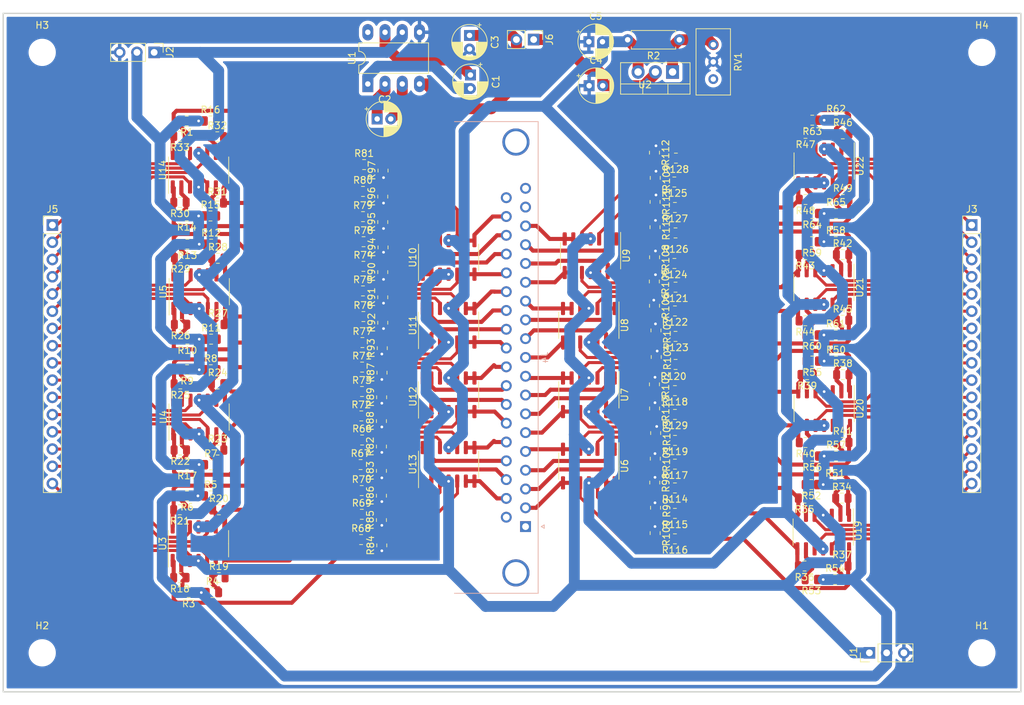
<source format=kicad_pcb>
(kicad_pcb (version 20211014) (generator pcbnew)
  (layers (0 "F.Cu" signal) (31 "B.Cu" signal) (34 "B.Paste" user) (35 "F.Paste" user) (36 "B.SilkS" user "B.Silkscreen") (37 "F.SilkS" user "F.Silkscreen") (38 "B.Mask" user) (39 "F.Mask" user) (44 "Edge.Cuts" user))
  (net 0 "")
  (net 1 "+5V")
  (net 2 "+2V5")
  (net 3 "GND")
  (net 4 "Net-(J3-Pad1)")
  (net 5 "Net-(J3-Pad2)")
  (net 6 "Net-(J3-Pad3)")
  (net 7 "Net-(J3-Pad4)")
  (net 8 "Net-(J3-Pad7)")
  (net 9 "Net-(J3-Pad8)")
  (net 10 "Net-(C1-Pad1)")
  (net 11 "Net-(C1-Pad2)")
  (net 12 "Net-(C2-Pad1)")
  (net 13 "Net-(C2-Pad2)")
  (net 14 "Net-(C3-Pad1)")
  (net 15 "Net-(C4-Pad2)")
  (net 16 "-5V")
  (net 18 "Net-(R2-Pad1)")
  (net 20 "Net-(J5-Pad1)")
  (net 21 "Net-(J5-Pad2)")
  (net 22 "Net-(J5-Pad3)")
  (net 23 "Net-(J5-Pad4)")
  (net 24 "Net-(J5-Pad5)")
  (net 25 "Net-(J5-Pad6)")
  (net 26 "Net-(J5-Pad7)")
  (net 27 "Net-(J5-Pad8)")
  (net 28 "Net-(J5-Pad9)")
  (net 29 "Net-(J5-Pad10)")
  (net 30 "Net-(J5-Pad11)")
  (net 31 "Net-(J5-Pad12)")
  (net 32 "Net-(J5-Pad13)")
  (net 33 "Net-(J5-Pad14)")
  (net 34 "Net-(J5-Pad15)")
  (net 35 "Net-(J5-Pad16)")
  (net 36 "Net-(R34-Pad1)")
  (net 37 "Net-(R35-Pad1)")
  (net 38 "Net-(R36-Pad1)")
  (net 39 "Net-(R37-Pad1)")
  (net 40 "Net-(R38-Pad1)")
  (net 41 "Net-(R39-Pad1)")
  (net 42 "Net-(R40-Pad1)")
  (net 43 "Net-(R41-Pad1)")
  (net 44 "Net-(R42-Pad1)")
  (net 45 "Net-(R43-Pad1)")
  (net 46 "Net-(R44-Pad1)")
  (net 47 "Net-(R45-Pad1)")
  (net 48 "Net-(R46-Pad1)")
  (net 49 "Net-(R47-Pad1)")
  (net 50 "Net-(R48-Pad1)")
  (net 51 "Net-(R49-Pad1)")
  (net 52 "Net-(R1-Pad2)")
  (net 53 "Net-(R18-Pad1)")
  (net 54 "Net-(R19-Pad1)")
  (net 55 "Net-(R20-Pad1)")
  (net 56 "Net-(R21-Pad1)")
  (net 57 "Net-(R23-Pad1)")
  (net 58 "Net-(R24-Pad1)")
  (net 59 "Net-(R25-Pad1)")
  (net 60 "Net-(R10-Pad2)")
  (net 61 "Net-(R11-Pad2)")
  (net 62 "Net-(R12-Pad2)")
  (net 63 "Net-(R13-Pad2)")
  (net 64 "Net-(R14-Pad2)")
  (net 65 "Net-(R15-Pad2)")
  (net 66 "Net-(R16-Pad2)")
  (net 67 "Net-(R17-Pad2)")
  (net 68 "Net-(R18-Pad2)")
  (net 69 "Net-(R19-Pad2)")
  (net 70 "Net-(R20-Pad2)")
  (net 71 "Net-(R21-Pad2)")
  (net 72 "Net-(R22-Pad2)")
  (net 73 "Net-(R24-Pad2)")
  (net 74 "Net-(R26-Pad2)")
  (net 75 "Net-(R27-Pad2)")
  (net 76 "Net-(R28-Pad2)")
  (net 77 "Net-(R29-Pad2)")
  (net 78 "Net-(R30-Pad2)")
  (net 79 "Net-(R33-Pad2)")
  (net 80 "Net-(R114-Pad2)")
  (net 81 "Net-(R115-Pad2)")
  (net 82 "Net-(R100-Pad2)")
  (net 83 "Net-(R101-Pad2)")
  (net 84 "Net-(R104-Pad2)")
  (net 85 "Net-(R106-Pad2)")
  (net 86 "Net-(R25-Pad2)")
  (net 87 "Net-(R31-Pad2)")
  (net 88 "Net-(R32-Pad2)")
  (net 89 "Net-(R102-Pad2)")
  (net 90 "Net-(R103-Pad2)")
  (net 91 "Net-(R105-Pad2)")
  (net 92 "Net-(R108-Pad2)")
  (net 93 "Net-(R113-Pad2)")
  (net 94 "Net-(R69-Pad2)")
  (net 95 "Net-(R110-Pad2)")
  (net 96 "Net-(R111-Pad2)")
  (net 97 "Net-(J3-Pad5)")
  (net 98 "Net-(J3-Pad6)")
  (net 99 "Net-(J3-Pad9)")
  (net 100 "Net-(J3-Pad10)")
  (net 101 "Net-(J3-Pad11)")
  (net 102 "Net-(J3-Pad12)")
  (net 103 "Net-(J3-Pad13)")
  (net 104 "Net-(J3-Pad14)")
  (net 105 "Net-(J3-Pad15)")
  (net 106 "Net-(J3-Pad16)")
  (net 109 "Net-(J4-Pad3)")
  (net 110 "Net-(J4-Pad4)")
  (net 111 "Net-(J4-Pad5)")
  (net 112 "Net-(J4-Pad6)")
  (net 113 "Net-(J4-Pad7)")
  (net 114 "Net-(J4-Pad8)")
  (net 115 "Net-(J4-Pad9)")
  (net 116 "Net-(J4-Pad10)")
  (net 117 "Net-(J4-Pad11)")
  (net 118 "Net-(J4-Pad12)")
  (net 119 "Net-(J4-Pad13)")
  (net 120 "Net-(J4-Pad14)")
  (net 121 "Net-(J4-Pad15)")
  (net 122 "Net-(J4-Pad16)")
  (net 123 "Net-(J4-Pad17)")
  (net 126 "Net-(J4-Pad21)")
  (net 127 "Net-(J4-Pad22)")
  (net 128 "Net-(J4-Pad23)")
  (net 129 "Net-(J4-Pad24)")
  (net 130 "Net-(J4-Pad25)")
  (net 131 "Net-(J4-Pad26)")
  (net 132 "Net-(J4-Pad27)")
  (net 133 "Net-(J4-Pad28)")
  (net 134 "Net-(J4-Pad29)")
  (net 135 "Net-(J4-Pad30)")
  (net 136 "Net-(J4-Pad31)")
  (net 137 "Net-(J4-Pad32)")
  (net 138 "Net-(J4-Pad33)")
  (net 139 "Net-(J4-Pad34)")
  (net 140 "Net-(J4-Pad35)")
  (net 141 "Net-(J4-Pad36)")
  (net 143 "Net-(J4-Pad2)")
  (net 145 "Net-(R125-Pad1)")
  (net 146 "Net-(R127-Pad1)")
  (net 147 "Net-(R121-Pad1)")
  (net 148 "Net-(R122-Pad1)")
  (net 149 "Net-(R119-Pad1)")
  (net 150 "Net-(R23-Pad2)")
  (net 151 "Net-(R117-Pad1)")
  (net 152 "Net-(R114-Pad1)")
  (net 153 "Net-(R115-Pad1)")
  (net 154 "Net-(R116-Pad1)")
  (net 155 "Net-(R120-Pad1)")
  (net 156 "Net-(R118-Pad1)")
  (net 157 "Net-(R129-Pad1)")
  (net 158 "Net-(R124-Pad1)")
  (net 159 "Net-(R123-Pad1)")
  (net 160 "Net-(R128-Pad1)")
  (net 161 "Net-(R126-Pad1)")
  (net 162 "Net-(R66-Pad2)")
  (net 163 "Net-(R67-Pad2)")
  (net 164 "Net-(R68-Pad2)")
  (net 165 "Net-(R70-Pad2)")
  (net 166 "Net-(R71-Pad2)")
  (net 167 "Net-(R72-Pad2)")
  (net 168 "Net-(R73-Pad2)")
  (net 169 "Net-(R74-Pad2)")
  (net 170 "Net-(R75-Pad2)")
  (net 171 "Net-(R76-Pad2)")
  (net 172 "Net-(R77-Pad2)")
  (net 173 "Net-(R78-Pad2)")
  (net 174 "Net-(R79-Pad2)")
  (net 175 "Net-(R80-Pad2)")
  (net 176 "Net-(R81-Pad2)")
  (net 177 "Net-(R107-Pad2)")
  (net 178 "Net-(R109-Pad2)")
  (net 179 "Net-(R112-Pad2)")
  (footprint "Capacitor_THT:CP_Radial_D5.0mm_P2.00mm" (layer "F.Cu") (at 148.23 50.5 -90)
    (fp_text reference "C3")
    (fp_text value "C")
  )
  (footprint "Resistor_SMD:R_0805_2012Metric" (layer "F.Cu") (at 178.50625 91.1075 180)
    (fp_text reference "R122")
    (fp_text value "R")
  )
  (footprint "Resistor_SMD:R_0805_2012Metric" (layer "F.Cu") (at 106.645 95.27 180)
    (fp_text reference "R10")
    (fp_text value "R")
  )
  (footprint "Resistor_SMD:R_0805_2012Metric" (layer "F.Cu") (at 110.089279 118.366203)
    (fp_text reference "R5")
    (fp_text value "R")
  )
  (footprint "Capacitor_THT:CP_Radial_D5.0mm_P2.00mm" (layer "F.Cu") (at 148.37 56.33 -90)
    (fp_text reference "C1")
    (fp_text value "C")
  )
  (footprint "Connector_PinHeader_2.54mm:PinHeader_1x03_P2.54mm_Vertical" (layer "F.Cu") (at 207.17 141.5 90)
    (fp_text reference "J1")
    (fp_text value "Conn_01x03_Female")
  )
  (footprint "Resistor_SMD:R_0805_2012Metric" (layer "F.Cu") (at 110.05572 63.109279)
    (fp_text reference "R16")
    (fp_text value "R")
  )
  (footprint "Resistor_SMD:R_0805_2012Metric" (layer "F.Cu") (at 105.540241 130.415241 180)
    (fp_text reference "R18")
    (fp_text value "R")
  )
  (footprint "Resistor_SMD:R_0805_2012Metric" (layer "F.Cu") (at 178.59375 87.6075 180)
    (fp_text reference "R121")
    (fp_text value "R")
  )
  (footprint "Resistor_SMD:R_0805_2012Metric" (layer "F.Cu") (at 175.75125 97.9 -90)
    (fp_text reference "R104")
    (fp_text value "R")
  )
  (footprint "Resistor_SMD:R_0805_2012Metric" (layer "F.Cu") (at 135.245 107.3425 90)
    (fp_text reference "R88")
    (fp_text value "R")
  )
  (footprint "Resistor_SMD:R_0805_2012Metric" (layer "F.Cu") (at 110.105 99.775)
    (fp_text reference "R8")
    (fp_text value "R")
  )
  (footprint "Resistor_SMD:R_0805_2012Metric" (layer "F.Cu") (at 110.145 81.27)
    (fp_text reference "R12")
    (fp_text value "R")
  )
  (footprint "Resistor_SMD:R_0805_2012Metric" (layer "F.Cu") (at 178.50625 120.945 180)
    (fp_text reference "R115")
    (fp_text value "R")
  )
  (footprint "Capacitor_THT:CP_Radial_D5.0mm_P2.00mm" (layer "F.Cu") (at 134.62 62.81)
    (fp_text reference "C2")
    (fp_text value "C")
  )
  (footprint "MountingHole:MountingHole_3mm" (layer "F.Cu") (at 85.25 53)
    (fp_text reference "H3")
    (fp_text value "MountingHole")
  )
  (footprint "Resistor_SMD:R_0805_2012Metric" (layer "F.Cu") (at 178.50625 124.695 180)
    (fp_text reference "R116")
    (fp_text value "R")
  )
  (footprint "Resistor_SMD:R_0805_2012Metric" (layer "F.Cu") (at 132.25 124.8125)
    (fp_text reference "R68")
    (fp_text value "R")
  )
  (footprint "Resistor_SMD:R_0805_2012Metric" (layer "F.Cu") (at 135.445 74.2575 90)
    (fp_text reference "R96")
    (fp_text value "R")
  )
  (footprint "Resistor_SMD:R_0805_2012Metric" (layer "F.Cu") (at 132.5275 88.155)
    (fp_text reference "R75")
    (fp_text value "R")
  )
  (footprint "Package_SO:SOIC-14_3.9x8.7mm_P1.27mm" (layer "F.Cu") (at 108.395 88.27 90)
    (fp_text reference "U5")
    (fp_text value "LM2902")
  )
  (footprint "Resistor_SMD:R_0805_2012Metric" (layer "F.Cu") (at 135.4875 81.745 90)
    (fp_text reference "R94")
    (fp_text value "R")
  )
  (footprint "Resistor_SMD:R_0805_2012Metric" (layer "F.Cu") (at 105.605 101.86 180)
    (fp_text reference "R25")
    (fp_text value "R")
  )
  (footprint "Capacitor_THT:CP_Radial_D5.0mm_P2.00mm" (layer "F.Cu") (at 165.824888 51.43)
    (fp_text reference "C5")
    (fp_text value "C")
  )
  (footprint "Resistor_SMD:R_0805_2012Metric" (layer "F.Cu") (at 197.716487 82.803994 180)
    (fp_text reference "R43")
    (fp_text value "R")
  )
  (footprint "Package_DIP:DIP-8_W7.62mm_LongPads" (layer "F.Cu") (at 133.24 57.655 90)
    (fp_text reference "U1")
    (fp_text value "MAX680CSA+T")
  )
  (footprint "Resistor_SMD:R_0805_2012Metric" (layer "F.Cu") (at 175.61625 112.885 -90)
    (fp_text reference "R101")
    (fp_text value "R")
  )
  (footprint "MountingHole:MountingHole_3mm" (layer "F.Cu") (at 223.75 53)
    (fp_text reference "H4")
    (fp_text value "MountingHole")
  )
  (footprint "Resistor_SMD:R_0805_2012Metric" (layer "F.Cu") (at 132.5875 91.935)
    (fp_text reference "R76")
    (fp_text value "R")
  )
  (footprint "Resistor_SMD:R_0805_2012Metric" (layer "F.Cu") (at 202.216487 80.903994)
    (fp_text reference "R58")
    (fp_text value "R")
  )
  (footprint "Capacitor_THT:CP_Radial_D5.0mm_P2.00mm" (layer "F.Cu") (at 165.864888 57.91)
    (fp_text reference "C4")
    (fp_text value "C")
  )
  (footprint "Resistor_SMD:R_0805_2012Metric" (layer "F.Cu") (at 197.611532 118.700961 180)
    (fp_text reference "R35")
    (fp_text value "R")
  )
  (footprint "Resistor_SMD:R_0805_2012Metric" (layer "F.Cu") (at 106.55572 77.109279 180)
    (fp_text reference "R14")
    (fp_text value "R")
  )
  (footprint "Resistor_SMD:R_0805_2012Metric" (layer "F.Cu") (at 132.38 102.9825)
    (fp_text reference "R73")
    (fp_text value "R")
  )
  (footprint "Resistor_SMD:R_0805_2012Metric" (layer "F.Cu") (at 178.59375 94.8575 180)
    (fp_text reference "R123")
    (fp_text value "R")
  )
  (footprint "Resistor_SMD:R_0805_2012Metric" (layer "F.Cu") (at 197.75 64.93 180)
    (fp_text reference "R47")
    (fp_text value "R")
  )
  (footprint "Resistor_SMD:R_0805_2012Metric" (layer "F.Cu") (at 203.25 100.5)
    (fp_text reference "R38")
    (fp_text value "R")
  )
  (footprint "Resistor_SMD:R_0805_2012Metric" (layer "F.Cu") (at 110.05572 77.109279)
    (fp_text reference "R15")
    (fp_text value "R")
  )
  (footprint "Resistor_SMD:R_0805_2012Metric" (layer "F.Cu") (at 178.50625 106.3575 180)
    (fp_text reference "R129")
    (fp_text value "R")
  )
  (footprint "Resistor_SMD:R_0805_2012Metric" (layer "F.Cu") (at 198.75 112.5 180)
    (fp_text reference "R56")
    (fp_text value "R")
  )
  (footprint "Resistor_SMD:R_0805_2012Metric" (layer "F.Cu") (at 135.335 100.21 90)
    (fp_text reference "R87")
    (fp_text value "R")
  )
  (footprint "Resistor_SMD:R_0805_2012Metric" (layer "F.Cu") (at 175.51375 105.4775 -90)
    (fp_text reference "R113")
    (fp_text value "R")
  )
  (footprint "Resistor_SMD:R_0805_2012Metric" (layer "F.Cu") (at 106.605 113.75 180)
    (fp_text reference "R17")
    (fp_text value "R")
  )
  (footprint "Resistor_SMD:R_0805_2012Metric" (layer "F.Cu") (at 178.50625 117.195 180)
    (fp_text reference "R114")
    (fp_text value "R")
  )
  (footprint "Resistor_SMD:R_0805_2012Metric" (layer "F.Cu") (at 178.41875 72.1075 180)
    (fp_text reference "R125")
    (fp_text value "R")
  )
  (footprint "Resistor_SMD:R_0805_2012Metric" (layer "F.Cu") (at 110.105 113.775)
    (fp_text reference "R7")
    (fp_text value "R")
  )
  (footprint "Resistor_SMD:R_0805_2012Metric" (layer "F.Cu") (at 175.57625 78.7675 -90)
    (fp_text reference "R110")
    (fp_text value "R")
  )
  (footprint "Resistor_SMD:R_0805_2012Metric" (layer "F.Cu") (at 178.50625 113.695 180)
    (fp_text reference "R117")
    (fp_text value "R")
  )
  (footprint "Resistor_SMD:R_0805_2012Metric" (layer "F.Cu") (at 135.2825 103.8325 90)
    (fp_text reference "R89")
    (fp_text value "R")
  )
  (footprint "Resistor_SMD:R_0805_2012Metric" (layer "F.Cu") (at 203.216487 92.483994)
    (fp_text reference "R45")
    (fp_text value "R")
  )
  (footprint "Resistor_SMD:R_0805_2012Metric" (layer "F.Cu") (at 175.53375 116.405 -90)
    (fp_text reference "R98")
    (fp_text value "R")
  )
  (footprint "Package_SO:SOIC-14_3.9x8.7mm_P1.27mm" (layer "F.Cu") (at 200.5 69.75 -90)
    (fp_text reference "U22")
    (fp_text value "LM2902")
  )
  (footprint "Resistor_SMD:R_0805_2012Metric" (layer "F.Cu") (at 132.2825 106.5825)
    (fp_text reference "R72")
    (fp_text value "R")
  )
  (footprint "Resistor_SMD:R_0805_2012Metric" (layer "F.Cu") (at 202.111532 130.700961)
    (fp_text reference "R54")
    (fp_text value "R")
  )
  (footprint "Connector_PinHeader_2.54mm:PinHeader_1x02_P2.54mm_Vertical" (layer "F.Cu") (at 157.685 51.11 -90)
    (fp_text reference "J6")
    (fp_text value "Conn_01x02_Male")
  )
  (footprint "Package_SO:SOIC-14_3.9x8.7mm_P1.27mm" (layer "F.Cu") (at 165.82 103.47 -90)
    (fp_text reference "U7")
    (fp_text value "MCP6074-E/SL")
  )
  (footprint "Resistor_SMD:R_0805_2012Metric" (layer "F.Cu") (at 198.611532 130.700961 180)
    (fp_text reference "R53")
    (fp_text value "R")
  )
  (footprint "Resistor_SMD:R_0805_2012Metric" (layer "F.Cu") (at 132.34 117.5925)
    (fp_text reference "R70")
    (fp_text value "R")
  )
  (footprint "Resistor_THT:R_Axial_DIN0207_L6.3mm_D2.5mm_P7.62mm_Horizontal" (layer "F.Cu") (at 179.16 51.14 180)
    (fp_text reference "R2")
    (fp_text value "R")
  )
  (footprint "Resistor_SMD:R_0805_2012Metric" (layer "F.Cu") (at 106.605 99.775 180)
    (fp_text reference "R9")
    (fp_text value "R")
  )
  (footprint "Resistor_SMD:R_0805_2012Metric" (layer "F.Cu") (at 198.75 63 180)
    (fp_text reference "R63")
    (fp_text value "R")
  )
  (footprint "Resistor_SMD:R_0805_2012Metric" (layer "F.Cu") (at 105.645 93.1 180)
    (fp_text reference "R26")
    (fp_text value "R")
  )
  (footprint "Resistor_SMD:R_0805_2012Metric" (layer "F.Cu") (at 202.25 76.75)
    (fp_text reference "R65")
    (fp_text value "R")
  )
  (footprint "Resistor_SMD:R_0805_2012Metric" (layer "F.Cu") (at 132.5325 73.49)
    (fp_text reference "R80")
    (fp_text value "R")
  )
  (footprint "Resistor_SMD:R_0805_2012Metric" (layer "F.Cu") (at 111.145 83.35)
    (fp_text reference "R28")
    (fp_text value "R")
  )
  (footprint "Resistor_SMD:R_0805_2012Metric" (layer "F.Cu") (at 202.25 112.5)
    (fp_text reference "R57")
    (fp_text value "R")
  )
  (footprint "Package_SO:SOIC-14_3.9x8.7mm_P1.27mm" (layer "F.Cu") (at 166.07 82.97 -90)
    (fp_text reference "U9")
    (fp_text value "MCP6074-E/SL")
  )
  (footprint "Resistor_SMD:R_0805_2012Metric" (layer "F.Cu") (at 178.60125 98.99 180)
    (fp_text reference "R120")
    (fp_text value "R")
  )
  (footprint "Resistor_SMD:R_0805_2012Metric" (layer "F.Cu") (at 203.216487 82.803994)
    (fp_text reference "R42")
    (fp_text value "R")
  )
  (footprint "Resistor_SMD:R_0805_2012Metric" (layer "F.Cu") (at 175.49125 67.78 -90)
    (fp_text reference "R112")
    (fp_text value "R")
  )
  (footprint "Resistor_SMD:R_0805_2012Metric" (layer "F.Cu") (at 111.05572 65.439279)
    (fp_text reference "R32")
    (fp_text value "R")
  )
  (footprint "Resistor_SMD:R_0805_2012Metric" (layer "F.Cu") (at 135.245 118.3425 90)
    (fp_text reference "R86")
    (fp_text value "R")
  )
  (footprint "Resistor_SMD:R_0805_2012Metric" (layer "F.Cu") (at 135.3725 96.595 90)
    (fp_text reference "R93")
    (fp_text value "R")
  )
  (footprint "Resistor_SMD:R_0805_2012Metric" (layer "F.Cu") (at 175.59375 123.855 -90)
    (fp_text reference "R100")
    (fp_text value "R")
  )
  (footprint "Package_SO:SOIC-14_3.9x8.7mm_P1.27mm" (layer "F.Cu") (at 165.82 93.22 -90)
    (fp_text reference "U8")
    (fp_text value "MCP6074-E/SL")
  )
  (footprint "Resistor_SMD:R_0805_2012Metric" (layer "F.Cu") (at 132.355 121.08)
    (fp_text reference "R69")
    (fp_text value "R")
  )
  (footprint "Resistor_SMD:R_0805_2012Metric" (layer "F.Cu") (at 178.50625 75.8575 180)
    (fp_text reference "R127")
    (fp_text value "R")
  )
  (footprint "Connector_PinHeader_2.54mm:PinHeader_1x16_P2.54mm_Vertical" (layer "F.Cu") (at 86.75 78.45)
    (fp_text reference "J5")
    (fp_text value "Conn_01x16_Female")
  )
  (footprint "Connector_PinHeader_2.54mm:PinHeader_1x03_P2.54mm_Vertical" (layer "F.Cu") (at 101.75 53 -90)
    (fp_text reference "J2")
    (fp_text value "Conn_01x03_Female")
  )
  (footprint "Resistor_SMD:R_0805_2012Metric" (layer "F.Cu") (at 198.716487 94.653994 180)
    (fp_text reference "R60")
    (fp_text value "R")
  )
  (footprint "Resistor_SMD:R_0805_2012Metric" (layer "F.Cu") (at 178.50625 102.8575 180)
    (fp_text reference "R118")
    (fp_text value "R")
  )
  (footprint "Resistor_SMD:R_0805_2012Metric" (layer "F.Cu") (at 111.05572 75.189279)
    (fp_text reference "R31")
    (fp_text value "R")
  )
  (footprint "Resistor_SMD:R_0805_2012Metric" (layer "F.Cu") (at 178.52125 110.1875 180)
    (fp_text reference "R119")
    (fp_text value "R")
  )
  (footprint "Resistor_SMD:R_0805_2012Metric" (layer "F.Cu") (at 132.3975 99.39)
    (fp_text reference "R71")
    (fp_text value "R")
  )
  (footprint "Resistor_SMD:R_0805_2012Metric" (layer "F.Cu") (at 198 100.5 180)
    (fp_text reference "R39")
    (fp_text value "R")
  )
  (footprint "Package_SO:SOIC-14_3.9x8.7mm_P1.27mm" (layer "F.Cu") (at 200.361532 123.700961 -90)
    (fp_text reference "U19")
    (fp_text value "LM2902")
  )
  (footprint "Package_SO:SOIC-14_3.9x8.7mm_P1.27mm" (layer "F.Cu") (at 200.466487 87.653994 -90)
    (fp_text reference "U21")
    (fp_text value "LM2902")
  )
  (footprint "Resistor_SMD:R_0805_2012Metric" (layer "F.Cu") (at 135.4875 70.42 90)
    (fp_text reference "R97")
    (fp_text value "R")
  )
  (footprint "Package_SO:SOIC-14_3.9x8.7mm_P1.27mm" (layer "F.Cu") (at 145.149669 103.47 90)
    (fp_text reference "U12")
    (fp_text value "MCP6074-E/SL")
  )
  (footprint "Resistor_SMD:R_0805_2012Metric" (layer "F.Cu") (at 203.111532 118.700961)
    (fp_text reference "R34")
    (fp_text value "R")
  )
  (footprint "Resistor_SMD:R_0805_2012Metric" (layer "F.Cu") (at 132.3975 110.1325)
    (fp_text reference "R66")
    (fp_text value "R")
  )
  (footprint "Resistor_SMD:R_0805_2012Metric" (layer "F.Cu") (at 202.25 98.5)
    (fp_text reference "R50")
    (fp_text value "R")
  )
  (footprint "Resistor_SMD:R_0805_2012Metric" (layer "F.Cu") (at 135.445 92.845 90)
    (fp_text reference "R92")
    (fp_text value "R")
  )
  (footprint "Resistor_SMD:R_0805_2012Metric" (layer "F.Cu") (at 175.51125 83.1975 -90)
    (fp_text reference "R108")
    (fp_text value "R")
  )
  (footprint "Resistor_SMD:R_0805_2012Metric" (layer "F.Cu") (at 105.55572 75.109279 180)
    (fp_text reference "R30")
    (fp_text value "R")
  )
  (footprint "Connector_PinHeader_2.54mm:PinHeader_1x16_P2.54mm_Vertical" (layer "F.Cu") (at 222.25 78.45)
    (fp_text reference "J3")
    (fp_text value "Conn_01x16_Female")
  )
  (footprint "Resistor_SMD:R_0805_2012Metric" (layer "F.Cu") (at 135.445 89.095 90)
    (fp_text reference "R91")
    (fp_text value "R")
  )
  (footprint "Resistor_SMD:R_0805_2012Metric" (layer "F.Cu") (at 203.25 65)
    (fp_text reference "R46")
    (fp_text value "R")
  )
  (footprint "Package_SO:SOIC-14_3.9x8.7mm_P1.27mm" (layer "F.Cu") (at 165.82 113.97 -90)
    (fp_text reference "U6")
    (fp_text value "MCP6074-E/SL")
  )
  (footprint "Package_SO:SOIC-14_3.9x8.7mm_P1.27mm" (layer "F.Cu") (at 108.290241 125.415241 90)
    (fp_text reference "U3")
    (fp_text value "LM2902")
  )
  (footprint "Resistor_SMD:R_0805_2012Metric" (layer "F.Cu") (at 132.695 69.5425)
    (fp_text reference "R81")
    (fp_text value "R")
  )
  (footprint "Resistor_SMD:R_0805_2012Metric" (layer "F.Cu") (at 175.65375 120.115 -90)
    (fp_text reference "R99")
    (fp_text value "R")
  )
  (footprint "Package_SO:SOIC-14_3.9x8.7mm_P1.27mm" (layer "F.Cu") (at 145.149669 93.22 90)
    (fp_text reference "U11")
    (fp_text value "MCP6074-E/SL")
  )
  (footprint "Resistor_SMD:R_0805_2012Metric" (layer "F.Cu") (at 132.1775 113.7575)
    (fp_text reference "R67")
    (fp_text value "R")
  )
  (footprint "Resistor_SMD:R_0805_2012Metric" (layer "F.Cu") (at 135.245 111.0925 90)
    (fp_text reference "R82")
    (fp_text value "R")
  )
  (footprint "Resistor_SMD:R_0805_2012Metric" (layer "F.Cu") (at 178.59375 79.6075 180)
    (fp_text reference "R126")
    (fp_text value "R")
  )
  (footprint "Resistor_SMD:R_0805_2012Metric" (layer "F.Cu") (at 202.25 63)
    (fp_text reference "R62")
    (fp_text value "R")
  )
  (footprint "Resistor_SMD:R_0805_2012Metric" (layer "F.Cu") (at 198.75 98.5 180)
    (fp_text reference "R55")
    (fp_text value "R")
  )
  (footprint "MountingHole:MountingHole_3mm" (layer "F.Cu") (at 223.75 141.5)
    (fp_text reference "H1")
    (fp_text value "MountingHole")
  )
  (footprint "Resistor_SMD:R_0805_2012Metric" (layer "F.Cu") (at 110.339279 132.616203)
    (fp_text reference "R4")
    (fp_text value "R")
  )
  (footprint "Resistor_SMD:R_0805_2012Metric" (layer "F.Cu") (at 111.290241 130.415241)
    (fp_text reference "R19")
    (fp_text value "R")
  )
  (footprint "Resistor_SMD:R_0805_2012Metric" (layer "F.Cu") (at 175.60875 71.4975 -90)
    (fp_text reference "R109")
    (fp_text value "R")
  )
  (footprint "Package_SO:SOIC-14_3.9x8.7mm_P1.27mm" (layer "F.Cu") (at 108.375 106.75 90)
    (fp_text reference "U4")
    (fp_text value "LM2902")
  )
  (footprint "Resistor_SMD:R_0805_2012Metric" (layer "F.Cu") (at 135.3 125.6625 90)
    (fp_text reference "R84")
    (fp_text value "R")
  )
  (footprint "Package_SO:SOIC-14_3.9x8.7mm_P1.27mm" (layer "F.Cu") (at 145.149669 113.72 90)
    (fp_text reference "U13")
    (fp_text value "MCP6074-E/SL")
  )
  (footprint "Resistor_SMD:R_0805_2012Metric" (layer "F.Cu") (at 203.25 74.68)
    (fp_text reference "R49")
    (fp_text value "R")
  )
  (footprint "Resistor_SMD:R_0805_2012Metric" (layer "F.Cu") (at 132.5875 84.535)
    (fp_text reference "R74")
    (fp_text value "R")
  )
  (footprint "Resistor_SMD:R_0805_2012Metric" (layer "F.Cu") (at 175.66875 109.1075 -90)
    (fp_text reference "R103")
    (fp_text value "R")
  )
  (footprint "Resistor_SMD:R_0805_2012Metric" (layer "F.Cu") (at 197.75 74.68 180)
    (fp_text reference "R48")
    (fp_text value "R")
  )
  (footprint "Resistor_SMD:R_0805_2012Metric" (layer "F.Cu") (at 135.445 85.385 90)
    (fp_text reference "R90")
    (fp_text value "R")
  )
  (footprint "Resistor_SMD:R_0805_2012Metric" (layer "F.Cu") (at 105.645 83.27 180)
    (fp_text reference "R29")
    (fp_text value "R")
  )
  (footprint "MountingHole:MountingHole_3mm" (layer "F.Cu") (at 85.25 141.5)
    (fp_text reference "H2")
    (fp_text value "MountingHole")
  )
  (footprint "Resistor_SMD:R_0805_2012Metric" (layer "F.Cu") (at 105.605 111.61 180)
    (fp_text reference "R22")
    (fp_text value "R")
  )
  (footprint "Resistor_SMD:R_0805_2012Metric" (layer "F.Cu") (at 197.611532 128.700961 180)
    (fp_text reference "R36")
    (fp_text value "R")
  )
  (footprint "Resistor_SMD:R_0805_2012Metric" (layer "F.Cu") (at 197.716487 92.553994 180)
    (fp_text reference "R44")
    (fp_text value "R")
  )
  (footprint "Package_TO_SOT_THT:TO-220-3_Vertical" (layer "F.Cu") (at 178.16 55.89 180)
    (fp_text reference "U2")
    (fp_text value "LM337_TO220")
  )
  (footprint "Resistor_SMD:R_0805_2012Metric" (layer "F.Cu") (at 111.105 111.61)
    (fp_text reference "R23")
    (fp_text value "R")
  )
  (footprint "Resistor_SMD:R_0805_2012Metric" (layer "F.Cu") (at 202.111532 116.700961)
    (fp_text reference "R51")
    (fp_text value "R")
  )
  (footprint "Resistor_SMD:R_0805_2012Metric" (layer "F.Cu") (at 106.589279 118.366203 180)
    (fp_text reference "R6")
    (fp_text value "R")
  )
  (footprint "Package_SO:SOIC-14_3.9x8.7mm_P1.27mm" (layer "F.Cu") (at 200.5 105.5 -90)
    (fp_text reference "U20")
    (fp_text value "LM2902")
  )
  (footprint "Resistor_SMD:R_0805_2012Metric" (layer "F.Cu") (at 111.105 101.86)
    (fp_text reference "R24")
    (fp_text value "R")
  )
  (footprint "Resistor_SMD:R_0805_2012Metric" (layer "F.Cu") (at 132.445 95.775)
    (fp_text reference "R77")
    (fp_text value "R")
  )
  (footprint "Resistor_SMD:R_0805_2012Metric" (layer "F.Cu") (at 198.611532 116.700961 180)
    (fp_text reference "R52")
    (fp_text value "R")
  )
  (footprint "Resistor_SMD:R_0805_2012Metric" (layer "F.Cu") (at 106.839279 132.616203 180)
    (fp_text reference "R3")
    (fp_text value "R")
  )
  (footprint "Resistor_SMD:R_0805_2012Metric" (layer "F.Cu") (at 175.71125 93.9775 -90)
    (fp_text reference "R107")
    (fp_text value "R")
  )
  (footprint "Resistor_SMD:R_0805_2012Metric" (layer "F.Cu") (at 198.716487 80.903994 180)
    (fp_text reference "R59")
    (fp_text value "R")
  )
  (footprint "Resistor_SMD:R_0805_2012Metric" (layer "F.Cu") (at 135.245 114.68 90)
    (fp_text reference "R83")
    (fp_text value "R")
  )
  (footprint "Resistor_SMD:R_0805_2012Metric" (layer "F.Cu") (at 106.645 81.27 180)
    (fp_text reference "R13")
    (fp_text value "R")
  )
  (footprint "Resistor_SMD:R_0805_2012Metric" (layer "F.Cu") (at 111.145 93.1)
    (fp_text reference "R27")
    (fp_text value "R")
  )
  (footprint "Resistor_SMD:R_0805_2012Metric" (layer "F.Cu") (at 197.75 110.5 180)
    (fp_text reference "R40")
    (fp_text value "R")
  )
  (footprint "Resistor_SMD:R_0805_2012Metric" (layer "F.Cu") (at 106.55572 63.109279 180)
    (fp_text reference "R1")
    (fp_text value "R")
  )
  (footprint "Resistor_SMD:R_0805_2012Metric" (layer "F.Cu") (at 132.6125 80.905)
    (fp_text reference "R78")
    (fp_text value "R")
  )
  (footprint "Resistor_SMD:R_0805_2012Metric" (layer "F.Cu") (at 105.55572 65.359279 180)
    (fp_text reference "R33")
    (fp_text value "R")
  )
  (footprint "Resistor_SMD:R_0805_2012Metric" (layer "F.Cu") (at 202.216487 94.653994)
    (fp_text reference "R61")
    (fp_text value "R")
  )
  (footprint "Resistor_SMD:R_0805_2012Metric" (layer "F.Cu") (at 178.65125 68.59 180)
    (fp_text reference "R128")
    (fp_text value "R")
  )
  (footprint "Resistor_SMD:R_0805_2012Metric" (layer "F.Cu") (at 105.540241 120.415241 180)
    (fp_text reference "R21")
    (fp_text value "R")
  )
  (footprint "Resistor_SMD:R_0805_2012Metric" (layer "F.Cu") (at 175.58625 75.0375 -90)
    (fp_text reference "R111")
    (fp_text value "R")
  )
  (footprint "Resistor_SMD:R_0805_2012Metric" (layer "F.Cu") (at 198.75 76.75 180)
    (fp_text reference "R64")
    (fp_text value "R")
  )
  (footprint "Resistor_SMD:R_0805_2012Metric" (layer "F.Cu") (at 203.25 110.49)
    (fp_text reference "R41")
    (fp_text value "R")
  )
  (footprint "Resistor_SMD:R_0805_2012Metric" (layer "F.Cu") (at 135.445 78.0075 90)
    (fp_text reference "R95")
    (fp_text value "R")
  )
  (footprint "Resistor_SMD:R_0805_2012Metric" (layer "F.Cu") (at 178.43125 84.1075 180)
    (fp_text reference "R124")
    (fp_text value "R")
  )
  (footprint "Resistor_SMD:R_0805_2012Metric" (layer "F.Cu") (at 175.48375 101.9275 -90)
    (fp_text reference "R102")
    (fp_text value "R")
  )
  (footprint "Potentiometer_THT:Potentiometer_Bourns_3296W_Vertical" (layer "F.Cu") (at 184.16 56.94 -90)
    (fp_text reference "RV1")
    (fp_text value "R_Potentiometer_Trim")
  )
  (footprint "Resistor_SMD:R_0805_2012Metric" (layer "F.Cu") (at 175.47125 86.765 -90)
    (fp_text reference "R105")
    (fp_text value "R")
  )
  (footprint "Package_SO:SOIC-14_3.9x8.7mm_P1.27mm" (layer "F.Cu") (at 145.149669 83.22 90)
    (fp_text reference "U10")
    (fp_text value "MCP6074-E/SL")
  )
  (footprint "Resistor_SMD:R_0805_2012Metric" (layer "F.Cu") (at 111.290241 120.415241)
    (fp_text reference "R20")
    (fp_text value "R")
  )
  (footprint "Resistor_SMD:R_0805_2012Metric" (layer "F.Cu") (at 203.111532 128.700961)
    (fp_text reference "R37")
    (fp_text value "R")
  )
  (footprint "Resistor_SMD:R_0805_2012Metric" (layer "F.Cu") (at 175.50375 90.3475 -90)
    (fp_text reference "R106")
    (fp_text value "R")
  )
  (footprint "Package_SO:SOIC-14_3.9x8.7mm_P1.27mm" (layer "F.Cu") (at 108.30572 70.359279 90)
    (fp_text reference "U14")
    (fp_text value "LM2902")
  )
  (footprint "Resistor_SMD:R_0805_2012Metric" (layer "F.Cu") (at 135.245 121.93 90)
    (fp_text reference "R85")
    (fp_text value "R")
  )
  (footprint "Resistor_SMD:R_0805_2012Metric" (layer "F.Cu") (at 110.145 95.27)
    (fp_text reference "R11")
    (fp_text value "R")
  )
  (footprint "Resistor_SMD:R_0805_2012Metric" (layer "F.Cu") (at 132.5325 77.21)
    (fp_text reference "R79")
    (fp_text value "R")
  )
  (footprint "Connector_Dsub:DSUB-37_Male_Horizontal_P2.77x2.84mm_EdgePinOffset7.70mm_Housed_MountingHolesOffset9.12mm" (layer "B.Cu") (at 156.490331 122.895 90)
    (fp_text reference "J4")
    (fp_text value "DB37_Male_MountingHoles")
  )
  (gr_rect locked (start 79.5 47.25) (end 229.5 147.25) (layer "Edge.Cuts") (width 0.2) (fill none))
  (via (at 108.30572 72.859279) (size 0.8) (drill 0.4) (layers "F.Cu" "B.Cu") (net 1))
  (via (at 200.5 103) (size 0.8) (drill 0.4) (layers "F.Cu" "B.Cu") (net 1))
  (via (at 165.82 100.97) (size 0.8) (drill 0.4) (layers "F.Cu" "B.Cu") (net 1))
  (via (at 145.149669 85.72) (size 0.8) (drill 0.4) (layers "F.Cu" "B.Cu") (net 1))
  (via (at 145.149669 105.97) (size 0.8) (drill 0.4) (layers "F.Cu" "B.Cu") (net 1))
  (via (at 200.5 67.25) (size 0.8) (drill 0.4) (layers "F.Cu" "B.Cu") (net 1))
  (via (at 145.149669 95.72) (size 0.8) (drill 0.4) (layers "F.Cu" "B.Cu") (net 1))
  (via (at 108.270241 127.935241) (size 0.8) (drill 0.4) (layers "F.Cu" "B.Cu") (net 1))
  (via (at 145.149669 116.22) (size 0.8) (drill 0.4) (layers "F.Cu" "B.Cu") (net 1))
  (via (at 108.395 90.77) (size 0.8) (drill 0.4) (layers "F.Cu" "B.Cu") (net 1))
  (via (at 165.82 111.47) (size 0.8) (drill 0.4) (layers "F.Cu" "B.Cu") (net 1))
  (via (at 165.82 90.72) (size 0.8) (drill 0.4) (layers "F.Cu" "B.Cu") (net 1))
  (via (at 200.466487 85.153994) (size 0.8) (drill 0.4) (layers "F.Cu" "B.Cu") (net 1))
  (via (at 200.361532 121.200961) (size 0.8) (drill 0.4) (layers "F.Cu" "B.Cu") (net 1))
  (via (at 166.07 80.47) (size 0.8) (drill 0.4) (layers "F.Cu" "B.Cu") (net 1))
  (via (at 108.375 109.25) (size 0.8) (drill 0.4) (layers "F.Cu" "B.Cu") (net 1))
  (segment (start 106.45 109.25) (end 108.375 109.25) (width 1.6) (layer "B.Cu") (net 1))
  (segment (start 106.36 90.77) (end 108.395 90.77) (width 1.6) (layer "B.Cu") (net 1))
  (segment (start 111.17 112.62) (end 111.17 118.35) (width 1.6) (layer "B.Cu") (net 1))
  (segment (start 105.81 127.47) (end 106.275241 127.935241) (width 1.6) (layer "B.Cu") (net 1))
  (segment (start 141.84 103.12) (end 141.84 99.029669) (width 1.6) (layer "B.Cu") (net 1))
  (segment (start 197.99 82.677507) (end 200.466487 85.153994) (width 1.6) (layer "B.Cu") (net 1))
  (segment (start 198.74 74.46) (end 197.99 75.21) (width 1.6) (layer "B.Cu") (net 1))
  (segment (start 202.32 128.22) (end 202.85 127.69) (width 1.6) (layer "B.Cu") (net 1))
  (segment (start 164.93 80.47) (end 163.44 81.96) (width 1.6) (layer "B.Cu") (net 1))
  (segment (start 106.67 83.54) (end 105.35 84.86) (width 1.6) (layer "B.Cu") (net 1))
  (segment (start 111.17 118.35) (end 108.53 120.99) (width 1.6) (layer "B.Cu") (net 1))
  (segment (start 138.32 50.035) (end 138.32 50.74) (width 1.6) (layer "B.Cu") (net 1))
  (segment (start 202.53 105.03) (end 202.53 109.53) (width 1.6) (layer "B.Cu") (net 1))
  (segment (start 201.18 67.25) (end 203.27 69.34) (width 1.6) (layer "B.Cu") (net 1))
  (segment (start 200.76 74.46) (end 198.74 74.46) (width 1.6) (layer "B.Cu") (net 1))
  (segment (start 105.54 67.18) (end 107.49 65.23) (width 1.6) (layer "B.Cu") (net 1))
  (segment (start 145.149669 95.539669) (end 141.84 92.23) (width 1.6) (layer "B.Cu") (net 1))
  (segment (start 108.375 109.25) (end 108.375 109.825) (width 1.6) (layer "B.Cu") (net 1))
  (segment (start 138.32 50.74) (end 136.06 53) (width 1.6) (layer "B.Cu") (net 1))
  (segment (start 200.9 92.3) (end 198.7 92.3) (width 1.6) (layer "B.Cu") (net 1))
  (segment (start 105.81 121.03) (end 105.81 127.47) (width 1.6) (layer "B.Cu") (net 1))
  (segment (start 105.85 120.99) (end 105.81 121.03) (width 1.6) (layer "B.Cu") (net 1))
  (segment (start 163.68 109.33) (end 165.82 111.47) (width 1.6) (layer "B.Cu") (net 1))
  (segment (start 105.81 102.26) (end 105.07 103) (width 1.6) (layer "B.Cu") (net 1))
  (segment (start 107.49 65.23) (end 110.49 65.23) (width 1.6) (layer "B.Cu") (net 1))
  (segment (start 202.85 123.72) (end 200.361532 121.231532) (width 1.6) (layer "B.Cu") (net 1))
  (segment (start 108.30572 72.859279) (end 108.30572 73.73572) (width 1.6) (layer "B.Cu") (net 1))
  (segment (start 163.44 81.96) (end 163.44 88.34) (width 1.6) (layer "B.Cu") (net 1))
  (segment (start 110.3 75.73) (end 110.3 81.909906) (width 1.6) (layer "B.Cu") (net 1))
  (segment (start 198.21 111.01) (end 198.21 119.049429) (width 1.6) (layer "B.Cu") (net 1))
  (segment (start 160.58 134.66) (end 163.68 131.56) (width 1.6) (layer "B.Cu") (net 1))
  (segment (start 106.275241 127.935241) (end 108.270241 127.935241) (width 1.6) (layer "B.Cu") (net 1))
  (segment (start 141.84 87.65) (end 143.77 85.72) (width 1.6) (layer "B.Cu") (net 1))
  (segment (start 150.6 134.66) (end 160.58 134.66) (width 1.6) (layer "B.Cu") (net 1))
  (segment (start 108.395 91.525) (end 110.35 93.48) (width 1.6) (layer "B.Cu") (net 1))
  (segment (start 163 98.15) (end 165.82 100.97) (width 1.6) (layer "B.Cu") (net 1))
  (segment (start 145.149669 116.22) (end 145.149669 129.209669) (width 1.6) (layer "B.Cu") (net 1))
  (segment (start 198.27 128.22) (end 202.32 128.22) (width 1.6) (layer "B.Cu") (net 1))
  (segment (start 143.77 85.72) (end 145.149669 85.72) (width 1.6) (layer "B.Cu") (net 1))
  (segment (start 109.544669 129.209669) (end 108.270241 127.935241) (width 1.6) (layer "B.Cu") (net 1))
  (segment (start 200.361532 121.231532) (end 200.361532 121.200961) (width 1.6) (layer "B.Cu") (net 1))
  (segment (start 144.69 105.97) (end 141.84 103.12) (width 1.6) (layer "B.Cu") (net 1))
  (segment (start 166.07 80.47) (end 164.93 80.47) (width 1.6) (layer "B.Cu") (net 1))
  (segment (start 105.35 89.76) (end 106.36 90.77) (width 1.6) (layer "B.Cu") (net 1))
  (segment (start 145.149669 95.72) (end 145.149669 95.539669) (width 1.6) (layer "B.Cu") (net 1))
  (segment (start 203.19 87.18) (end 203.19 90.01) (width 1.6) (layer "B.Cu") (net 1))
  (segment (start 200.5 67.25) (end 201.18 67.25) (width 1.6) (layer "B.Cu") (net 1))
  (segment (start 203.27 69.34) (end 203.27 71.95) (width 1.6) (layer "B.Cu") (net 1))
  (segment (start 165.82 90.72) (end 165.82 90.89) (width 1.6) (layer "B.Cu") (net 1))
  (segment (start 111.26 64.46) (end 111.26 55.71) (width 1.6) (layer "B.Cu") (net 1))
  (segment (start 110.35 93.48) (end 110.35 100.41) (width 1.6) (layer "B.Cu") (net 1))
  (segment (start 203.27 71.95) (end 200.76 74.46) (width 1.6) (layer "B.Cu") (net 1))
  (segment (start 105.35 84.86) (end 105.35 89.76) (width 1.6) (layer "B.Cu") (net 1))
  (segment (start 163 93.71) (end 163 98.15) (width 1.6) (layer "B.Cu") (net 1))
  (segment (start 108.53 120.99) (end 105.85 120.99) (width 1.6) (layer "B.Cu") (net 1))
  (segment (start 142.28 108.839669) (end 145.149669 105.97) (width 1.6) (layer "B.Cu") (net 1))
  (segment (start 110.3 81.909906) (end 108.669906 83.54) (width 1.6) (layer "B.Cu") (net 1))
  (segment (start 145.149669 105.97) (end 144.69 105.97) (width 1.6) (layer "B.Cu") (net 1))
  (segment (start 108.55 53) (end 101.75 53) (width 1.6) (layer "B.Cu") (net 1))
  (segment (start 108.30572 72.859279) (end 108.30572 71.40572) (width 1.6) (layer "B.Cu") (net 1))
  (segment (start 163.68 131.56) (end 163.68 109.33) (width 1.6) (layer "B.Cu") (net 1))
  (segment (start 198.15 100.65) (end 200.5 103) (width 1.6) (layer "B.Cu") (net 1))
  (segment (start 110.49 65.23) (end 111.26 64.46) (width 1.6) (layer "B.Cu") (net 1))
  (segment (start 165.64 100.97) (end 163.68 102.93) (width 1.6) (layer "B.Cu") (net 1))
  (segment (start 136.06 53) (end 108.55 53) (width 1.6) (layer "B.Cu") (net 1))
  (segment (start 105.07 107.87) (end 106.45 109.25) (width 1.6) (layer "B.Cu") (net 1))
  (segment (start 165.82 90.89) (end 163 93.71) (width 1.6) (layer "B.Cu") (net 1))
  (segment (start 202.85 127.69) (end 202.85 123.72) (width 1.6) (layer "B.Cu") (net 1))
  (segment (start 145.149669 129.209669) (end 109.544669 129.209669) (width 1.6) (layer "B.Cu") (net 1))
  (segment (start 197.99 75.21) (end 197.99 82.677507) (width 1.6) (layer "B.Cu") (net 1))
  (segment (start 108.375 109.825) (end 111.17 112.62) (width 1.6) (layer "B.Cu") (net 1))
  (segment (start 108.30572 71.40572) (end 105.54 68.64) (width 1.6) (layer "B.Cu") (net 1))
  (segment (start 108.669906 83.54) (end 106.67 83.54) (width 1.6) (layer "B.Cu") (net 1))
  (segment (start 163.44 88.34) (end 165.82 90.72) (width 1.6) (layer "B.Cu") (net 1))
  (segment (start 145.149669 116.22) (end 144.37 116.22) (width 1.6) (layer "B.Cu") (net 1))
  (segment (start 145.149669 129.209669) (end 150.6 134.66) (width 1.6) (layer "B.Cu") (net 1))
  (segment (start 141.84 99.029669) (end 145.149669 95.72) (width 1.6) (layer "B.Cu") (net 1))
  (segment (start 194.93 131.56) (end 198.27 128.22) (width 1.6) (layer "B.Cu") (net 1))
  (segment (start 105.07 103) (end 105.07 107.87) (width 1.6) (layer "B.Cu") (net 1))
  (segment (start 163.68 131.56) (end 194.93 131.56) (width 1.6) (layer "B.Cu") (net 1))
  (segment (start 108.30572 73.73572) (end 110.3 75.73) (width 1.6) (layer "B.Cu") (net 1))
  (segment (start 141.84 92.23) (end 141.84 87.65) (width 1.6) (layer "B.Cu") (net 1))
  (segment (start 111.26 55.71) (end 108.55 53) (width 1.6) (layer "B.Cu") (net 1))
  (segment (start 144.37 116.22) (end 142.28 114.13) (width 1.6) (layer "B.Cu") (net 1))
  (segment (start 165.82 100.97) (end 165.64 100.97) (width 1.6) (layer "B.Cu") (net 1))
  (segment (start 200.466487 85.153994) (end 201.163994 85.153994) (width 1.6) (layer "B.Cu") (net 1))
  (segment (start 201.163994 85.153994) (end 203.19 87.18) (width 1.6) (layer "B.Cu") (net 1))
  (segment (start 105.54 68.64) (end 105.54 67.18) (width 1.6) (layer "B.Cu") (net 1))
  (segment (start 108.395 90.77) (end 108.395 91.525) (width 1.6) (layer "B.Cu") (net 1))
  (segment (start 200.5 103) (end 202.53 105.03) (width 1.6) (layer "B.Cu") (net 1))
  (segment (start 199.07 110.15) (end 198.21 111.01) (width 1.6) (layer "B.Cu") (net 1))
  (segment (start 198.15 92.85) (end 198.15 100.65) (width 1.6) (layer "B.Cu") (net 1))
  (segment (start 204.87 141.5) (end 194.93 131.56) (width 1.6) (layer "B.Cu") (net 1))
  (segment (start 202.53 109.53) (end 201.91 110.15) (width 1.6) (layer "B.Cu") (net 1))
  (segment (start 198.21 119.049429) (end 200.361532 121.200961) (width 1.6) (layer "B.Cu") (net 1))
  (segment (start 201.91 110.15) (end 199.07 110.15) (width 1.6) (layer "B.Cu") (net 1))
  (segment (start 198.7 92.3) (end 198.15 92.85) (width 1.6) (layer "B.Cu") (net 1))
  (segment (start 110.35 100.41) (end 108.5 102.26) (width 1.6) (layer "B.Cu") (net 1))
  (segment (start 142.28 114.13) (end 142.28 108.839669) (width 1.6) (layer "B.Cu") (net 1))
  (segment (start 203.19 90.01) (end 200.9 92.3) (width 1.6) (layer "B.Cu") (net 1))
  (segment (start 207.17 141.5) (end 204.87 141.5) (width 1.6) (layer "B.Cu") (net 1))
  (segment (start 163.68 102.93) (end 163.68 109.33) (width 1.6) (layer "B.Cu") (net 1))
  (segment (start 108.5 102.26) (end 105.81 102.26) (width 1.6) (layer "B.Cu") (net 1))
  (segment (start 200.361532 130.700961) (end 201.199032 130.700961) (width 0.6) (layer "F.Cu") (net 2))
  (segment (start 108.395 95.27) (end 109.2325 95.27) (width 0.6) (layer "F.Cu") (net 2))
  (segment (start 200.5 112.5) (end 201.3375 112.5) (width 0.6) (layer "F.Cu") (net 2))
  (segment (start 199.524032 116.700961) (end 200.361532 116.700961) (width 0.6) (layer "F.Cu") (net 2))
  (segment (start 201.3375 98.5) (end 200.5 98.5) (width 0.6) (layer "F.Cu") (net 2))
  (segment (start 107.5175 113.75) (end 108.375 113.75) (width 0.6) (layer "F.Cu") (net 2))
  (segment (start 108.30572 77.109279) (end 107.46822 77.109279) (width 0.6) (layer "F.Cu") (net 2))
  (segment (start 107.501779 118.366203) (end 108.201203 118.366203) (width 0.6) (layer "F.Cu") (net 2))
  (segment (start 200.5 98.5) (end 199.6625 98.5) (width 0.6) (layer "F.Cu") (net 2))
  (segment (start 199.6625 112.5) (end 200.5 112.5) (width 0.6) (layer "F.Cu") (net 2))
  (segment (start 108.4 99.775) (end 109.1925 99.775) (width 0.6) (layer "F.Cu") (net 2))
  (segment (start 108.375 113.75) (end 109.1675 113.75) (width 0.6) (layer "F.Cu") (net 2))
  (segment (start 200.5 76.75) (end 201.3375 76.75) (width 0.6) (layer "F.Cu") (net 2))
  (segment (start 108.201203 118.366203) (end 109.176779 118.366203) (width 0.6) (layer "F.Cu") (net 2))
  (segment (start 199.6625 63) (end 200.5 63) (width 0.6) (layer "F.Cu") (net 2))
  (segment (start 107.5175 99.775) (end 108.4 99.775) (width 0.6) (layer "F.Cu") (net 2))
  (segment (start 108.395 81.27) (end 109.2325 81.27) (width 0.6) (layer "F.Cu") (net 2))
  (segment (start 200.361532 116.700961) (end 201.199032 116.700961) (width 0.6) (layer "F.Cu") (net 2))
  (segment (start 200.466487 94.653994) (end 201.303987 94.653994) (width 0.6) (layer "F.Cu") (net 2))
  (segment (start 199.628987 94.653994) (end 200.466487 94.653994) (width 0.6) (layer "F.Cu") (net 2))
  (segment (start 107.5575 95.27) (end 108.395 95.27) (width 0.6) (layer "F.Cu") (net 2))
  (segment (start 109.1675 113.75) (end 109.1925 113.775) (width 0.6) (layer "F.Cu") (net 2))
  (segment (start 200.466487 80.903994) (end 199.628987 80.903994) (width 0.6) (layer "F.Cu") (net 2))
  (segment (start 109.14322 77.109279) (end 108.30572 77.109279) (width 0.6) (layer "F.Cu") (net 2))
  (segment (start 199.524032 130.700961) (end 200.361532 130.700961) (width 0.6) (layer "F.Cu") (net 2))
  (segment (start 200.5 63) (end 201.3375 63) (width 0.6) (layer "F.Cu") (net 2))
  (segment (start 109.14322 63.109279) (end 108.30572 63.109279) (width 0.6) (layer "F.Cu") (net 2))
  (segment (start 199.6625 76.75) (end 200.5 76.75) (width 0.6) (layer "F.Cu") (net 2))
  (segment (start 108.30572 63.109279) (end 107.46822 63.109279) (width 0.6) (layer "F.Cu") (net 2))
  (segment (start 107.751779 132.616203) (end 108.701203 132.616203) (width 0.6) (layer "F.Cu") (net 2))
  (segment (start 107.5575 81.27) (end 108.395 81.27) (width 0.6) (layer "F.Cu") (net 2))
  (segment (start 201.303987 80.903994) (end 200.466487 80.903994) (width 0.6) (layer "F.Cu") (net 2))
  (segment (start 108.701203 132.616203) (end 109.426779 132.616203) (width 0.6) (layer "F.Cu") (net 2))
  (via (at 108.201203 118.366203) (size 0.8) (drill 0.4) (layers "F.Cu" "B.Cu") (net 2))
  (via (at 108.701203 132.616203) (size 0.8) (drill 0.4) (layers "F.Cu" "B.Cu") (net 2))
  (via (at 200.5 63) (size 0.8) (drill 0.4) (layers "F.Cu" "B.Cu") (net 2))
  (via (at 108.30572 77.109279) (size 0.8) (drill 0.4) (layers "F.Cu" "B.Cu") (net 2))
  (via (at 108.395 95.27) (size 0.8) (drill 0.4) (layers "F.Cu" "B.Cu") (net 2))
  (via (at 200.5 76.75) (size 0.8) (drill 0.4) (layers "F.Cu" "B.Cu") (net 2))
  (via (at 200.5 98.5) (size 0.8) (drill 0.4) (layers "F.Cu" "B.Cu") (net 2))
  (via (at 200.466487 94.653994) (size 0.8) (drill 0.4) (layers "F.Cu" "B.Cu") (net 2))
  (via (at 108.395 81.27) (size 0.8) (drill 0.4) (layers "F.Cu" "B.Cu") (net 2))
  (via (at 200.5 112.5) (size 0.8) (drill 0.4) (layers "F.Cu" "B.Cu") (net 2))
  (via (at 200.361532 130.700961) (size 0.8) (drill 0.4) (layers "F.Cu" "B.Cu") (net 2))
  (via (at 108.4 99.775) (size 0.8) (drill 0.4) (layers "F.Cu" "B.Cu") (net 2))
  (via (at 108.30572 63.109279) (size 0.8) (drill 0.4) (layers "F.Cu" "B.Cu") (net 2))
  (via (at 200.466487 80.903994) (size 0.8) (drill 0.4) (layers "F.Cu" "B.Cu") (net 2))
  (via (at 200.361532 116.700961) (size 0.8) (drill 0.4) (layers "F.Cu" "B.Cu") (net 2))
  (via (at 108.375 113.75) (size 0.8) (drill 0.4) (layers "F.Cu" "B.Cu") (net 2))
  (segment (start 102.76 112.71) (end 103.8 113.75) (width 1.6) (layer "B.Cu") (net 2))
  (segment (start 108.4 99.775) (end 108.295 99.67) (width 1.6) (layer "B.Cu") (net 2))
  (segment (start 105.500721 63.109279) (end 102.62 65.99) (width 1.6) (layer "B.Cu") (net 2))
  (segment (start 209.71 141.5) (end 209.71 135.661922) (width 1.6) (layer "B.Cu") (net 2))
  (segment (start 204.87 112.5) (end 200.5 112.5) (width 1.6) (layer "B.Cu") (net 2))
  (segment (start 206.42 65.74) (end 206.42 74.73) (width 1.6) (layer "B.Cu") (net 2))
  (segment (start 108.395 95.27) (end 108.395 99.77) (width 1.6) (layer "B.Cu") (net 2))
  (segment (start 108.30572 63.109279) (end 105.500721 63.109279) (width 1.6) (layer "B.Cu") (net 2))
  (segment (start 200.372493 116.69) (end 204.69 116.69) (width 1.6) (layer "B.Cu") (net 2))
  (segment (start 204.05 98.5) (end 206.01 100.46) (width 1.6) (layer "B.Cu") (net 2))
  (segment (start 200.466487 98.466487) (end 200.5 98.5) (width 1.6) (layer "B.Cu") (net 2))
  (segment (start 209.71 141.5) (end 209.71 143.18) (width 1.6) (layer "B.Cu") (net 2))
  (segment (start 206.01 93.29) (end 204.646006 94.653994) (width 1.6) (layer "B.Cu") (net 2))
  (segment (start 108.395 99.77) (end 108.4 99.775) (width 1.6) (layer "B.Cu") (net 2))
  (segment (start 102.62 74.89) (end 104.839279 77.109279) (width 1.6) (layer "B.Cu") (net 2))
  (segment (start 102.62 65.99) (end 102.62 74.89) (width 1.6) (layer "B.Cu") (net 2))
  (segment (start 209.71 143.18) (end 207.97 144.92) (width 1.6) (layer "B.Cu") (net 2))
  (segment (start 108.30572 77.109279) (end 108.30572 81.18072) (width 1.6) (layer "B.Cu") (net 2))
  (segment (start 104.91 81.3) (end 102.71 83.5) (width 1.6) (layer "B.Cu") (net 2))
  (segment (start 104.16 99.67) (end 102.76 101.07) (width 1.6) (layer "B.Cu") (net 2))
  (segment (start 104.839279 77.109279) (end 108.30572 77.109279) (width 1.6) (layer "B.Cu") (net 2))
  (segment (start 203.68 63) (end 206.42 65.74) (width 1.6) (layer "B.Cu") (net 2))
  (segment (start 200.361532 116.700961) (end 200.372493 116.69) (width 1.6) (layer "B.Cu") (net 2))
  (segment (start 108.201203 118.366203) (end 103.913797 118.366203) (width 1.6) (layer "B.Cu") (net 2))
  (segment (start 205.95 129.5) (end 204.749039 130.700961) (width 1.6) (layer "B.Cu") (net 2))
  (segment (start 204.646006 94.653994) (end 200.466487 94.653994) (width 1.6) (layer "B.Cu") (net 2))
  (segment (start 105.156203 132.616203) (end 108.701203 132.616203) (width 1.6) (layer "B.Cu") (net 2))
  (segment (start 99.21 62.58) (end 99.21 53) (width 1.6) (layer "B.Cu") (net 2))
  (segment (start 108.295 99.67) (end 104.16 99.67) (width 1.6) (layer "B.Cu") (net 2))
  (segment (start 108.365 81.3) (end 104.91 81.3) (width 1.6) (layer "B.Cu") (net 2))
  (segment (start 102.62 65.99) (end 99.21 62.58) (width 1.6) (layer "B.Cu") (net 2))
  (segment (start 204.17 80.86) (end 206.01 82.7) (width 1.6) (layer "B.Cu") (net 2))
  (segment (start 200.5 116.562493) (end 200.361532 116.700961) (width 1.6) (layer "B.Cu") (net 2))
  (segment (start 207.97 144.92) (end 121.005 144.92) (width 1.6) (layer "B.Cu") (net 2))
  (segment (start 206.01 82.7) (end 206.01 93.29) (width 1.6) (layer "B.Cu") (net 2))
  (segment (start 103.8 113.75) (end 108.375 113.75) (width 1.6) (layer "B.Cu") (net 2))
  (segment (start 206.01 100.46) (end 206.01 111.36) (width 1.6) (layer "B.Cu") (net 2))
  (segment (start 102.95 119.33) (end 102.95 130.41) (width 1.6) (layer "B.Cu") (net 2))
  (segment (start 206.42 74.73) (end 204.4 76.75) (width 1.6) (layer "B.Cu") (net 2))
  (segment (start 200.5 98.5) (end 204.05 98.5) (width 1.6) (layer "B.Cu") (net 2))
  (segment (start 104.44 95.27) (end 108.395 95.27) (width 1.6) (layer "B.Cu") (net 2))
  (segment (start 108.375 113.75) (end 108.375 118.192406) (width 1.6) (layer "B.Cu") (net 2))
  (segment (start 108.30572 81.18072) (end 108.395 81.27) (width 1.6) (layer "B.Cu") (net 2))
  (segment (start 205.95 117.95) (end 205.95 129.5) (width 1.6) (layer "B.Cu") (net 2))
  (segment (start 102.71 93.54) (end 104.44 95.27) (width 1.6) (layer "B.Cu") (net 2))
  (segment (start 209.71 135.661922) (end 204.749039 130.700961) (width 1.6) (layer "B.Cu") (net 2))
  (segment (start 102.95 130.41) (end 105.156203 132.616203) (width 1.6) (layer "B.Cu") (net 2))
  (segment (start 108.395 81.27) (end 108.365 81.3) (width 1.6) (layer "B.Cu") (net 2))
  (segment (start 102.71 83.5) (end 102.71 93.54) (width 1.6) (layer "B.Cu") (net 2))
  (segment (start 102.76 101.07) (end 102.76 112.71) (width 1.6) (layer "B.Cu") (net 2))
  (segment (start 121.005 144.92) (end 108.701203 132.616203) (width 1.6) (layer "B.Cu") (net 2))
  (segment (start 200.5 76.75) (end 200.5 80.870481) (width 1.6) (layer "B.Cu") (net 2))
  (segment (start 206.01 111.36) (end 204.87 112.5) (width 1.6) (layer "B.Cu") (net 2))
  (segment (start 200.5 112.5) (end 200.5 116.562493) (width 1.6) (layer "B.Cu") (net 2))
  (segment (start 204.4 76.75) (end 200.5 76.75) (width 1.6) (layer "B.Cu") (net 2))
  (segment (start 200.510481 80.86) (end 204.17 80.86) (width 1.6) (layer "B.Cu") (net 2))
  (segment (start 200.5 80.870481) (end 200.466487 80.903994) (width 1.6) (layer "B.Cu") (net 2))
  (segment (start 108.375 118.192406) (end 108.201203 118.366203) (width 1.6) (layer "B.Cu") (net 2))
  (segment (start 103.913797 118.366203) (end 102.95 119.33) (width 1.6) (layer "B.Cu") (net 2))
  (segment (start 204.749039 130.700961) (end 200.361532 130.700961) (width 1.6) (layer "B.Cu") (net 2))
  (segment (start 200.466487 94.653994) (end 200.466487 98.466487) (width 1.6) (layer "B.Cu") (net 2))
  (segment (start 200.5 63) (end 203.68 63) (width 1.6) (layer "B.Cu") (net 2))
  (segment (start 200.466487 80.903994) (end 200.510481 80.86) (width 1.6) (layer "B.Cu") (net 2))
  (segment (start 204.69 116.69) (end 205.95 117.95) (width 1.6) (layer "B.Cu") (net 2))
  (via (at 135.30875 119.21) (size 0.8) (drill 0.4) (layers "F.Cu" "B.Cu") (net 3))
  (via (at 135.30875 115.71) (size 0.8) (drill 0.4) (layers "F.Cu" "B.Cu") (net 3))
  (via (at 175.57 122.885) (size 0.8) (drill 0.4) (layers "F.Cu" "B.Cu") (net 3))
  (via (at 135.30875 104.71) (size 0.8) (drill 0.4) (layers "F.Cu" "B.Cu") (net 3))
  (via (at 175.64 77.7675) (size 0.8) (drill 0.4) (layers "F.Cu" "B.Cu") (net 3))
  (via (at 135.30875 111.96) (size 0.8) (drill 0.4) (layers "F.Cu" "B.Cu") (net 3))
  (via (at 135.30875 126.46) (size 0.8) (drill 0.4) (layers "F.Cu" "B.Cu") (net 3))
  (via (at 175.82 108.135) (size 0.8) (drill 0.4) (layers "F.Cu" "B.Cu") (net 3))
  (via (at 135.55875 71.46) (size 0.8) (drill 0.4) (layers "F.Cu" "B.Cu") (net 3))
  (via (at 175.715 74.0175) (size 0.8) (drill 0.4) (layers "F.Cu" "B.Cu") (net 3))
  (via (at 135.30875 108.21) (size 0.8) (drill 0.4) (layers "F.Cu" "B.Cu") (net 3))
  (via (at 175.57 112.135) (size 0.8) (drill 0.4) (layers "F.Cu" "B.Cu") (net 3))
  (via (at 135.55875 93.71) (size 0.8) (drill 0.4) (layers "F.Cu" "B.Cu") (net 3))
  (via (at 175.57 115.635) (size 0.8) (drill 0.4) (layers "F.Cu" "B.Cu") (net 3))
  (via (at 175.64 82.2675) (size 0.8) (drill 0.4) (layers "F.Cu" "B.Cu") (net 3))
  (via (at 175.57 104.635) (size 0.8) (drill 0.4) (layers "F.Cu" "B.Cu") (net 3))
  (via (at 135.55875 82.46) (size 0.8) (drill 0.4) (layers "F.Cu" "B.Cu") (net 3))
  (via (at 135.30875 97.46) (size 0.8) (drill 0.4) (layers "F.Cu" "B.Cu") (net 3))
  (via (at 175.64 85.7675) (size 0.8) (drill 0.4) (layers "F.Cu" "B.Cu") (net 3))
  (via (at 175.57 100.885) (size 0.8) (drill 0.4) (layers "F.Cu" "B.Cu") (net 3))
  (via (at 135.55875 78.96) (size 0.8) (drill 0.4) (layers "F.Cu" "B.Cu") (net 3))
  (via (at 175.64 93.0175) (size 0.8) (drill 0.4) (layers "F.Cu" "B.Cu") (net 3))
  (via (at 175.39 89.5175) (size 0.8) (drill 0.4) (layers "F.Cu" "B.Cu") (net 3))
  (via (at 175.89 97.0175) (size 0.8) (drill 0.4) (layers "F.Cu" "B.Cu") (net 3))
  (via (at 175.715 66.7675) (size 0.8) (drill 0.4) (layers "F.Cu" "B.Cu") (net 3))
  (via (at 135.55875 89.96) (size 0.8) (drill 0.4) (layers "F.Cu" "B.Cu") (net 3))
  (via (at 135.30875 101.21) (size 0.8) (drill 0.4) (layers "F.Cu" "B.Cu") (net 3))
  (via (at 135.55875 86.46) (size 0.8) (drill 0.4) (layers "F.Cu" "B.Cu") (net 3))
  (via (at 135.30875 122.71) (size 0.8) (drill 0.4) (layers "F.Cu" "B.Cu") (net 3))
  (via (at 175.57 119.385) (size 0.8) (drill 0.4) (layers "F.Cu" "B.Cu") (net 3))
  (via (at 175.715 70.5175) (size 0.8) (drill 0.4) (layers "F.Cu" "B.Cu") (net 3))
  (via (at 135.55875 75.21) (size 0.8) (drill 0.4) (layers "F.Cu" "B.Cu") (net 3))
  (segment (start 201.77 67.275) (end 201.77 67.792493) (width 0.45) (layer "F.Cu") (net 4))
  (segment (start 212.55 68.75) (end 222.25 78.45) (width 0.45) (layer "F.Cu") (net 4))
  (segment (start 201.77 67.792493) (end 202.727507 68.75) (width 0.45) (layer "F.Cu") (net 4))
  (segment (start 202.727507 68.75) (end 212.55 68.75) (width 0.45) (layer "F.Cu") (net 4))
  (segment (start 199.23 67.275) (end 199.23 67.792493) (width 0.45) (layer "F.Cu") (net 5))
  (segment (start 200.837026 69.399519) (end 210.65952 69.39952) (width 0.45) (layer "F.Cu") (net 5))
  (segment (start 210.65952 69.39952) (end 222.25 80.99) (width 0.45) (layer "F.Cu") (net 5))
  (segment (start 199.23 67.792493) (end 200.837026 69.399519) (width 0.45) (layer "F.Cu") (net 5))
  (segment (start 199.23 71.707507) (end 200.888468 70.049039) (width 0.45) (layer "F.Cu") (net 6))
  (segment (start 200.888468 70.049039) (end 208.76904 70.04904) (width 0.45) (layer "F.Cu") (net 6))
  (segment (start 208.76904 70.04904) (end 222.25 83.53) (width 0.45) (layer "F.Cu") (net 6))
  (segment (start 199.23 72.225) (end 199.23 71.707507) (width 0.45) (layer "F.Cu") (net 6))
  (segment (start 205.25 70.75) (end 202.727507 70.75) (width 0.45) (layer "F.Cu") (net 7))
  (segment (start 202.727507 70.75) (end 201.77 71.707507) (width 0.45) (layer "F.Cu") (net 7))
  (segment (start 201.77 71.707507) (end 201.77 72.225) (width 0.45) (layer "F.Cu") (net 7))
  (segment (start 222.25 86.07) (end 206.98 70.8) (width 0.45) (layer "F.Cu") (net 7))
  (segment (start 206.98 70.8) (end 205.3 70.8) (width 0.45) (layer "F.Cu") (net 7))
  (segment (start 205.3 70.8) (end 205.25 70.75) (width 0.45) (layer "F.Cu") (net 7))
  (segment (start 219.78 93.69) (end 214.043034 87.953034) (width 0.45) (layer "F.Cu") (net 8))
  (segment (start 214.043034 87.953034) (end 200.854955 87.953033) (width 0.45) (layer "F.Cu") (net 8))
  (segment (start 200.854955 87.953033) (end 199.196487 89.611501) (width 0.45) (layer "F.Cu") (net 8))
  (segment (start 222.25 93.69) (end 219.78 93.69) (width 0.45) (layer "F.Cu") (net 8))
  (segment (start 199.196487 89.611501) (end 199.196487 90.128994) (width 0.45) (layer "F.Cu") (net 8))
  (segment (start 202.693994 88.653994) (end 212.083994 88.653994) (width 0.45) (layer "F.Cu") (net 9))
  (segment (start 201.736487 90.128994) (end 201.736487 89.611501) (width 0.45) (layer "F.Cu") (net 9))
  (segment (start 201.736487 89.611501) (end 202.693994 88.653994) (width 0.45) (layer "F.Cu") (net 9))
  (segment (start 219.66 96.23) (end 222.25 96.23) (width 0.45) (layer "F.Cu") (net 9))
  (segment (start 212.083994 88.653994) (end 219.66 96.23) (width 0.45) (layer "F.Cu") (net 9))
  (segment (start 135.78 52.035) (end 137.875 54.13) (width 1.6) (layer "F.Cu") (net 10))
  (segment (start 137.875 54.13) (end 146.17 54.13) (width 1.6) (layer "F.Cu") (net 10))
  (segment (start 146.17 54.13) (end 148.37 56.33) (width 1.6) (layer "F.Cu") (net 10))
  (segment (start 135.78 50.035) (end 135.78 52.035) (width 1.6) (layer "F.Cu") (net 10))
  (segment (start 143.02 55.04) (end 146.31 58.33) (width 1.6) (layer "B.Cu") (net 11))
  (segment (start 134.71 55.04) (end 143.02 55.04) (width 1.6) (layer "B.Cu") (net 11))
  (segment (start 146.31 58.33) (end 148.37 58.33) (width 1.6) (layer "B.Cu") (net 11))
  (segment (start 133.24 57.655) (end 133.24 56.51) (width 1.6) (layer "B.Cu") (net 11))
  (segment (start 133.24 56.51) (end 134.71 55.04) (width 1.6) (layer "B.Cu") (net 11))
  (segment (start 134.62 62.81) (end 134.62 59.854511) (width 1.6) (layer "F.Cu") (net 12))
  (segment (start 134.62 59.854511) (end 135.78 58.694511) (width 1.6) (layer "F.Cu") (net 12))
  (segment (start 135.78 58.694511) (end 135.78 57.655) (width 1.6) (layer "F.Cu") (net 12))
  (segment (start 138.32 61.11) (end 138.32 57.655) (width 1.6) (layer "F.Cu") (net 13))
  (segment (start 136.62 62.81) (end 138.32 61.11) (width 1.6) (layer "F.Cu") (net 13))
  (segment (start 155.145 57.605) (end 155.145 51.11) (width 1.6) (layer "F.Cu") (net 14))
  (segment (start 154.535 50.5) (end 155.145 51.11) (width 1.6) (layer "F.Cu") (net 14))
  (segment (start 151.44 61.31) (end 155.145 57.605) (width 1.6) (layer "F.Cu") (net 14))
  (segment (start 145.51 61.31) (end 151.44 61.31) (width 1.6) (layer "F.Cu") (net 14))
  (segment (start 140.86 57.655) (end 141.855 57.655) (width 1.6) (layer "F.Cu") (net 14))
  (segment (start 148.23 50.5) (end 154.535 50.5) (width 1.6) (layer "F.Cu") (net 14))
  (segment (start 141.855 57.655) (end 145.51 61.31) (width 1.6) (layer "F.Cu") (net 14))
  (segment (start 161.3 51.11) (end 165.67 55.48) (width 1.6) (layer "F.Cu") (net 15))
  (segment (start 166.99 55.48) (end 167.864888 56.354888) (width 1.6) (layer "F.Cu") (net 15))
  (segment (start 175.62 56.158073) (end 175.62 55.89) (width 1.6) (layer "F.Cu") (net 15))
  (segment (start 157.685 51.11) (end 161.3 51.11) (width 1.6) (layer "F.Cu") (net 15))
  (segment (start 167.864888 56.354888) (end 167.864888 57.91) (width 1.6) (layer "F.Cu") (net 15))
  (segment (start 165.67 55.48) (end 166.99 55.48) (width 1.6) (layer "F.Cu") (net 15))
  (segment (start 173.868073 57.91) (end 175.62 56.158073) (width 1.6) (layer "F.Cu") (net 15))
  (segment (start 167.864888 57.91) (end 173.868073 57.91) (width 1.6) (layer "F.Cu") (net 15))
  (segment (start 173.08 55.89) (end 173.08 52.68) (width 1.6) (layer "F.Cu") (net 16))
  (segment (start 173.08 52.68) (end 171.54 51.14) (width 1.6) (layer "F.Cu") (net 16))
  (via (at 108.375 104.25) (size 0.8) (drill 0.4) (layers "F.Cu" "B.Cu") (net 16))
  (via (at 166.07 85.47) (size 0.8) (drill 0.4) (layers "F.Cu" "B.Cu") (net 16))
  (via (at 108.30572 67.859279) (size 0.8) (drill 0.4) (layers "F.Cu" "B.Cu") (net 16))
  (via (at 145.149669 111.22) (size 0.8) (drill 0.4) (layers "F.Cu" "B.Cu") (net 16))
  (via (at 145.149669 100.97) (size 0.8) (drill 0.4) (layers "F.Cu" "B.Cu") (net 16))
  (via (at 145.149669 90.72) (size 0.8) (drill 0.4) (layers "F.Cu" "B.Cu") (net 16))
  (via (at 165.82 116.47) (size 0.8) (drill 0.4) (layers "F.Cu" "B.Cu") (net 16))
  (via (at 108.270241 122.935241) (size 0.8) (drill 0.4) (layers "F.Cu" "B.Cu") (net 16))
  (via (at 165.82 105.97) (size 0.8) (drill 0.4) (layers "F.Cu" "B.Cu") (net 16))
  (via (at 108.395 85.77) (size 0.8) (drill 0.4) (layers "F.Cu" "B.Cu") (net 16))
  (via (at 200.5 108) (size 0.8) (drill 0.4) (layers "F.Cu" "B.Cu") (net 16))
  (via (at 145.149669 80.72) (size 0.8) (drill 0.4) (layers "F.Cu" "B.Cu") (net 16))
  (via (at 200.5 72.25) (size 0.8) (drill 0.4) (layers "F.Cu" "B.Cu") (net 16))
  (via (at 200.466487 90.153994) (size 0.8) (drill 0.4) (layers "F.Cu" "B.Cu") (net 16))
  (via (at 165.82 95.72) (size 0.8) (drill 0.4) (layers "F.Cu" "B.Cu") (net 16))
  (via (at 200.361532 126.200961) (size 0.8) (drill 0.4) (layers "F.Cu" "B.Cu") (net 16))
  (segment (start 147.44 88.72) (end 145.44 90.72) (width 1.6) (layer "B.Cu") (net 16))
  (segment (start 145.149669 100.97) (end 145.24 100.97) (width 1.6) (layer "B.Cu") (net 16))
  (segment (start 147.19 102.92) (end 147.19 109.179669) (width 1.6) (layer "B.Cu") (net 16))
  (segment (start 165.82 122) (end 165.82 116.47) (width 1.6) (layer "B.Cu") (net 16))
  (segment (start 196.9 108) (end 196.9 107.73) (width 1.6) (layer "B.Cu") (net 16))
  (segment (start 167.824888 51.43) (end 171.25 51.43) (width 1.6) (layer "B.Cu") (net 16))
  (segment (start 113.35 90.725) (end 108.395 85.77) (width 1.6) (layer "B.Cu") (net 16))
  (segment (start 191.690571 120.829429) (end 184.23 128.29) (width 1.6) (layer "B.Cu") (net 16))
  (segment (start 145.149669 90.749669) (end 147.33 92.93) (width 1.6) (layer "B.Cu") (net 16))
  (segment (start 168.83 70.52) (end 159.26 60.95) (width 1.6) (layer "B.Cu") (net 16))
  (segment (start 167.824888 53.925112) (end 167.824888 51.43) (width 1.6) (layer "B.Cu") (net 16))
  (segment (start 194.99 120.829429) (end 194.99 109.91) (width 1.6) (layer "B.Cu") (net 16))
  (segment (start 159.26 60.95) (end 151.13 60.95) (width 1.6) (layer "B.Cu") (net 16))
  (segment (start 196.9 108) (end 200.5 108) (width 1.6) (layer "B.Cu") (net 16))
  (segment (start 147.44 64.64) (end 147.44 82.13) (width 1.6) (layer "B.Cu") (net 16))
  (segment (start 165.82 105.97) (end 165.86 105.97) (width 1.6) (layer "B.Cu") (net 16))
  (segment (start 172.11 128.29) (end 165.82 122) (width 1.6) (layer "B.Cu") (net 16))
  (segment (start 171.25 51.43) (end 171.54 51.14) (width 1.6) (layer "B.Cu") (net 16))
  (segment (start 168.82 108.93) (end 168.82 114.5) (width 1.6) (layer "B.Cu") (net 16))
  (segment (start 145.44 90.72) (end 145.149669 90.72) (width 1.6) (layer "B.Cu") (net 16))
  (segment (start 113.35 101.36) (end 113.35 90.725) (width 1.6) (layer "B.Cu") (net 16))
  (segment (start 159.26 60.915866) (end 165.645866 54.53) (width 1.6) (layer "B.Cu") (net 16))
  (segment (start 145.149669 80.72) (end 146.03 80.72) (width 1.6) (layer "B.Cu") (net 16))
  (segment (start 168.88 102.91) (end 165.82 105.97) (width 1.6) (layer "B.Cu") (net 16))
  (segment (start 147.33 92.93) (end 147.33 98.789669) (width 1.6) (layer "B.Cu") (net 16))
  (segment (start 184.23 128.29) (end 172.11 128.29) (width 1.6) (layer "B.Cu") (net 16))
  (segment (start 166.07 85.47) (end 168.83 82.71) (width 1.6) (layer "B.Cu") (net 16))
  (segment (start 166.46 85.47) (end 168.45 87.46) (width 1.6) (layer "B.Cu") (net 16))
  (segment (start 147.33 98.789669) (end 145.149669 100.97) (width 1.6) (layer "B.Cu") (net 16))
  (segment (start 166.07 85.47) (end 166.46 85.47) (width 1.6) (layer "B.Cu") (net 16))
  (segment (start 168.88 98.78) (end 168.88 102.91) (width 1.6) (layer "B.Cu") (net 16))
  (segment (start 108.375 104.25) (end 110.46 104.25) (width 1.6) (layer "B.Cu") (net 16))
  (segment (start 147.44 82.13) (end 147.44 88.72) (width 1.6) (layer "B.Cu") (net 16))
  (segment (start 108.395 85.77) (end 109.97 85.77) (width 1.6) (layer "B.Cu") (net 16))
  (segment (start 151.13 60.95) (end 147.44 64.64) (width 1.6) (layer "B.Cu") (net 16))
  (segment (start 108.270241 122.935241) (end 110.124759 122.935241) (width 1.6) (layer "B.Cu") (net 16))
  (segment (start 196.636006 90.153994) (end 200.466487 90.153994) (width 1.6) (layer "B.Cu") (net 16))
  (segment (start 194.95 105.78) (end 194.95 91.84) (width 1.6) (layer "B.Cu") (net 16))
  (segment (start 196.9 107.73) (end 194.95 105.78) (width 1.6) (layer "B.Cu") (net 16))
  (segment (start 110.124759 122.935241) (end 113.72 119.34) (width 1.6) (layer "B.Cu") (net 16))
  (segment (start 113.6 82.14) (end 113.6 73.153559) (width 1.6) (layer "B.Cu") (net 16))
  (segment (start 196.807453 72.212547) (end 200.462547 72.212547) (width 1.6) (layer "B.Cu") (net 16))
  (segment (start 113.72 119.34) (end 113.72 109.595) (width 1.6) (layer "B.Cu") (net 16))
  (segment (start 147.19 109.179669) (end 145.149669 111.22) (width 1.6) (layer "B.Cu") (net 16))
  (segment (start 166.85 116.47) (end 165.82 116.47) (width 1.6) (layer "B.Cu") (net 16))
  (segment (start 110.46 104.25) (end 113.35 101.36) (width 1.6) (layer "B.Cu") (net 16))
  (segment (start 165.82 95.72) (end 168.88 98.78) (width 1.6) (layer "B.Cu") (net 16))
  (segment (start 194.95 91.84) (end 196.636006 90.153994) (width 1.6) (layer "B.Cu") (net 16))
  (segment (start 168.83 82.71) (end 168.83 70.52) (width 1.6) (layer "B.Cu") (net 16))
  (segment (start 168.45 87.46) (end 168.45 93.09) (width 1.6) (layer "B.Cu") (net 16))
  (segment (start 194.99 109.91) (end 196.9 108) (width 1.6) (layer "B.Cu") (net 16))
  (segment (start 109.97 85.77) (end 113.6 82.14) (width 1.6) (layer "B.Cu") (net 16))
  (segment (start 168.82 114.5) (end 166.85 116.47) (width 1.6) (layer "B.Cu") (net 16))
  (segment (start 145.149669 90.72) (end 145.149669 90.749669) (width 1.6) (layer "B.Cu") (net 16))
  (segment (start 195.16 88.677988) (end 195.16 73.86) (width 1.6) (layer "B.Cu") (net 16))
  (segment (start 196.636006 90.153994) (end 195.16 88.677988) (width 1.6) (layer "B.Cu") (net 16))
  (segment (start 167.22 54.53) (end 167.824888 53.925112) (width 1.6) (layer "B.Cu") (net 16))
  (segment (start 194.99 120.829429) (end 191.690571 120.829429) (width 1.6) (layer "B.Cu") (net 16))
  (segment (start 165.86 105.97) (end 168.82 108.93) (width 1.6) (layer "B.Cu") (net 16))
  (segment (start 113.6 73.153559) (end 108.30572 67.859279) (width 1.6) (layer "B.Cu") (net 16))
  (segment (start 165.645866 54.53) (end 167.22 54.53) (width 1.6) (layer "B.Cu") (net 16))
  (segment (start 146.03 80.72) (end 147.44 82.13) (width 1.6) (layer "B.Cu") (net 16))
  (segment (start 200.361532 126.200961) (end 194.99 120.829429) (width 1.6) (layer "B.Cu") (net 16))
  (segment (start 159.26 60.95) (end 159.26 60.915866) (width 1.6) (layer "B.Cu") (net 16))
  (segment (start 113.72 109.595) (end 108.375 104.25) (width 1.6) (layer "B.Cu") (net 16))
  (segment (start 168.45 93.09) (end 165.82 95.72) (width 1.6) (layer "B.Cu") (net 16))
  (segment (start 195.16 73.86) (end 196.807453 72.212547) (width 1.6) (layer "B.Cu") (net 16))
  (segment (start 145.24 100.97) (end 147.19 102.92) (width 1.6) (layer "B.Cu") (net 16))
  (segment (start 183.44 51.14) (end 184.16 51.86) (width 1.6) (layer "F.Cu") (net 18))
  (segment (start 178.16 52.14) (end 179.16 51.14) (width 1.6) (layer "F.Cu") (net 18))
  (segment (start 178.16 55.89) (end 178.16 52.14) (width 1.6) (layer "F.Cu") (net 18))
  (segment (start 179.16 51.14) (end 183.44 51.14) (width 1.6) (layer "F.Cu") (net 18))
  (segment (start 96.45928 69.41072) (end 106.254279 69.41072) (width 0.45) (layer "F.Cu") (net 20))
  (segment (start 87.42 78.45) (end 96.45928 69.41072) (width 0.45) (layer "F.Cu") (net 20))
  (segment (start 107.03572 68.629279) (end 107.03572 67.884279) (width 0.45) (layer "F.Cu") (net 20))
  (segment (start 106.254279 69.41072) (end 107.03572 68.629279) (width 0.45) (layer "F.Cu") (net 20))
  (segment (start 86.75 78.45) (end 87.42 78.45) (width 0.45) (layer "F.Cu") (net 20))
  (segment (start 109.57572 67.884279) (end 109.57572 68.589279) (width 0.45) (layer "F.Cu") (net 21))
  (segment (start 108.104759 70.06024) (end 97.67976 70.06024) (width 0.45) (layer "F.Cu") (net 21))
  (segment (start 97.67976 70.06024) (end 86.75 80.99) (width 0.45) (layer "F.Cu") (net 21))
  (segment (start 109.57572 68.589279) (end 108.104759 70.06024) (width 0.45) (layer "F.Cu") (net 21))
  (segment (start 99.570241 70.709759) (end 86.75 83.53) (width 0.45) (layer "F.Cu") (net 22))
  (segment (start 109.57572 72.834279) (end 109.57572 72.316786) (width 0.45) (layer "F.Cu") (net 22))
  (segment (start 107.968694 70.70976) (end 99.570241 70.709759) (width 0.45) (layer "F.Cu") (net 22))
  (segment (start 109.57572 72.316786) (end 107.968694 70.70976) (width 0.45) (layer "F.Cu") (net 22))
  (segment (start 107.03572 72.834279) (end 107.03572 72.316786) (width 0.45) (layer "F.Cu") (net 23))
  (segment (start 106.078213 71.359279) (end 101.460721 71.359279) (width 0.45) (layer "F.Cu") (net 23))
  (segment (start 107.03572 72.316786) (end 106.078213 71.359279) (width 0.45) (layer "F.Cu") (net 23))
  (segment (start 101.460721 71.359279) (end 86.75 86.07) (width 0.45) (layer "F.Cu") (net 23))
  (segment (start 107.125 86.54) (end 106.343559 87.321441) (width 0.45) (layer "F.Cu") (net 24))
  (segment (start 106.343559 87.321441) (end 103.645 87.32144) (width 0.45) (layer "F.Cu") (net 24))
  (segment (start 103.645 87.32144) (end 88.03856 87.32144) (width 0.45) (layer "F.Cu") (net 24))
  (segment (start 88.03856 87.32144) (end 86.75 88.61) (width 0.45) (layer "F.Cu") (net 24))
  (segment (start 107.125 85.795) (end 107.125 86.54) (width 0.45) (layer "F.Cu") (net 24))
  (segment (start 89.92904 87.97096) (end 86.75 91.15) (width 0.45) (layer "F.Cu") (net 25))
  (segment (start 103.73096 87.97096) (end 89.92904 87.97096) (width 0.45) (layer "F.Cu") (net 25))
  (segment (start 109.665 87.25) (end 108.944039 87.970961) (width 0.45) (layer "F.Cu") (net 25))
  (segment (start 109.665 85.795) (end 109.665 87.25) (width 0.45) (layer "F.Cu") (net 25))
  (segment (start 108.944039 87.970961) (end 103.73096 87.97096) (width 0.45) (layer "F.Cu") (net 25))
  (segment (start 109.665 90.745) (end 109.665 89.29) (width 0.45) (layer "F.Cu") (net 26))
  (segment (start 109.665 89.29) (end 108.995481 88.620481) (width 0.45) (layer "F.Cu") (net 26))
  (segment (start 103.645 88.62048) (end 92.83952 88.62048) (width 0.45) (layer "F.Cu") (net 26))
  (segment (start 92.83952 88.62048) (end 87.77 93.69) (width 0.45) (layer "F.Cu") (net 26))
  (segment (start 108.995481 88.620481) (end 103.645 88.62048) (width 0.45) (layer "F.Cu") (net 26))
  (segment (start 87.77 93.69) (end 86.75 93.69) (width 0.45) (layer "F.Cu") (net 26))
  (segment (start 107.125 90.745) (end 107.125 90.227507) (width 0.45) (layer "F.Cu") (net 27))
  (segment (start 88.39 96.23) (end 86.75 96.23) (width 0.45) (layer "F.Cu") (net 27))
  (segment (start 107.125 90.227507) (end 106.167493 89.27) (width 0.45) (layer "F.Cu") (net 27))
  (segment (start 106.167493 89.27) (end 95.35 89.27) (width 0.45) (layer "F.Cu") (net 27))
  (segment (start 95.35 89.27) (end 88.39 96.23) (width 0.45) (layer "F.Cu") (net 27))
  (segment (start 95.31 98.77) (end 86.75 98.77) (width 0.45) (layer "F.Cu") (net 28))
  (segment (start 106.323559 105.801441) (end 102.341441 105.801441) (width 0.45) (layer "F.Cu") (net 28))
  (segment (start 102.341441 105.801441) (end 95.31 98.77) (width 0.45) (layer "F.Cu") (net 28))
  (segment (start 107.105 105.02) (end 106.323559 105.801441) (width 0.45) (layer "F.Cu") (net 28))
  (segment (start 107.105 104.275) (end 107.105 105.02) (width 0.45) (layer "F.Cu") (net 28))
  (segment (start 95.3 101.28) (end 95.27 101.31) (width 0.45) (layer "F.Cu") (net 29))
  (segment (start 108.424039 106.450961) (end 100.470961 106.450961) (width 0.45) (layer "F.Cu") (net 29))
  (segment (start 109.645 105.23) (end 108.424039 106.450961) (width 0.45) (layer "F.Cu") (net 29))
  (segment (start 95.27 101.31) (end 86.75 101.31) (width 0.45) (layer "F.Cu") (net 29))
  (segment (start 100.470961 106.450961) (end 95.3 101.28) (width 0.45) (layer "F.Cu") (net 29))
  (segment (start 109.645 104.275) (end 109.645 105.23) (width 0.45) (layer "F.Cu") (net 29))
  (segment (start 109.645 109.225) (end 109.645 108.27) (width 0.45) (layer "F.Cu") (net 30))
  (segment (start 98.17048 107.10048) (end 94.92 103.85) (width 0.45) (layer "F.Cu") (net 30))
  (segment (start 109.645 108.27) (end 108.475481 107.100481) (width 0.45) (layer "F.Cu") (net 30))
  (segment (start 108.475481 107.100481) (end 98.17048 107.10048) (width 0.45) (layer "F.Cu") (net 30))
  (segment (start 94.92 103.85) (end 86.75 103.85) (width 0.45) (layer "F.Cu") (net 30))
  (segment (start 91.05 106.39) (end 86.75 106.39) (width 0.45) (layer "F.Cu") (net 31))
  (segment (start 107.105 108.48) (end 106.375 107.75) (width 0.45) (layer "F.Cu") (net 31))
  (segment (start 106.375 107.75) (end 92.41 107.75) (width 0.45) (layer "F.Cu") (net 31))
  (segment (start 92.41 107.75) (end 91.05 106.39) (width 0.45) (layer "F.Cu") (net 31))
  (segment (start 107.105 109.225) (end 107.105 108.48) (width 0.45) (layer "F.Cu") (net 31))
  (segment (start 96.29 108.93) (end 86.75 108.93) (width 0.45) (layer "F.Cu") (net 32))
  (segment (start 100.55 113.19) (end 96.29 108.93) (width 0.45) (layer "F.Cu") (net 32))
  (segment (start 107.020241 123.685241) (end 106.238799 124.466683) (width 0.45) (layer "F.Cu") (net 32))
  (segment (start 103.68 124.466683) (end 100.55 121.336683) (width 0.45) (layer "F.Cu") (net 32))
  (segment (start 107.020241 122.940241) (end 107.020241 123.685241) (width 0.45) (layer "F.Cu") (net 32))
  (segment (start 106.238799 124.466683) (end 103.68 124.466683) (width 0.45) (layer "F.Cu") (net 32))
  (segment (start 100.55 121.336683) (end 100.55 113.19) (width 0.45) (layer "F.Cu") (net 32))
  (segment (start 89.443076 111.47) (end 86.75 111.47) (width 0.45) (layer "F.Cu") (net 33))
  (segment (start 103.089279 125.116203) (end 89.443076 111.47) (width 0.45) (layer "F.Cu") (net 33))
  (segment (start 108.089279 125.116203) (end 103.089279 125.116203) (width 0.45) (layer "F.Cu") (net 33))
  (segment (start 109.560241 123.895241) (end 108.33928 125.116202) (width 0.45) (layer "F.Cu") (net 33))
  (segment (start 108.33928 125.116202) (end 108.089279 125.116203) (width 0.45) (layer "F.Cu") (net 33))
  (segment (start 109.560241 122.940241) (end 109.560241 123.895241) (width 0.45) (layer "F.Cu") (net 33))
  (segment (start 109.560241 127.185241) (end 108.140722 125.765722) (width 0.45) (layer "F.Cu") (net 34))
  (segment (start 108.140722 125.765722) (end 100.585721 125.765721) (width 0.45) (layer "F.Cu") (net 34))
  (segment (start 109.560241 127.890241) (end 109.560241 127.185241) (width 0.45) (layer "F.Cu") (net 34))
  (segment (start 88.83 114.01) (end 86.75 114.01) (width 0.45) (layer "F.Cu") (net 34))
  (segment (start 100.585721 125.765721) (end 88.83 114.01) (width 0.45) (layer "F.Cu") (net 34))
  (segment (start 107.020241 127.145241) (end 106.290241 126.415241) (width 0.45) (layer "F.Cu") (net 35))
  (segment (start 106.290241 126.415241) (end 96.615241 126.415241) (width 0.45) (layer "F.Cu") (net 35))
  (segment (start 96.615241 126.415241) (end 86.75 116.55) (width 0.45) (layer "F.Cu") (net 35))
  (segment (start 107.020241 127.890241) (end 107.020241 127.145241) (width 0.45) (layer "F.Cu") (net 35))
  (segment (start 202.199032 119.288461) (end 202.199032 118.700961) (width 0.6) (layer "F.Cu") (net 36))
  (segment (start 203.024032 117.038461) (end 202.199032 117.863461) (width 0.6) (layer "F.Cu") (net 36))
  (segment (start 203.024032 116.700961) (end 203.024032 117.038461) (width 0.6) (layer "F.Cu") (net 36))
  (segment (start 202.901532 119.990961) (end 202.199032 119.288461) (width 0.6) (layer "F.Cu") (net 36))
  (segment (start 202.901532 121.225961) (end 202.901532 119.990961) (width 0.6) (layer "F.Cu") (net 36))
  (segment (start 202.199032 117.863461) (end 202.199032 118.700961) (width 0.6) (layer "F.Cu") (net 36))
  (segment (start 197.699032 116.700961) (end 197.699032 117.038461) (width 0.6) (layer "F.Cu") (net 37))
  (segment (start 197.699032 117.038461) (end 198.524032 117.863461) (width 0.6) (layer "F.Cu") (net 37))
  (segment (start 198.524032 117.863461) (end 198.524032 118.700961) (width 0.6) (layer "F.Cu") (net 37))
  (segment (start 197.821532 119.740961) (end 197.821532 121.225961) (width 0.6) (layer "F.Cu") (net 37))
  (segment (start 198.524032 119.038461) (end 197.821532 119.740961) (width 0.6) (layer "F.Cu") (net 37))
  (segment (start 198.524032 118.700961) (end 198.524032 119.038461) (width 0.6) (layer "F.Cu") (net 37))
  (segment (start 198.524032 128.113461) (end 198.524032 128.700961) (width 0.6) (layer "F.Cu") (net 38))
  (segment (start 198.524032 129.288461) (end 197.699032 130.113461) (width 0.6) (layer "F.Cu") (net 38))
  (segment (start 197.699032 130.113461) (end 197.699032 130.700961) (width 0.6) (layer "F.Cu") (net 38))
  (segment (start 197.821532 127.410961) (end 198.524032 128.113461) (width 0.6) (layer "F.Cu") (net 38))
  (segment (start 197.821532 126.175961) (end 197.821532 127.410961) (width 0.6) (layer "F.Cu") (net 38))
  (segment (start 198.524032 128.700961) (end 198.524032 129.288461) (width 0.6) (layer "F.Cu") (net 38))
  (segment (start 202.199032 127.613461) (end 202.199032 128.700961) (width 0.6) (layer "F.Cu") (net 39))
  (segment (start 203.024032 129.863461) (end 203.024032 130.700961) (width 0.6) (layer "F.Cu") (net 39))
  (segment (start 202.199032 128.700961) (end 202.199032 129.038461) (width 0.6) (layer "F.Cu") (net 39))
  (segment (start 202.199032 129.038461) (end 203.024032 129.863461) (width 0.6) (layer "F.Cu") (net 39))
  (segment (start 202.901532 126.175961) (end 202.901532 126.910961) (width 0.6) (layer "F.Cu") (net 39))
  (segment (start 202.901532 126.910961) (end 202.199032 127.613461) (width 0.6) (layer "F.Cu") (net 39))
  (segment (start 203.1625 98.8375) (end 202.3375 99.6625) (width 0.6) (layer "F.Cu") (net 40))
  (segment (start 203.04 102.04) (end 202.3375 101.3375) (width 0.6) (layer "F.Cu") (net 40))
  (segment (start 202.3375 99.6625) (end 202.3375 100.5) (width 0.6) (layer "F.Cu") (net 40))
  (segment (start 202.3375 101.3375) (end 202.3375 100.5) (width 0.6) (layer "F.Cu") (net 40))
  (segment (start 203.1625 98.5) (end 203.1625 98.8375) (width 0.6) (layer "F.Cu") (net 40))
  (segment (start 203.04 103.025) (end 203.04 102.04) (width 0.6) (layer "F.Cu") (net 40))
  (segment (start 198.9125 99.9125) (end 198.9125 100.5) (width 0.6) (layer "F.Cu") (net 41))
  (segment (start 198.9125 100.8375) (end 197.96 101.79) (width 0.6) (layer "F.Cu") (net 41))
  (segment (start 197.96 101.79) (end 197.96 103.025) (width 0.6) (layer "F.Cu") (net 41))
  (segment (start 197.8375 98.5) (end 197.8375 98.8375) (width 0.6) (layer "F.Cu") (net 41))
  (segment (start 197.8375 98.8375) (end 198.9125 99.9125) (width 0.6) (layer "F.Cu") (net 41))
  (segment (start 198.9125 100.5) (end 198.9125 100.8375) (width 0.6) (layer "F.Cu") (net 41))
  (segment (start 198.6625 109.9125) (end 198.6625 110.5) (width 0.6) (layer "F.Cu") (net 42))
  (segment (start 197.96 109.21) (end 198.6625 109.9125) (width 0.6) (layer "F.Cu") (net 42))
  (segment (start 198.6625 110.8375) (end 197.8375 111.6625) (width 0.6) (layer "F.Cu") (net 42))
  (segment (start 197.96 107.975) (end 197.96 109.21) (width 0.6) (layer "F.Cu") (net 42))
  (segment (start 197.8375 111.6625) (end 197.8375 112.5) (width 0.6) (layer "F.Cu") (net 42))
  (segment (start 198.6625 110.5) (end 198.6625 110.8375) (width 0.6) (layer "F.Cu") (net 42))
  (segment (start 203.04 108.96) (end 202.3375 109.6625) (width 0.6) (layer "F.Cu") (net 43))
  (segment (start 203.1625 111.6625) (end 202.3375 110.8375) (width 0.6) (layer "F.Cu") (net 43))
  (segment (start 202.3375 109.6625) (end 202.3375 110.49) (width 0.6) (layer "F.Cu") (net 43))
  (segment (start 203.1625 112.5) (end 203.1625 111.6625) (width 0.6) (layer "F.Cu") (net 43))
  (segment (start 202.3375 110.8375) (end 202.3375 110.49) (width 0.6) (layer "F.Cu") (net 43))
  (segment (start 203.04 107.975) (end 203.04 108.96) (width 0.6) (layer "F.Cu") (net 43))
  (segment (start 202.303987 83.491494) (end 202.303987 82.803994) (width 0.6) (layer "F.Cu") (net 44))
  (segment (start 203.128987 81.241494) (end 202.303987 82.066494) (width 0.6) (layer "F.Cu") (net 44))
  (segment (start 203.006487 84.193994) (end 202.303987 83.491494) (width 0.6) (layer "F.Cu") (net 44))
  (segment (start 202.303987 82.066494) (end 202.303987 82.803994) (width 0.6) (layer "F.Cu") (net 44))
  (segment (start 203.128987 80.903994) (end 203.128987 81.241494) (width 0.6) (layer "F.Cu") (net 44))
  (segment (start 203.006487 85.178994) (end 203.006487 84.193994) (width 0.6) (layer "F.Cu") (net 44))
  (segment (start 198.628987 82.803994) (end 198.628987 83.241494) (width 0.6) (layer "F.Cu") (net 45))
  (segment (start 198.628987 82.066494) (end 198.628987 82.803994) (width 0.6) (layer "F.Cu") (net 45))
  (segment (start 197.803987 81.241494) (end 198.628987 82.066494) (width 0.6) (layer "F.Cu") (net 45))
  (segment (start 197.803987 80.903994) (end 197.803987 81.241494) (width 0.6) (layer "F.Cu") (net 45))
  (segment (start 198.628987 83.241494) (end 197.926487 83.943994) (width 0.6) (layer "F.Cu") (net 45))
  (segment (start 197.926487 83.943994) (end 197.926487 85.178994) (width 0.6) (layer "F.Cu") (net 45))
  (segment (start 198.628987 92.553994) (end 198.628987 92.741494) (width 0.6) (layer "F.Cu") (net 46))
  (segment (start 197.926487 91.113994) (end 198.628987 91.816494) (width 0.6) (layer "F.Cu") (net 46))
  (segment (start 197.803987 93.566494) (end 197.803987 94.653994) (width 0.6) (layer "F.Cu") (net 46))
  (segment (start 197.926487 90.128994) (end 197.926487 91.113994) (width 0.6) (layer "F.Cu") (net 46))
  (segment (start 198.628987 91.816494) (end 198.628987 92.553994) (width 0.6) (layer "F.Cu") (net 46))
  (segment (start 198.628987 92.741494) (end 197.803987 93.566494) (width 0.6) (layer "F.Cu") (net 46))
  (segment (start 202.303987 92.741494) (end 203.128987 93.566494) (width 0.6) (layer "F.Cu") (net 47))
  (segment (start 202.303987 92.483994) (end 202.303987 92.741494) (width 0.6) (layer "F.Cu") (net 47))
  (segment (start 203.128987 93.566494) (end 203.128987 94.653994) (width 0.6) (layer "F.Cu") (net 47))
  (segment (start 202.303987 91.566494) (end 202.303987 92.483994) (width 0.6) (layer "F.Cu") (net 47))
  (segment (start 203.006487 90.128994) (end 203.006487 90.863994) (width 0.6) (layer "F.Cu") (net 47))
  (segment (start 203.006487 90.863994) (end 202.303987 91.566494) (width 0.6) (layer "F.Cu") (net 47))
  (segment (start 203.1625 63) (end 203.1625 63.3375) (width 0.6) (layer "F.Cu") (net 48))
  (segment (start 202.25 64.25) (end 202.25 64.9125) (width 0.6) (layer "F.Cu") (net 48))
  (segment (start 202.3375 65.5875) (end 202.3375 65) (width 0.6) (layer "F.Cu") (net 48))
  (segment (start 203.04 66.29) (end 202.3375 65.5875) (width 0.6) (layer "F.Cu") (net 48))
  (segment (start 203.1625 63.3375) (end 202.25 64.25) (width 0.6) (layer "F.Cu") (net 48))
  (segment (start 203.04 67.275) (end 203.04 66.29) (width 0.6) (layer "F.Cu") (net 48))
  (segment (start 202.25 64.9125) (end 202.3375 65) (width 0.6) (layer "F.Cu") (net 48))
  (segment (start 197.8375 63) (end 197.8375 63.5875) (width 0.6) (layer "F.Cu") (net 49))
  (segment (start 198.6625 64.4125) (end 198.6625 64.93) (width 0.6) (layer "F.Cu") (net 49))
  (segment (start 197.8375 63.5875) (end 198.6625 64.4125) (width 0.6) (layer "F.Cu") (net 49))
  (segment (start 198.6625 65.3375) (end 197.96 66.04) (width 0.6) (layer "F.Cu") (net 49))
  (segment (start 197.96 66.04) (end 197.96 67.275) (width 0.6) (layer "F.Cu") (net 49))
  (segment (start 198.6625 64.93) (end 198.6625 65.3375) (width 0.6) (layer "F.Cu") (net 49))
  (segment (start 198.6625 75.0875) (end 197.8375 75.9125) (width 0.6) (layer "F.Cu") (net 50))
  (segment (start 198.6625 73.9125) (end 198.6625 74.68) (width 0.6) (layer "F.Cu") (net 50))
  (segment (start 197.96 73.21) (end 198.6625 73.9125) (width 0.6) (layer "F.Cu") (net 50))
  (segment (start 198.6625 74.68) (end 198.6625 75.0875) (width 0.6) (layer "F.Cu") (net 50))
  (segment (start 197.96 72.225) (end 197.96 73.21) (width 0.6) (layer "F.Cu") (net 50))
  (segment (start 197.8375 75.9125) (end 197.8375 76.75) (width 0.6) (layer "F.Cu") (net 50))
  (segment (start 202.3375 75.5875) (end 202.3375 74.68) (width 0.6) (layer "F.Cu") (net 51))
  (segment (start 203.1625 76.4125) (end 202.3375 75.5875) (width 0.6) (layer "F.Cu") (net 51))
  (segment (start 203.04 72.225) (end 203.04 73.21) (width 0.6) (layer "F.Cu") (net 51))
  (segment (start 203.04 73.21) (end 202.3375 73.9125) (width 0.6) (layer "F.Cu") (net 51))
  (segment (start 203.1625 76.75) (end 203.1625 76.4125) (width 0.6) (layer "F.Cu") (net 51))
  (segment (start 202.3375 73.9125) (end 202.3375 74.68) (width 0.6) (layer "F.Cu") (net 51))
  (segment (start 105.76572 67.884279) (end 105.76572 66.899279) (width 0.6) (layer "F.Cu") (net 52))
  (segment (start 106.46822 64.771779) (end 105.64322 63.946779) (width 0.6) (layer "F.Cu") (net 52))
  (segment (start 106.46822 66.196779) (end 106.46822 65.359279) (width 0.6) (layer "F.Cu") (net 52))
  (segment (start 105.76572 66.899279) (end 106.46822 66.196779) (width 0.6) (layer "F.Cu") (net 52))
  (segment (start 105.64322 63.946779) (end 105.64322 63.109279) (width 0.6) (layer "F.Cu") (net 52))
  (segment (start 106.46822 65.359279) (end 106.46822 64.771779) (width 0.6) (layer "F.Cu") (net 52))
  (segment (start 105.926779 132.915241) (end 105.926779 130.941203) (width 0.6) (layer "F.Cu") (net 53))
  (segment (start 105.926779 130.941203) (end 106.452741 130.415241) (width 0.6) (layer "F.Cu") (net 53))
  (segment (start 105.750241 129.712741) (end 105.750241 127.890241) (width 0.6) (layer "F.Cu") (net 53))
  (segment (start 106.452741 130.415241) (end 105.750241 129.712741) (width 0.6) (layer "F.Cu") (net 53))
  (segment (start 111.251779 132.616203) (end 111.251779 131.979665) (width 0.6) (layer "F.Cu") (net 54))
  (segment (start 110.830241 127.890241) (end 110.830241 129.962741) (width 0.6) (layer "F.Cu") (net 54))
  (segment (start 110.830241 129.962741) (end 110.377741 130.415241) (width 0.6) (layer "F.Cu") (net 54))
  (segment (start 110.377741 131.404665) (end 110.377741 130.415241) (width 0.6) (layer "F.Cu") (net 54))
  (segment (start 111.251779 132.278703) (end 110.377741 131.404665) (width 0.6) (layer "F.Cu") (net 54))
  (segment (start 110.290241 130.412741) (end 110.377741 130.325241) (width 0.6) (layer "F.Cu") (net 54))
  (segment (start 110.330241 120.762741) (end 110.517741 120.575241) (width 0.6) (layer "F.Cu") (net 55))
  (segment (start 110.830241 120.867741) (end 110.377741 120.415241) (width 0.6) (layer "F.Cu") (net 55))
  (segment (start 111.001779 118.366203) (end 111.001779 119.203703) (width 0.6) (layer "F.Cu") (net 55))
  (segment (start 110.377741 119.827741) (end 110.377741 120.415241) (width 0.6) (layer "F.Cu") (net 55))
  (segment (start 111.001779 119.203703) (end 110.377741 119.827741) (width 0.6) (layer "F.Cu") (net 55))
  (segment (start 110.830241 122.940241) (end 110.830241 120.867741) (width 0.6) (layer "F.Cu") (net 55))
  (segment (start 105.750241 121.117741) (end 106.452741 120.415241) (width 0.6) (layer "F.Cu") (net 56))
  (segment (start 105.750241 122.940241) (end 105.750241 121.117741) (width 0.6) (layer "F.Cu") (net 56))
  (segment (start 105.676779 118.366203) (end 105.676779 118.953703) (width 0.6) (layer "F.Cu") (net 56))
  (segment (start 106.452741 119.729665) (end 106.452741 120.415241) (width 0.6) (layer "F.Cu") (net 56))
  (segment (start 105.676779 118.953703) (end 106.452741 119.729665) (width 0.6) (layer "F.Cu") (net 56))
  (segment (start 111.0175 113.3925) (end 110.1925 112.5675) (width 0.6) (layer "F.Cu") (net 57))
  (segment (start 110.1925 111.1825) (end 110.915 110.46) (width 0.6) (layer "F.Cu") (net 57))
  (segment (start 111.0175 113.775) (end 111.0175 113.3925) (width 0.6) (layer "F.Cu") (net 57))
  (segment (start 110.1925 111.61) (end 110.1925 111.1825) (width 0.6) (layer "F.Cu") (net 57))
  (segment (start 110.915 110.46) (end 110.915 109.225) (width 0.6) (layer "F.Cu") (net 57))
  (segment (start 110.1925 112.5675) (end 110.1925 111.61) (width 0.6) (layer "F.Cu") (net 57))
  (segment (start 110.1925 101.4325) (end 111.0175 100.6075) (width 0.6) (layer "F.Cu") (net 58))
  (segment (start 110.1925 102.5675) (end 110.1925 101.86) (width 0.6) (layer "F.Cu") (net 58))
  (segment (start 110.915 104.275) (end 110.915 103.29) (width 0.6) (layer "F.Cu") (net 58))
  (segment (start 110.1925 101.86) (end 110.1925 101.4325) (width 0.6) (layer "F.Cu") (net 58))
  (segment (start 110.915 103.29) (end 110.1925 102.5675) (width 0.6) (layer "F.Cu") (net 58))
  (segment (start 111.0175 100.6075) (end 111.0175 99.775) (width 0.6) (layer "F.Cu") (net 58))
  (segment (start 106.5175 101.86) (end 106.5175 101.3925) (width 0.6) (layer "F.Cu") (net 59))
  (segment (start 105.835 104.275) (end 105.835 103.29) (width 0.6) (layer "F.Cu") (net 59))
  (segment (start 106.5175 102.6075) (end 106.5175 101.86) (width 0.6) (layer "F.Cu") (net 59))
  (segment (start 105.835 103.29) (end 106.5175 102.6075) (width 0.6) (layer "F.Cu") (net 59))
  (segment (start 106.5175 101.3925) (end 105.6925 100.5675) (width 0.6) (layer "F.Cu") (net 59))
  (segment (start 105.6925 100.5675) (end 105.6925 99.775) (width 0.6) (layer "F.Cu") (net 59))
  (segment (start 105.7325 94.4325) (end 105.7325 95.27) (width 0.6) (layer "F.Cu") (net 60))
  (segment (start 105.855 90.745) (end 105.855 92.3975) (width 0.6) (layer "F.Cu") (net 60))
  (segment (start 105.855 92.3975) (end 106.5575 93.1) (width 0.6) (layer "F.Cu") (net 60))
  (segment (start 106.5575 93.6075) (end 105.7325 94.4325) (width 0.6) (layer "F.Cu") (net 60))
  (segment (start 106.5575 93.1) (end 106.5575 93.6075) (width 0.6) (layer "F.Cu") (net 60))
  (segment (start 111.0575 94.9325) (end 110.2325 94.1075) (width 0.6) (layer "F.Cu") (net 61))
  (segment (start 110.935 92.3975) (end 110.935 90.745) (width 0.6) (layer "F.Cu") (net 61))
  (segment (start 110.2325 94.1075) (end 110.2325 93.1) (width 0.6) (layer "F.Cu") (net 61))
  (segment (start 111.0575 95.27) (end 111.0575 94.9325) (width 0.6) (layer "F.Cu") (net 61))
  (segment (start 110.2325 93.1) (end 110.935 92.3975) (width 0.6) (layer "F.Cu") (net 61))
  (segment (start 110.935 85.06) (end 110.2325 84.3575) (width 0.6) (layer "F.Cu") (net 62))
  (segment (start 111.0575 81.8575) (end 111.0575 81.27) (width 0.6) (layer "F.Cu") (net 62))
  (segment (start 110.2325 84.3575) (end 110.2325 83.35) (width 0.6) (layer "F.Cu") (net 62))
  (segment (start 110.2325 83.35) (end 110.2325 82.6825) (width 0.6) (layer "F.Cu") (net 62))
  (segment (start 110.2325 82.6825) (end 111.0575 81.8575) (width 0.6) (layer "F.Cu") (net 62))
  (segment (start 110.935 85.795) (end 110.935 85.06) (width 0.6) (layer "F.Cu") (net 62))
  (segment (start 105.855 85.795) (end 105.855 84.81) (width 0.6) (layer "F.Cu") (net 63))
  (segment (start 106.5575 83.27) (end 106.5575 82.9325) (width 0.6) (layer "F.Cu") (net 63))
  (segment (start 106.5575 84.1075) (end 106.5575 83.27) (width 0.6) (layer "F.Cu") (net 63))
  (segment (start 105.855 84.81) (end 106.5575 84.1075) (width 0.6) (layer "F.Cu") (net 63))
  (segment (start 105.7325 82.1075) (end 105.7325 81.27) (width 0.6) (layer "F.Cu") (net 63))
  (segment (start 106.5575 82.9325) (end 105.7325 82.1075) (width 0.6) (layer "F.Cu") (net 63))
  (segment (start 106.46822 75.946779) (end 106.46822 75.109279) (width 0.6) (layer "F.Cu") (net 64))
  (segment (start 105.64322 76.771779) (end 106.46822 75.946779) (width 0.6) (layer "F.Cu") (net 64))
  (segment (start 106.46822 74.521779) (end 106.46822 75.109279) (width 0.6) (layer "F.Cu") (net 64))
  (segment (start 105.64322 77.109279) (end 105.64322 76.771779) (width 0.6) (layer "F.Cu") (net 64))
  (segment (start 105.76572 72.834279) (end 105.76572 73.819279) (width 0.6) (layer "F.Cu") (net 64))
  (segment (start 105.76572 73.819279) (end 106.46822 74.521779) (width 0.6) (layer "F.Cu") (net 64))
  (segment (start 110.14322 75.946779) (end 110.14322 75.189279) (width 0.6) (layer "F.Cu") (net 65))
  (segment (start 110.84572 72.834279) (end 110.84572 73.819279) (width 0.6) (layer "F.Cu") (net 65))
  (segment (start 110.84572 73.819279) (end 110.14322 74.521779) (width 0.6) (layer "F.Cu") (net 65))
  (segment (start 110.96822 77.109279) (end 110.96822 76.771779) (width 0.6) (layer "F.Cu") (net 65))
  (segment (start 110.96822 76.771779) (end 110.14322 75.946779) (width 0.6) (layer "F.Cu") (net 65))
  (segment (start 110.14322 74.521779) (end 110.14322 75.189279) (width 0.6) (layer "F.Cu") (net 65))
  (segment (start 110.14322 65.946779) (end 110.14322 65.439279) (width 0.6) (layer "F.Cu") (net 66))
  (segment (start 110.96822 64.196779) (end 110.96822 63.109279) (width 0.6) (layer "F.Cu") (net 66))
  (segment (start 110.14322 65.021779) (end 110.96822 64.196779) (width 0.6) (layer "F.Cu") (net 66))
  (segment (start 110.84572 67.884279) (end 110.84572 66.649279) (width 0.6) (layer "F.Cu") (net 66))
  (segment (start 110.14322 65.439279) (end 110.14322 65.021779) (width 0.6) (layer "F.Cu") (net 66))
  (segment (start 110.84572 66.649279) (end 110.14322 65.946779) (width 0.6) (layer "F.Cu") (net 66))
  (segment (start 106.5175 112.3575) (end 106.5175 111.61) (width 0.6) (layer "F.Cu") (net 67))
  (segment (start 105.6925 113.75) (end 105.6925 113.1825) (width 0.6) (layer "F.Cu") (net 67))
  (segment (start 105.835 110.9275) (end 105.835 109.225) (width 0.6) (layer "F.Cu") (net 67))
  (segment (start 105.6925 113.1825) (end 106.5175 112.3575) (width 0.6) (layer "F.Cu") (net 67))
  (segment (start 106.5175 111.61) (end 105.835 110.9275) (width 0.6) (layer "F.Cu") (net 67))
  (segment (start 104.627741 130.415241) (end 104.627741 128.037741) (width 0.6) (layer "F.Cu") (net 68))
  (segment (start 104.627741 133.654665) (end 105.089279 134.116203) (width 0.6) (layer "F.Cu") (net 68))
  (segment (start 105.089279 134.116203) (end 122.033797 134.116203) (width 0.6) (layer "F.Cu") (net 68))
  (segment (start 131.145 124.62) (end 131.3375 124.8125) (width 0.6) (layer "F.Cu") (net 68))
  (segment (start 122.033797 134.116203) (end 131.3375 124.8125) (width 0.6) (layer "F.Cu") (net 68))
  (segment (start 104.627741 130.415241) (end 104.627741 133.654665) (width 0.6) (layer "F.Cu") (net 68))
  (segment (start 104.627741 128.037741) (end 104.480241 127.890241) (width 0.6) (layer "F.Cu") (net 68))
  (segment (start 112.100241 127.890241) (end 112.100241 130.312741) (width 0.6) (layer "F.Cu") (net 69))
  (segment (start 112.100241 130.312741) (end 112.202741 130.415241) (width 0.6) (layer "F.Cu") (net 69))
  (segment (start 131.4425 121.08) (end 128.48 121.08) (width 0.6) (layer "F.Cu") (net 69))
  (segment (start 128.48 121.08) (end 121.669759 127.890241) (width 0.6) (layer "F.Cu") (net 69))
  (segment (start 121.669759 127.890241) (end 112.100241 127.890241) (width 0.6) (layer "F.Cu") (net 69))
  (segment (start 112.202741 120.415241) (end 112.202741 122.837741) (width 0.6) (layer "F.Cu") (net 70))
  (segment (start 129.0575 117.5925) (end 131.4275 117.5925) (width 0.6) (layer "F.Cu") (net 70))
  (segment (start 112.202741 120.415241) (end 126.234759 120.415241) (width 0.6) (layer "F.Cu") (net 70))
  (segment (start 112.202741 122.837741) (end 112.100241 122.940241) (width 0.6) (layer "F.Cu") (net 70))
  (segment (start 126.234759 120.415241) (end 129.0575 117.5925) (width 0.6) (layer "F.Cu") (net 70))
  (segment (start 104.627741 120.415241) (end 104.627741 117.327741) (width 0.6) (layer "F.Cu") (net 71))
  (segment (start 127.0125 113.7575) (end 131.265 113.7575) (width 0.6) (layer "F.Cu") (net 71))
  (segment (start 105.089279 116.866203) (end 123.903797 116.866203) (width 0.6) (layer "F.Cu") (net 71))
  (segment (start 104.480241 120.562741) (end 104.627741 120.415241) (width 0.6) (layer "F.Cu") (net 71))
  (segment (start 104.480241 122.940241) (end 104.480241 120.562741) (width 0.6) (layer "F.Cu") (net 71))
  (segment (start 104.627741 117.327741) (end 105.089279 116.866203) (width 0.6) (layer "F.Cu") (net 71))
  (segment (start 123.903797 116.866203) (end 127.0125 113.7575) (width 0.6) (layer "F.Cu") (net 71))
  (segment (start 105.125 115.25) (end 112.875 115.25) (width 0.6) (layer "F.Cu") (net 72))
  (segment (start 104.6925 111.61) (end 104.6925 109.3525) (width 0.6) (layer "F.Cu") (net 72))
  (segment (start 104.68048 111.62202) (end 104.68048 114.80548) (width 0.6) (layer "F.Cu") (net 72))
  (segment (start 104.6925 109.3525) (end 104.565 109.225) (width 0.6) (layer "F.Cu") (net 72))
  (segment (start 117.9925 110.1325) (end 112.875 115.25) (width 0.6) (layer "F.Cu") (net 72))
  (segment (start 104.68048 114.80548) (end 105.125 115.25) (width 0.6) (layer "F.Cu") (net 72))
  (segment (start 131.485 110.1325) (end 117.9925 110.1325) (width 0.6) (layer "F.Cu") (net 72))
  (segment (start 104.6925 111.61) (end 104.68048 111.62202) (width 0.6) (layer "F.Cu") (net 72))
  (segment (start 112.185 104.275) (end 112.185 102.0275) (width 0.6) (layer "F.Cu") (net 73))
  (segment (start 131.4675 102.9825) (end 113.14 102.9825) (width 0.6) (layer "F.Cu") (net 73))
  (segment (start 112.185 102.0275) (end 112.0175 101.86) (width 0.6) (layer "F.Cu") (net 73))
  (segment (start 113.14 102.9825) (end 112.0175 101.86) (width 0.6) (layer "F.Cu") (net 73))
  (segment (start 104.7325 93.1) (end 104.7325 90.8925) (width 0.6) (layer "F.Cu") (net 74))
  (segment (start 131.5325 95.775) (end 113.89 95.775) (width 0.6) (layer "F.Cu") (net 74))
  (segment (start 104.645 93.1875) (end 104.645 96.52) (width 0.6) (layer "F.Cu") (net 74))
  (segment (start 104.895 96.77) (end 112.895 96.77) (width 0.6) (layer "F.Cu") (net 74))
  (segment (start 104.7325 93.1) (end 104.645 93.1875) (width 0.6) (layer "F.Cu") (net 74))
  (segment (start 113.89 95.775) (end 112.895 96.77) (width 0.6) (layer "F.Cu") (net 74))
  (segment (start 104.645 96.52) (end 104.895 96.77) (width 0.6) (layer "F.Cu") (net 74))
  (segment (start 104.7325 90.8925) (end 104.585 90.745) (width 0.6) (layer "F.Cu") (net 74))
  (segment (start 112.205 92.9525) (end 112.0575 93.1) (width 0.6) (layer "F.Cu") (net 75))
  (segment (start 131.675 91.935) (end 113.2225 91.935) (width 0.6) (layer "F.Cu") (net 75))
  (segment (start 112.205 90.745) (end 112.205 92.9525) (width 0.6) (layer "F.Cu") (net 75))
  (segment (start 113.2225 91.935) (end 112.0575 93.1) (width 0.6) (layer "F.Cu") (net 75))
  (segment (start 129.255 85.795) (end 131.615 88.155) (width 0.6) (layer "F.Cu") (net 76))
  (segment (start 112.205 85.795) (end 112.205 83.4975) (width 0.6) (layer "F.Cu") (net 76))
  (segment (start 112.205 83.4975) (end 112.0575 83.35) (width 0.6) (layer "F.Cu") (net 76))
  (segment (start 112.205 85.795) (end 129.255 85.795) (width 0.6) (layer "F.Cu") (net 76))
  (segment (start 105.145 79.77) (end 112.895 79.77) (width 0.6) (layer "F.Cu") (net 77))
  (segment (start 104.7325 83.27) (end 104.645 83.1825) (width 0.6) (layer "F.Cu") (net 77))
  (segment (start 104.645 80.27) (end 105.145 79.77) (width 0.6) (layer "F.Cu") (net 77))
  (segment (start 104.7325 83.27) (end 104.7325 85.6475) (width 0.6) (layer "F.Cu") (net 77))
  (segment (start 104.645 83.1825) (end 104.645 80.27) (width 0.6) (layer "F.Cu") (net 77))
  (segment (start 104.7325 85.6475) (end 104.585 85.795) (width 0.6) (layer "F.Cu") (net 77))
  (segment (start 117.66 84.535) (end 112.895 79.77) (width 0.6) (layer "F.Cu") (net 77))
  (segment (start 131.675 84.535) (end 117.66 84.535) (width 0.6) (layer "F.Cu") (net 77))
  (segment (start 104.6312 78.184759) (end 104.6312 75.121299) (width 0.6) (layer "F.Cu") (net 78))
  (segment (start 129.404279 78.609279) (end 105.05572 78.609279) (width 0.6) (layer "F.Cu") (net 78))
  (segment (start 105.05572 78.609279) (end 104.6312 78.184759) (width 0.6) (layer "F.Cu") (net 78))
  (segment (start 104.6312 75.121299) (end 104.64322 75.109279) (width 0.6) (layer "F.Cu") (net 78))
  (segment (start 104.64322 75.109279) (end 104.64322 72.981779) (width 0.6) (layer "F.Cu") (net 78))
  (segment (start 104.64322 72.981779) (end 104.49572 72.834279) (width 0.6) (layer "F.Cu") (net 78))
  (segment (start 131.7 80.905) (end 129.404279 78.609279) (width 0.6) (layer "F.Cu") (net 78))
  (segment (start 104.64322 65.359279) (end 104.6312 65.347259) (width 0.6) (layer "F.Cu") (net 79))
  (segment (start 105.05572 61.609279) (end 123.849279 61.609279) (width 0.6) (layer "F.Cu") (net 79))
  (segment (start 104.6312 65.347259) (end 104.6312 62.033799) (width 0.6) (layer "F.Cu") (net 79))
  (segment (start 104.49572 67.884279) (end 104.49572 65.506779) (width 0.6) (layer "F.Cu") (net 79))
  (segment (start 123.849279 61.609279) (end 131.7825 69.5425) (width 0.6) (layer "F.Cu") (net 79))
  (segment (start 104.6312 62.033799) (end 105.05572 61.609279) (width 0.6) (layer "F.Cu") (net 79))
  (segment (start 104.49572 65.506779) (end 104.64322 65.359279) (width 0.6) (layer "F.Cu") (net 79))
  (segment (start 167.09 110.45) (end 167.82 109.72) (width 0.45) (layer "F.Cu") (net 80))
  (segment (start 170.59 109.72) (end 172.98 112.11) (width 0.45) (layer "F.Cu") (net 80))
  (segment (start 175.53375 117.3175) (end 177.47125 117.3175) (width 0.6) (layer "F.Cu") (net 80))
  (segment (start 167.09 111.495) (end 167.09 110.45) (width 0.45) (layer "F.Cu") (net 80))
  (segment (start 167.82 109.72) (end 170.59 109.72) (width 0.45) (layer "F.Cu") (net 80))
  (segment (start 172.98 112.11) (end 172.98 116.53) (width 0.45) (layer "F.Cu") (net 80))
  (segment (start 173.7675 117.3175) (end 175.53375 117.3175) (width 0.45) (layer "F.Cu") (net 80))
  (segment (start 172.98 116.53) (end 173.7675 117.3175) (width 0.45) (layer "F.Cu") (net 80))
  (segment (start 177.47125 117.3175) (end 177.59375 117.195) (width 0.6) (layer "F.Cu") (net 80))
  (segment (start 167.09 116.445) (end 167.09 118.54) (width 0.45) (layer "F.Cu") (net 81))
  (segment (start 177.51125 121.0275) (end 177.59375 120.945) (width 0.6) (layer "F.Cu") (net 81))
  (segment (start 175.65375 121.0275) (end 177.51125 121.0275) (width 0.6) (layer "F.Cu") (net 81))
  (segment (start 167.09 118.54) (end 169.5775 121.0275) (width 0.45) (layer "F.Cu") (net 81))
  (segment (start 169.5775 121.0275) (end 175.65375 121.0275) (width 0.45) (layer "F.Cu") (net 81))
  (segment (start 164.55 118.59) (end 164.55 116.445) (width 0.45) (layer "F.Cu") (net 82))
  (segment (start 175.59375 124.7675) (end 170.7275 124.7675) (width 0.45) (layer "F.Cu") (net 82))
  (segment (start 170.7275 124.7675) (end 164.55 118.59) (width 0.45) (layer "F.Cu") (net 82))
  (segment (start 175.59375 124.7675) (end 177.52125 124.7675) (width 0.6) (layer "F.Cu") (net 82))
  (segment (start 177.52125 124.7675) (end 177.59375 124.695) (width 0.6) (layer "F.Cu") (net 82))
  (segment (start 174.4575 113.7975) (end 175.61625 113.7975) (width 0.45) (layer "F.Cu") (net 83))
  (segment (start 175.61625 113.7975) (end 177.49125 113.7975) (width 0.6) (layer "F.Cu") (net 83))
  (segment (start 164.55 111.495) (end 164.55 110.24) (width 0.45) (layer "F.Cu") (net 83))
  (segment (start 173.95 111.69) (end 173.95 113.29) (width 0.45) (layer "F.Cu") (net 83))
  (segment (start 173.95 113.29) (end 174.4575 113.7975) (width 0.45) (layer "F.Cu") (net 83))
  (segment (start 164.55 110.24) (end 165.82 108.97) (width 0.45) (layer "F.Cu") (net 83))
  (segment (start 165.82 108.97) (end 171.23 108.97) (width 0.45) (layer "F.Cu") (net 83))
  (segment (start 177.49125 113.7975) (end 177.59375 113.695) (width 0.6) (layer "F.Cu") (net 83))
  (segment (start 171.23 108.97) (end 173.95 111.69) (width 0.45) (layer "F.Cu") (net 83))
  (segment (start 175.435 98.8125) (end 175.75125 98.8125) (width 0.45) (layer "F.Cu") (net 84))
  (segment (start 175.75125 98.8125) (end 177.51125 98.8125) (width 0.6) (layer "F.Cu") (net 84))
  (segment (start 177.51125 98.8125) (end 177.68875 98.99) (width 0.6) (layer "F.Cu") (net 84))
  (segment (start 164.55 100.995) (end 164.55 99.99) (width 0.45) (layer "F.Cu") (net 84))
  (segment (start 175.65875 98.72) (end 175.75125 98.8125) (width 0.45) (layer "F.Cu") (net 84))
  (segment (start 164.55 99.99) (end 165.82 98.72) (width 0.45) (layer "F.Cu") (net 84))
  (segment (start 165.82 98.72) (end 175.65875 98.72) (width 0.45) (layer "F.Cu") (net 84))
  (segment (start 167.09 96.24) (end 168.07 97.22) (width 0.45) (layer "F.Cu") (net 85))
  (segment (start 170.28 97.22) (end 170.08 97.22) (width 0.45) (layer "F.Cu") (net 85))
  (segment (start 170.87 96.63) (end 170.28 97.22) (width 0.45) (layer "F.Cu") (net 85))
  (segment (start 173.4 91.26) (end 170.87 93.79) (width 0.45) (layer "F.Cu") (net 85))
  (segment (start 168.07 97.22) (end 170.08 97.22) (width 0.45) (layer "F.Cu") (net 85))
  (segment (start 170.87 93.79) (end 170.87 96.63) (width 0.45) (layer "F.Cu") (net 85))
  (segment (start 167.09 95.695) (end 167.09 96.24) (width 0.45) (layer "F.Cu") (net 85))
  (segment (start 177.44125 91.26) (end 177.59375 91.1075) (width 0.6) (layer "F.Cu") (net 85))
  (segment (start 175.50375 91.26) (end 177.44125 91.26) (width 0.6) (layer "F.Cu") (net 85))
  (segment (start 175.50375 91.26) (end 173.4 91.26) (width 0.45) (layer "F.Cu") (net 85))
  (segment (start 105.125 98.25) (end 112.875 98.25) (width 0.6) (layer "F.Cu") (net 86))
  (segment (start 104.68048 101.84798) (end 104.68048 98.69452) (width 0.6) (layer "F.Cu") (net 86))
  (segment (start 114.015 99.39) (end 112.875 98.25) (width 0.6) (layer "F.Cu") (net 86))
  (segment (start 131.485 99.39) (end 114.015 99.39) (width 0.6) (layer "F.Cu") (net 86))
  (segment (start 104.565 104.275) (end 104.565 101.9875) (width 0.6) (layer "F.Cu") (net 86))
  (segment (start 104.6925 101.86) (end 104.68048 101.84798) (width 0.6) (layer "F.Cu") (net 86))
  (segment (start 104.68048 98.69452) (end 105.125 98.25) (width 0.6) (layer "F.Cu") (net 86))
  (segment (start 104.565 101.9875) (end 104.6925 101.86) (width 0.6) (layer "F.Cu") (net 86))
  (segment (start 129.599279 75.189279) (end 131.62 77.21) (width 0.6) (layer "F.Cu") (net 87))
  (segment (start 111.96822 72.981779) (end 112.11572 72.834279) (width 0.6) (layer "F.Cu") (net 87))
  (segment (start 111.96822 75.189279) (end 111.96822 72.981779) (width 0.6) (layer "F.Cu") (net 87))
  (segment (start 111.96822 75.189279) (end 129.599279 75.189279) (width 0.6) (layer "F.Cu") (net 87))
  (segment (start 111.96822 67.736779) (end 112.11572 67.884279) (width 0.6) (layer "F.Cu") (net 88))
  (segment (start 117.721441 73.49) (end 112.11572 67.884279) (width 0.6) (layer "F.Cu") (net 88))
  (segment (start 131.62 73.49) (end 117.721441 73.49) (width 0.6) (layer "F.Cu") (net 88))
  (segment (start 111.96822 65.439279) (end 111.96822 67.736779) (width 0.6) (layer "F.Cu") (net 88))
  (segment (start 167.09 100.995) (end 167.09 100.2) (width 0.45) (layer "F.Cu") (net 89))
  (segment (start 167.09 100.2) (end 167.82 99.47) (width 0.45) (layer "F.Cu") (net 89))
  (segment (start 175.48375 102.84) (end 177.57625 102.84) (width 0.6) (layer "F.Cu") (net 89))
  (segment (start 177.57625 102.84) (end 177.59375 102.8575) (width 0.6) (layer "F.Cu") (net 89))
  (segment (start 174.32 102.84) (end 175.48375 102.84) (width 0.45) (layer "F.Cu") (net 89))
  (segment (start 170.95 99.47) (end 174.32 102.84) (width 0.45) (layer "F.Cu") (net 89))
  (segment (start 167.82 99.47) (end 170.95 99.47) (width 0.45) (layer "F.Cu") (net 89))
  (segment (start 165.82 108.22) (end 172.95 108.22) (width 0.45) (layer "F.Cu") (net 90))
  (segment (start 174.75 110.02) (end 175.66875 110.02) (width 0.45) (layer "F.Cu") (net 90))
  (segment (start 164.55 106.95) (end 165.82 108.22) (width 0.45) (layer "F.Cu") (net 90))
  (segment (start 177.44125 110.02) (end 177.60875 110.1875) (width 0.6) (layer "F.Cu") (net 90))
  (segment (start 172.95 108.22) (end 174.75 110.02) (width 0.45) (layer "F.Cu") (net 90))
  (segment (start 175.66875 110.02) (end 177.44125 110.02) (width 0.6) (layer "F.Cu") (net 90))
  (segment (start 164.55 105.945) (end 164.55 106.95) (width 0.45) (layer "F.Cu") (net 90))
  (segment (start 167.09 89.95) (end 168.07 88.97) (width 0.45) (layer "F.Cu") (net 91))
  (segment (start 167.09 90.745) (end 167.09 89.95) (width 0.45) (layer "F.Cu") (net 91))
  (segment (start 175.47125 87.6775) (end 177.61125 87.6775) (width 0.6) (layer "F.Cu") (net 91))
  (segment (start 174.2725 87.6775) (end 175.47125 87.6775) (width 0.45) (layer "F.Cu") (net 91))
  (segment (start 168.07 88.97) (end 172.98 88.97) (width 0.45) (layer "F.Cu") (net 91))
  (segment (start 177.61125 87.6775) (end 177.68125 87.6075) (width 0.6) (layer "F.Cu") (net 91))
  (segment (start 172.98 88.97) (end 174.2725 87.6775) (width 0.45) (layer "F.Cu") (net 91))
  (segment (start 175.51125 84.11) (end 177.51625 84.11) (width 0.6) (layer "F.Cu") (net 92))
  (segment (start 165.770961 88.269039) (end 171.48096 88.26904) (width 0.45) (layer "F.Cu") (net 92))
  (segment (start 171.48096 88.26904) (end 173.64 86.11) (width 0.45) (layer "F.Cu") (net 92))
  (segment (start 164.55 89.49) (end 165.770961 88.269039) (width 0.45) (layer "F.Cu") (net 92))
  (segment (start 173.64 84.77) (end 174.3 84.11) (width 0.45) (layer "F.Cu") (net 92))
  (segment (start 174.3 84.11) (end 175.51125 84.11) (width 0.45) (layer "F.Cu") (net 92))
  (segment (start 177.51625 84.11) (end 177.51875 84.1075) (width 0.6) (layer "F.Cu") (net 92))
  (segment (start 164.55 90.745) (end 164.55 89.49) (width 0.45) (layer "F.Cu") (net 92))
  (segment (start 173.64 86.11) (end 173.64 84.77) (width 0.45) (layer "F.Cu") (net 92))
  (segment (start 167.82 107.47) (end 173.15 107.47) (width 0.45) (layer "F.Cu") (net 93))
  (segment (start 167.09 105.945) (end 167.09 106.74) (width 0.45) (layer "F.Cu") (net 93))
  (segment (start 173.15 107.47) (end 174.23 106.39) (width 0.45) (layer "F.Cu") (net 93))
  (segment (start 174.23 106.39) (end 175.51375 106.39) (width 0.45) (layer "F.Cu") (net 93))
  (segment (start 175.54625 106.3575) (end 175.51375 106.39) (width 0.6) (layer "F.Cu") (net 93))
  (segment (start 167.09 106.74) (end 167.82 107.47) (width 0.45) (layer "F.Cu") (net 93))
  (segment (start 177.59375 106.3575) (end 175.54625 106.3575) (width 0.6) (layer "F.Cu") (net 93))
  (segment (start 133.33 121.0175) (end 133.2675 121.08) (width 0.6) (layer "F.Cu") (net 94))
  (segment (start 143.879669 117.830331) (end 143.879669 116.195) (width 0.45) (layer "F.Cu") (net 94))
  (segment (start 140.6925 121.0175) (end 143.879669 117.830331) (width 0.45) (layer "F.Cu") (net 94))
  (segment (start 135.245 121.0175) (end 140.6925 121.0175) (width 0.45) (layer "F.Cu") (net 94))
  (segment (start 135.245 121.0175) (end 133.33 121.0175) (width 0.6) (layer "F.Cu") (net 94))
  (segment (start 165.719519 87.619519) (end 171.030481 87.619519) (width 0.45) (layer "F.Cu") (net 95))
  (segment (start 175.57625 79.68) (end 177.60875 79.68) (width 0.6) (layer "F.Cu") (net 95))
  (segment (start 177.60875 79.68) (end 177.68125 79.6075) (width 0.6) (layer "F.Cu") (net 95))
  (segment (start 172.45 86.2) (end 172.45 80.62) (width 0.45) (layer "F.Cu") (net 95))
  (segment (start 171.030481 87.619519) (end 172.45 86.2) (width 0.45) (layer "F.Cu") (net 95))
  (segment (start 164.8 86.7) (end 165.719519 87.619519) (width 0.45) (layer "F.Cu") (net 95))
  (segment (start 172.45 80.62) (end 173.39 79.68) (width 0.45) (layer "F.Cu") (net 95))
  (segment (start 173.39 79.68) (end 175.57625 79.68) (width 0.45) (layer "F.Cu") (net 95))
  (segment (start 164.8 85.445) (end 164.8 86.7) (width 0.45) (layer "F.Cu") (net 95))
  (segment (start 175.58625 75.95) (end 177.50125 75.95) (width 0.6) (layer "F.Cu") (net 96))
  (segment (start 171.41 77.48) (end 172.94 75.95) (width 0.45) (layer "F.Cu") (net 96))
  (segment (start 177.50125 75.95) (end 177.59375 75.8575) (width 0.6) (layer "F.Cu") (net 96))
  (segment (start 168.07 86.97) (end 170.67 86.97) (width 0.45) (layer "F.Cu") (net 96))
  (segment (start 167.34 85.445) (end 167.34 86.24) (width 0.45) (layer "F.Cu") (net 96))
  (segment (start 172.94 75.95) (end 175.58625 75.95) (width 0.45) (layer "F.Cu") (net 96))
  (segment (start 175.51875 76.0175) (end 175.58625 75.95) (width 0.45) (layer "F.Cu") (net 96))
  (segment (start 167.34 86.24) (end 168.07 86.97) (width 0.45) (layer "F.Cu") (net 96))
  (segment (start 171.41 86.23) (end 171.41 77.48) (width 0.45) (layer "F.Cu") (net 96))
  (segment (start 170.67 86.97) (end 171.41 86.23) (width 0.45) (layer "F.Cu") (net 96))
  (segment (start 202.693994 86.653994) (end 201.736487 85.696487) (width 0.45) (layer "F.Cu") (net 97))
  (segment (start 220.57 88.61) (end 218.613994 86.653994) (width 0.45) (layer "F.Cu") (net 97))
  (segment (start 222.25 88.61) (end 220.57 88.61) (width 0.45) (layer "F.Cu") (net 97))
  (segment (start 201.736487 85.696487) (end 201.736487 85.178994) (width 0.45) (layer "F.Cu") (net 97))
  (segment (start 218.613994 86.653994) (end 202.693994 86.653994) (width 0.45) (layer "F.Cu") (net 97))
  (segment (start 199.196487 85.696487) (end 200.803513 87.303513) (width 0.45) (layer "F.Cu") (net 98))
  (segment (start 205.216487 87.303514) (end 216.543514 87.303514) (width 0.45) (layer "F.Cu") (net 98))
  (segment (start 200.803513 87.303513) (end 205.216487 87.303514) (width 0.45) (layer "F.Cu") (net 98))
  (segment (start 220.39 91.15) (end 222.25 91.15) (width 0.45) (layer "F.Cu") (net 98))
  (segment (start 216.543514 87.303514) (end 220.39 91.15) (width 0.45) (layer "F.Cu") (net 98))
  (segment (start 212.1 98.77) (end 206.37 104.5) (width 0.45) (layer "F.Cu") (net 99))
  (segment (start 206.37 104.5) (end 202.715489 104.5) (width 0.45) (layer "F.Cu") (net 99))
  (segment (start 222.25 98.77) (end 212.1 98.77) (width 0.45) (layer "F.Cu") (net 99))
  (segment (start 202.715489 104.5) (end 201.77 103.554511) (width 0.45) (layer "F.Cu") (net 99))
  (segment (start 201.77 103.554511) (end 201.77 103.025) (width 0.45) (layer "F.Cu") (net 99))
  (segment (start 199.23 103.554511) (end 200.825008 105.149519) (width 0.45) (layer "F.Cu") (net 100))
  (segment (start 200.825008 105.149519) (end 208.44048 105.14952) (width 0.45) (layer "F.Cu") (net 100))
  (segment (start 208.44048 105.14952) (end 212.28 101.31) (width 0.45) (layer "F.Cu") (net 100))
  (segment (start 199.23 103.025) (end 199.23 103.554511) (width 0.45) (layer "F.Cu") (net 100))
  (segment (start 212.28 101.31) (end 222.25 101.31) (width 0.45) (layer "F.Cu") (net 100))
  (segment (start 211.07096 105.79904) (end 213.02 103.85) (width 0.45) (layer "F.Cu") (net 101))
  (segment (start 199.23 107.975) (end 199.23 107.445489) (width 0.45) (layer "F.Cu") (net 101))
  (segment (start 200.87645 105.799039) (end 211.07096 105.79904) (width 0.45) (layer "F.Cu") (net 101))
  (segment (start 199.23 107.445489) (end 200.87645 105.799039) (width 0.45) (layer "F.Cu") (net 101))
  (segment (start 213.02 103.85) (end 222.25 103.85) (width 0.45) (layer "F.Cu") (net 101))
  (segment (start 201.77 107.457507) (end 202.727507 106.5) (width 0.45) (layer "F.Cu") (net 102))
  (segment (start 222.25 106.39) (end 211.54 106.39) (width 0.45) (layer "F.Cu") (net 102))
  (segment (start 205.06 106.75) (end 204.81 106.5) (width 0.45) (layer "F.Cu") (net 102))
  (segment (start 201.77 107.975) (end 201.77 107.457507) (width 0.45) (layer "F.Cu") (net 102))
  (segment (start 211.18 106.75) (end 205.06 106.75) (width 0.45) (layer "F.Cu") (net 102))
  (segment (start 202.727507 106.5) (end 204.81 106.5) (width 0.45) (layer "F.Cu") (net 102))
  (segment (start 211.54 106.39) (end 211.18 106.75) (width 0.45) (layer "F.Cu") (net 102))
  (segment (start 204.81 106.5) (end 205.25 106.5) (width 0.45) (layer "F.Cu") (net 102))
  (segment (start 208.479039 122.700961) (end 222.25 108.93) (width 0.45) (layer "F.Cu") (net 103))
  (segment (start 202.577021 122.700961) (end 208.479039 122.700961) (width 0.45) (layer "F.Cu") (net 103))
  (segment (start 201.631532 121.225961) (end 201.631532 121.755472) (width 0.45) (layer "F.Cu") (net 103))
  (segment (start 201.631532 121.755472) (end 202.577021 122.700961) (width 0.45) (layer "F.Cu") (net 103))
  (segment (start 199.091532 121.743454) (end 200.698558 123.35048) (width 0.45) (layer "F.Cu") (net 104))
  (segment (start 210.369519 123.350481) (end 222.25 111.47) (width 0.45) (layer "F.Cu") (net 104))
  (segment (start 200.698558 123.35048) (end 210.369519 123.350481) (width 0.45) (layer "F.Cu") (net 104))
  (segment (start 199.091532 121.225961) (end 199.091532 121.743454) (width 0.45) (layer "F.Cu") (net 104))
  (segment (start 199.091532 126.175961) (end 199.091532 125.658468) (width 0.45) (layer "F.Cu") (net 105))
  (segment (start 205.111532 124.000001) (end 212.259999 124.000001) (width 0.45) (layer "F.Cu") (net 105))
  (segment (start 200.75 124) (end 205.111532 124.000001) (width 0.45) (layer "F.Cu") (net 105))
  (segment (start 199.091532 125.658468) (end 200.75 124) (width 0.45) (layer "F.Cu") (net 105))
  (segment (start 212.259999 124.000001) (end 222.25 114.01) (width 0.45) (layer "F.Cu") (net 105))
  (segment (start 214.099039 124.700961) (end 202.577021 124.700961) (width 0.45) (layer "F.Cu") (net 106))
  (segment (start 222.25 116.55) (end 214.099039 124.700961) (width 0.45) (layer "F.Cu") (net 106))
  (segment (start 202.577021 124.700961) (end 201.631532 125.64645) (width 0.45) (layer "F.Cu") (net 106))
  (segment (start 201.631532 125.64645) (end 201.631532 126.175961) (width 0.45) (layer "F.Cu") (net 106))
  (segment (start 167.82 114.47) (end 168.36 115.01) (width 0.6) (layer "F.Cu") (net 109))
  (segment (start 168.36 115.01) (end 168.36 116.445) (width 0.6) (layer "F.Cu") (net 109))
  (segment (start 161.32 114.47) (end 167.82 114.47) (width 0.6) (layer "F.Cu") (net 109))
  (segment (start 169.63 116.445) (end 168.36 116.445) (width 0.6) (layer "F.Cu") (net 109))
  (segment (start 156.490331 117.355) (end 158.435 117.355) (width 0.6) (layer "F.Cu") (net 109))
  (segment (start 158.435 117.355) (end 161.32 114.47) (width 0.6) (layer "F.Cu") (net 109))
  (segment (start 160.61 113.22) (end 168.07 113.22) (width 0.6) (layer "F.Cu") (net 110))
  (segment (start 169.63 111.495) (end 168.36 111.495) (width 0.6) (layer "F.Cu") (net 110))
  (segment (start 159.245 114.585) (end 160.61 113.22) (width 0.6) (layer "F.Cu") (net 110))
  (segment (start 168.07 113.22) (end 168.36 112.93) (width 0.6) (layer "F.Cu") (net 110))
  (segment (start 156.490331 114.585) (end 159.245 114.585) (width 0.6) (layer "F.Cu") (net 110))
  (segment (start 168.36 112.93) (end 168.36 111.495) (width 0.6) (layer "F.Cu") (net 110))
  (segment (start 163.28 111.495) (end 162.01 111.495) (width 0.6) (layer "F.Cu") (net 111))
  (segment (start 156.810331 111.495) (end 156.490331 111.815) (width 0.6) (layer "F.Cu") (net 111))
  (segment (start 162.01 111.495) (end 156.810331 111.495) (width 0.6) (layer "F.Cu") (net 111))
  (segment (start 158.91 109.045) (end 162.01 105.945) (width 0.6) (layer "F.Cu") (net 112))
  (segment (start 163.28 105.945) (end 162.01 105.945) (width 0.6) (layer "F.Cu") (net 112))
  (segment (start 156.490331 109.045) (end 158.91 109.045) (width 0.6) (layer "F.Cu") (net 112))
  (segment (start 158.515 106.275) (end 160.82 103.97) (width 0.6) (layer "F.Cu") (net 113))
  (segment (start 160.82 103.97) (end 167.82 103.97) (width 0.6) (layer "F.Cu") (net 113))
  (segment (start 167.82 103.97) (end 168.36 104.51) (width 0.6) (layer "F.Cu") (net 113))
  (segment (start 168.36 104.51) (end 168.36 105.945) (width 0.6) (layer "F.Cu") (net 113))
  (segment (start 169.63 105.945) (end 168.36 105.945) (width 0.6) (layer "F.Cu") (net 113))
  (segment (start 168.36 105.945) (end 168.32 105.985) (width 0.6) (layer "F.Cu") (net 113))
  (segment (start 156.490331 106.275) (end 158.515 106.275) (width 0.6) (layer "F.Cu") (net 113))
  (segment (start 168.36 102.18) (end 168.36 100.995) (width 0.6) (layer "F.Cu") (net 114))
  (segment (start 160.17 102.72) (end 167.82 102.72) (width 0.6) (layer "F.Cu") (net 114))
  (segment (start 169.63 100.995) (end 168.36 100.995) (width 0.6) (layer "F.Cu") (net 114))
  (segment (start 156.490331 103.505) (end 159.385 103.505) (width 0.6) (layer "F.Cu") (net 114))
  (segment (start 159.385 103.505) (end 160.17 102.72) (width 0.6) (layer "F.Cu") (net 114))
  (segment (start 167.82 102.72) (end 168.36 102.18) (width 0.6) (layer "F.Cu") (net 114))
  (segment (start 156.750331 100.995) (end 156.490331 100.735) (width 0.6) (layer "F.Cu") (net 115))
  (segment (start 163.28 100.995) (end 162.01 100.995) (width 0.6) (layer "F.Cu") (net 115))
  (segment (start 162.01 100.995) (end 156.750331 100.995) (width 0.6) (layer "F.Cu") (net 115))
  (segment (start 156.490331 97.965) (end 159.74 97.965) (width 0.6) (layer "F.Cu") (net 116))
  (segment (start 162.01 95.695) (end 162.01 96.53) (width 0.6) (layer "F.Cu") (net 116))
  (segment (start 159.74 97.965) (end 162.01 95.695) (width 0.6) (layer "F.Cu") (net 116))
  (segment (start 163.28 95.695) (end 162.01 95.695) (width 0.6) (layer "F.Cu") (net 116))
  (segment (start 168.36 95.695) (end 168.36 94.51) (width 0.6) (layer "F.Cu") (net 117))
  (segment (start 168.36 94.51) (end 167.82 93.97) (width 0.6) (layer "F.Cu") (net 117))
  (segment (start 157.715331 93.97) (end 156.490331 95.195) (width 0.6) (layer "F.Cu") (net 117))
  (segment (start 169.63 95.695) (end 168.36 95.695) (width 0.6) (layer "F.Cu") (net 117))
  (segment (start 167.82 93.97) (end 157.715331 93.97) (width 0.6) (layer "F.Cu") (net 117))
  (segment (start 168.07 92.47) (end 168.025 92.425) (width 0.6) (layer "F.Cu") (net 118))
  (segment (start 168.36 90.745) (end 169.63 90.745) (width 0.6) (layer "F.Cu") (net 118))
  (segment (start 168.36 92.18) (end 168.36 90.745) (width 0.6) (layer "F.Cu") (net 118))
  (segment (start 168.025 92.425) (end 156.490331 92.425) (width 0.6) (layer "F.Cu") (net 118))
  (segment (start 168.36 90.745) (end 168.36 90.121441) (width 0.6) (layer "F.Cu") (net 118))
  (segment (start 168.07 92.47) (end 168.36 92.18) (width 0.6) (layer "F.Cu") (net 118))
  (segment (start 162.01 90.745) (end 163.28 90.745) (width 0.6) (layer "F.Cu") (net 119))
  (segment (start 157.580331 90.745) (end 156.490331 89.655) (width 0.6) (layer "F.Cu") (net 119))
  (segment (start 162.01 90.745) (end 162.01 90.41) (width 0.6) (layer "F.Cu") (net 119))
  (segment (start 162.01 90.745) (end 157.580331 90.745) (width 0.6) (layer "F.Cu") (net 119))
  (segment (start 160.82 86.885) (end 162.26 85.445) (width 0.6) (layer "F.Cu") (net 120))
  (segment (start 156.490331 86.885) (end 160.82 86.885) (width 0.6) (layer "F.Cu") (net 120))
  (segment (start 163.53 85.445) (end 162.26 85.445) (width 0.6) (layer "F.Cu") (net 120))
  (segment (start 169.88 85.445) (end 168.61 85.445) (width 0.6) (layer "F.Cu") (net 121))
  (segment (start 160.925 84.115) (end 161.32 83.72) (width 0.6) (layer "F.Cu") (net 121))
  (segment (start 168.07 83.72) (end 168.61 84.26) (width 0.6) (layer "F.Cu") (net 121))
  (segment (start 156.490331 84.115) (end 160.925 84.115) (width 0.6) (layer "F.Cu") (net 121))
  (segment (start 161.32 83.72) (end 168.07 83.72) (width 0.6) (layer "F.Cu") (net 121))
  (segment (start 168.61 84.26) (end 168.61 85.445) (width 0.6) (layer "F.Cu") (net 121))
  (segment (start 168.07 82.22) (end 157.58 82.22) (width 0.6) (layer "F.Cu") (net 122))
  (segment (start 157.58 82.22) (end 156.705 81.345) (width 0.6) (layer "F.Cu") (net 122))
  (segment (start 168.61 80.495) (end 168.61 81.68) (width 0.6) (layer "F.Cu") (net 122))
  (segment (start 168.61 81.68) (end 168.07 82.22) (width 0.6) (layer "F.Cu") (net 122))
  (segment (start 156.705 81.345) (end 156.490331 81.345) (width 0.6) (layer "F.Cu") (net 122))
  (segment (start 168.61 80.495) (end 169.88 80.495) (width 0.6) (layer "F.Cu") (net 122))
  (segment (start 160.045 80.495) (end 158.125 78.575) (width 0.6) (layer "F.Cu") (net 123))
  (segment (start 162.26 80.495) (end 163.53 80.495) (width 0.6) (layer "F.Cu") (net 123))
  (segment (start 162.26 80.495) (end 160.045 80.495) (width 0.6) (layer "F.Cu") (net 123))
  (segment (start 158.125 78.575) (end 156.490331 78.575) (width 0.6) (layer "F.Cu") (net 123))
  (segment (start 162.26 80.495) (end 162.26 79.91) (width 0.6) (layer "F.Cu") (net 123))
  (segment (start 152.28 118.74) (end 153.650331 118.74) (width 0.6) (layer "F.Cu") (net 126))
  (segment (start 148.959669 116.195) (end 149.735 116.195) (width 0.6) (layer "F.Cu") (net 126))
  (segment (start 149.735 116.195) (end 152.28 118.74) (width 0.6) (layer "F.Cu") (net 126))
  (segment (start 148.959669 116.195) (end 147.689669 116.195) (width 0.6) (layer "F.Cu") (net 126))
  (segment (start 143.149669 114.47) (end 152.150331 114.47) (width 0.6) (layer "F.Cu") (net 127))
  (segment (start 141.339669 116.195) (end 142.609669 116.195) (width 0.6) (layer "F.Cu") (net 127))
  (segment (start 142.609669 115.01) (end 143.149669 114.47) (width 0.6) (layer "F.Cu") (net 127))
  (segment (start 142.609669 116.195) (end 142.609669 115.01) (width 0.6) (layer "F.Cu") (net 127))
  (segment (start 152.150331 114.47) (end 153.650331 115.97) (width 0.6) (layer "F.Cu") (net 127))
  (segment (start 142.609669 111.245) (end 142.609669 112.68) (width 0.6) (layer "F.Cu") (net 128))
  (segment (start 143.149669 113.22) (end 143.169669 113.2) (width 0.6) (layer "F.Cu") (net 128))
  (segment (start 143.169669 113.2) (end 153.650331 113.2) (width 0.6) (layer "F.Cu") (net 128))
  (segment (start 141.339669 111.245) (end 142.609669 111.245) (width 0.6) (layer "F.Cu") (net 128))
  (segment (start 142.609669 112.68) (end 143.149669 113.22) (width 0.6) (layer "F.Cu") (net 128))
  (segment (start 151.84 110.27) (end 152 110.43) (width 0.6) (layer "F.Cu") (net 129))
  (segment (start 148.959669 111.245) (end 147.689669 111.245) (width 0.6) (layer "F.Cu") (net 129))
  (segment (start 150.865 111.245) (end 151.84 110.27) (width 0.6) (layer "F.Cu") (net 129))
  (segment (start 152 110.43) (end 153.650331 110.43) (width 0.6) (layer "F.Cu") (net 129))
  (segment (start 148.959669 111.245) (end 150.865 111.245) (width 0.6) (layer "F.Cu") (net 129))
  (segment (start 151.935331 105.945) (end 153.650331 107.66) (width 0.6) (layer "F.Cu") (net 130))
  (segment (start 147.689669 105.945) (end 148.959669 105.945) (width 0.6) (layer "F.Cu") (net 130))
  (segment (start 148.959669 105.945) (end 151.935331 105.945) (width 0.6) (layer "F.Cu") (net 130))
  (segment (start 148.959669 105.945) (end 148.959669 105.375) (width 0.6) (layer "F.Cu") (net 130))
  (segment (start 152.980331 104.22) (end 153.650331 104.89) (width 0.6) (layer "F.Cu") (net 131))
  (segment (start 143.149669 104.22) (end 152.980331 104.22) (width 0.6) (layer "F.Cu") (net 131))
  (segment (start 142.609669 104.76) (end 142.609669 105.945) (width 0.6) (layer "F.Cu") (net 131))
  (segment (start 143.149669 104.22) (end 142.609669 104.76) (width 0.6) (layer "F.Cu") (net 131))
  (segment (start 142.609669 105.945) (end 141.339669 105.945) (width 0.6) (layer "F.Cu") (net 131))
  (segment (start 143.149669 102.72) (end 153.050331 102.72) (width 0.6) (layer "F.Cu") (net 132))
  (segment (start 142.609669 100.995) (end 142.609669 102.18) (width 0.6) (layer "F.Cu") (net 132))
  (segment (start 141.339669 100.995) (end 142.609669 100.995) (width 0.6) (layer "F.Cu") (net 132))
  (segment (start 153.050331 102.72) (end 153.650331 102.12) (width 0.6) (layer "F.Cu") (net 132))
  (segment (start 142.609669 102.18) (end 143.149669 102.72) (width 0.6) (layer "F.Cu") (net 132))
  (segment (start 149.955 100.995) (end 151.84 99.11) (width 0.6) (layer "F.Cu") (net 133))
  (segment (start 148.959669 100.995) (end 147.689669 100.995) (width 0.6) (layer "F.Cu") (net 133))
  (segment (start 152.08 99.35) (end 153.650331 99.35) (width 0.6) (layer "F.Cu") (net 133))
  (segment (start 151.84 99.11) (end 152.08 99.35) (width 0.6) (layer "F.Cu") (net 133))
  (segment (start 148.959669 100.995) (end 149.955 100.995) (width 0.6) (layer "F.Cu") (net 133))
  (segment (start 148.959669 100.995) (end 148.959669 100.66) (width 0.6) (layer "F.Cu") (net 133))
  (segment (start 147.689669 95.695) (end 148.959669 95.695) (width 0.6) (layer "F.Cu") (net 134))
  (segment (start 152.765331 95.695) (end 153.650331 96.58) (width 0.6) (layer "F.Cu") (net 134))
  (segment (start 148.959669 95.695) (end 152.765331 95.695) (width 0.6) (layer "F.Cu") (net 134))
  (segment (start 142.609669 94.51) (end 143.309669 93.81) (width 0.6) (layer "F.Cu") (net 135))
  (segment (start 143.309669 93.81) (end 153.650331 93.81) (width 0.6) (layer "F.Cu") (net 135))
  (segment (start 141.339669 95.695) (end 142.609669 95.695) (width 0.6) (layer "F.Cu") (net 135))
  (segment (start 142.609669 95.695) (end 142.609669 94.51) (width 0.6) (layer "F.Cu") (net 135))
  (segment (start 143.399669 92.72) (end 150.01 92.72) (width 0.6) (layer "F.Cu") (net 136))
  (segment (start 150.01 92.72) (end 151.69 91.04) (width 0.6) (layer "F.Cu") (net 136))
  (segment (start 142.609669 91.93) (end 143.399669 92.72) (width 0.6) (layer "F.Cu") (net 136))
  (segment (start 141.339669 90.745) (end 142.609669 90.745) (width 0.6) (layer "F.Cu") (net 136))
  (segment (start 142.609669 90.745) (end 142.609669 91.93) (width 0.6) (layer "F.Cu") (net 136))
  (segment (start 151.69 91.04) (end 153.650331 91.04) (width 0.6) (layer "F.Cu") (net 136))
  (segment (start 148.959669 90.745) (end 151.454669 88.25) (width 0.6) (layer "F.Cu") (net 137))
  (segment (start 151.92 88.27) (end 153.650331 88.27) (width 0.6) (layer "F.Cu") (net 137))
  (segment (start 151.9 88.25) (end 151.92 88.27) (width 0.6) (layer "F.Cu") (net 137))
  (segment (start 147.689669 90.745) (end 148.959669 90.745) (width 0.6) (layer "F.Cu") (net 137))
  (segment (start 151.454669 88.25) (end 151.9 88.25) (width 0.6) (layer "F.Cu") (net 137))
  (segment (start 148.959669 90.745) (end 148.959669 90.66) (width 0.6) (layer "F.Cu") (net 137))
  (segment (start 153.455331 85.695) (end 153.650331 85.5) (width 0.6) (layer "F.Cu") (net 138))
  (segment (start 147.689669 85.695) (end 148.959669 85.695) (width 0.6) (layer "F.Cu") (net 138))
  (segment (start 148.959669 85.695) (end 149.059669 85.595) (width 0.6) (layer "F.Cu") (net 138))
  (segment (start 148.959669 85.695) (end 153.455331 85.695) (width 0.6) (layer "F.Cu") (net 138))
  (segment (start 142.609669 84.51) (end 143.149669 83.97) (width 0.6) (layer "F.Cu") (net 139))
  (segment (start 142.609669 85.695) (end 142.609669 84.51) (width 0.6) (layer "F.Cu") (net 139))
  (segment (start 143.149669 83.97) (end 150.73 83.97) (width 0.6) (layer "F.Cu") (net 139))
  (segment (start 150.73 83.97) (end 151.97 82.73) (width 0.6) (layer "F.Cu") (net 139))
  (segment (start 151.97 82.73) (end 153.650331 82.73) (width 0.6) (layer "F.Cu") (net 139))
  (segment (start 141.339669 85.695) (end 142.609669 85.695) (width 0.6) (layer "F.Cu") (net 139))
  (segment (start 149.54 82.72) (end 152.3 79.96) (width 0.6) (layer "F.Cu") (net 140))
  (segment (start 141.339669 80.745) (end 142.609669 80.745) (width 0.6) (layer "F.Cu") (net 140))
  (segment (start 152.3 79.96) (end 153.650331 79.96) (width 0.6) (layer "F.Cu") (net 140))
  (segment (start 142.609669 82.18) (end 143.149669 82.72) (width 0.6) (layer "F.Cu") (net 140))
  (segment (start 143.149669 82.72) (end 149.54 82.72) (width 0.6) (layer "F.Cu") (net 140))
  (segment (start 142.609669 80.745) (end 142.609669 82.18) (width 0.6) (layer "F.Cu") (net 140))
  (segment (start 148.959669 79.880331) (end 151.65 77.19) (width 0.6) (layer "F.Cu") (net 141))
  (segment (start 151.65 77.19) (end 153.650331 77.19) (width 0.6) (layer "F.Cu") (net 141))
  (segment (start 148.959669 80.745) (end 148.959669 79.880331) (width 0.6) (layer "F.Cu") (net 141))
  (segment (start 148.959669 80.745) (end 147.689669 80.745) (width 0.6) (layer "F.Cu") (net 141))
  (segment (start 162.01 116.445) (end 161.725 116.445) (width 0.6) (layer "F.Cu") (net 143))
  (segment (start 161.725 116.445) (end 158.045 120.125) (width 0.6) (layer "F.Cu") (net 143))
  (segment (start 163.28 116.445) (end 162.01 116.445) (width 0.6) (layer "F.Cu") (net 143))
  (segment (start 158.045 120.125) (end 156.490331 120.125) (width 0.6) (layer "F.Cu") (net 143))
  (segment (start 185.8125 72.1075) (end 179.33125 72.1075) (width 0.6) (layer "F.Cu") (net 145))
  (segment (start 196.8375 64.93) (end 196.8375 67.1275) (width 0.6) (layer "F.Cu") (net 145))
  (segment (start 196.8375 67.1275) (end 196.69 67.275) (width 0.6) (layer "F.Cu") (net 145))
  (segment (start 190.645 67.275) (end 185.8125 72.1075) (width 0.6) (layer "F.Cu") (net 145))
  (segment (start 196.69 67.275) (end 190.645 67.275) (width 0.6) (layer "F.Cu") (net 145))
  (segment (start 195.66 75.8575) (end 196.8375 74.68) (width 0.6) (layer "F.Cu") (net 146))
  (segment (start 196.69 72.225) (end 196.69 74.5325) (width 0.6) (layer "F.Cu") (net 146))
  (segment (start 179.41875 75.8575) (end 195.66 75.8575) (width 0.6) (layer "F.Cu") (net 146))
  (segment (start 196.69 74.5325) (end 196.8375 74.68) (width 0.6) (layer "F.Cu") (net 146))
  (segment (start 194.227981 87.6075) (end 179.50625 87.6075) (width 0.6) (layer "F.Cu") (net 147))
  (segment (start 196.656487 85.178994) (end 194.227981 87.6075) (width 0.6) (layer "F.Cu") (net 147))
  (segment (start 196.803987 82.803994) (end 196.803987 85.031494) (width 0.6) (layer "F.Cu") (net 147))
  (segment (start 196.803987 85.031494) (end 196.656487 85.178994) (width 0.6) (layer "F.Cu") (net 147))
  (segment (start 196.656487 90.128994) (end 196.656487 92.406494) (width 0.6) (layer "F.Cu") (net 148))
  (segment (start 196.656487 92.406494) (end 196.803987 92.553994) (width 0.6) (layer "F.Cu") (net 148))
  (segment (start 179.41875 91.1075) (end 195.677981 91.1075) (width 0.6) (layer "F.Cu") (net 148))
  (segment (start 195.677981 91.1075) (end 196.656487 90.128994) (width 0.6) (layer "F.Cu") (net 148))
  (segment (start 203.684981 113.75) (end 204.17452 113.260461) (width 0.6) (layer "F.Cu") (net 149))
  (segment (start 204.1625 110.49) (end 204.1625 108.1225) (width 0.6) (layer "F.Cu") (net 149))
  (segment (start 204.17452 113.260461) (end 204.17452 110.50202) (width 0.6) (layer "F.Cu") (net 149))
  (segment (start 204.17452 110.50202) (end 204.1625 110.49) (width 0.6) (layer "F.Cu") (net 149))
  (segment (start 204.1625 108.1225) (end 204.31 107.975) (width 0.6) (layer "F.Cu") (net 149))
  (segment (start 194.45 113.75) (end 203.684981 113.75) (width 0.6) (layer "F.Cu") (net 149))
  (segment (start 190.8875 110.1875) (end 194.45 113.75) (width 0.6) (layer "F.Cu") (net 149))
  (segment (start 179.43375 110.1875) (end 190.8875 110.1875) (width 0.6) (layer "F.Cu") (net 149))
  (segment (start 112.0175 109.3925) (end 112.185 109.225) (width 0.6) (layer "F.Cu") (net 150))
  (segment (start 131.37 106.5825) (end 114.8275 106.5825) (width 0.6) (layer "F.Cu") (net 150))
  (segment (start 112.0175 111.61) (end 112.0175 109.3925) (width 0.6) (layer "F.Cu") (net 150))
  (segment (start 114.8275 106.5825) (end 112.185 109.225) (width 0.6) (layer "F.Cu") (net 150))
  (segment (start 204.024032 118.700961) (end 204.036052 118.688941) (width 0.6) (layer "F.Cu") (net 151))
  (segment (start 180.924711 115.200961) (end 179.41875 113.695) (width 0.6) (layer "F.Cu") (net 151))
  (segment (start 204.036052 118.688941) (end 204.036052 115.9405) (width 0.6) (layer "F.Cu") (net 151))
  (segment (start 204.024032 118.700961) (end 204.024032 121.078461) (width 0.6) (layer "F.Cu") (net 151))
  (segment (start 204.024032 121.078461) (end 204.171532 121.225961) (width 0.6) (layer "F.Cu") (net 151))
  (segment (start 203.296513 115.200961) (end 180.924711 115.200961) (width 0.6) (layer "F.Cu") (net 151))
  (segment (start 204.036052 115.9405) (end 203.296513 115.200961) (width 0.6) (layer "F.Cu") (net 151))
  (segment (start 179.41875 117.195) (end 195.193071 117.195) (width 0.6) (layer "F.Cu") (net 152))
  (segment (start 195.193071 117.195) (end 196.699032 118.700961) (width 0.6) (layer "F.Cu") (net 152))
  (segment (start 196.699032 118.700961) (end 196.699032 121.078461) (width 0.6) (layer "F.Cu") (net 152))
  (segment (start 196.699032 121.078461) (end 196.551532 121.225961) (width 0.6) (layer "F.Cu") (net 152))
  (segment (start 196.551532 126.175961) (end 196.551532 128.553461) (width 0.6) (layer "F.Cu") (net 153))
  (segment (start 191.320571 120.945) (end 196.551532 126.175961) (width 0.6) (layer "F.Cu") (net 153))
  (segment (start 179.41875 120.945) (end 191.320571 120.945) (width 0.6) (layer "F.Cu") (net 153))
  (segment (start 196.551532 128.553461) (end 196.699032 128.700961) (width 0.6) (layer "F.Cu") (net 153))
  (segment (start 203.546513 131.950961) (end 195.861532 131.950961) (width 0.6) (layer "F.Cu") (net 154))
  (segment (start 179.41875 124.695) (end 188.605571 124.695) (width 0.6) (layer "F.Cu") (net 154))
  (segment (start 204.024032 128.700961) (end 204.036052 128.712981) (width 0.6) (layer "F.Cu") (net 154))
  (segment (start 204.171532 126.175961) (end 204.171532 128.553461) (width 0.6) (layer "F.Cu") (net 154))
  (segment (start 204.171532 128.553461) (end 204.024032 128.700961) (width 0.6) (layer "F.Cu") (net 154))
  (segment (start 204.036052 131.461422) (end 203.546513 131.950961) (width 0.6) (layer "F.Cu") (net 154))
  (segment (start 188.605571 124.695) (end 195.861532 131.950961) (width 0.6) (layer "F.Cu") (net 154))
  (segment (start 204.036052 128.712981) (end 204.036052 131.461422) (width 0.6) (layer "F.Cu") (net 154))
  (segment (start 179.51375 98.99) (end 192.74 98.99) (width 0.6) (layer "F.Cu") (net 155))
  (segment (start 192.74 98.99) (end 194.73 97) (width 0.6) (layer "F.Cu") (net 155))
  (segment (start 194.73 97) (end 203.434981 97) (width 0.6) (layer "F.Cu") (net 155))
  (segment (start 204.1625 102.8775) (end 204.31 103.025) (width 0.6) (layer "F.Cu") (net 155))
  (segment (start 204.17452 97.739539) (end 204.17452 100.48798) (width 0.6) (layer "F.Cu") (net 155))
  (segment (start 203.434981 97) (end 204.17452 97.739539) (width 0.6) (layer "F.Cu") (net 155))
  (segment (start 204.1625 100.5) (end 204.1625 102.8775) (width 0.6) (layer "F.Cu") (net 155))
  (segment (start 204.17452 100.48798) (end 204.1625 100.5) (width 0.6) (layer "F.Cu") (net 155))
  (segment (start 197.0875 100.5) (end 197.0875 101.4125) (width 0.6) (layer "F.Cu") (net 156))
  (segment (start 179.58625 103.025) (end 179.41875 102.8575) (width 0.6) (layer "F.Cu") (net 156))
  (segment (start 196.69 101.81) (end 196.69 103.025) (width 0.6) (layer "F.Cu") (net 156))
  (segment (start 196.69 103.025) (end 179.58625 103.025) (width 0.6) (layer "F.Cu") (net 156))
  (segment (start 197.0875 101.4125) (end 196.69 101.81) (width 0.6) (layer "F.Cu") (net 156))
  (segment (start 196.69 107.975) (end 196.69 110.3525) (width 0.6) (layer "F.Cu") (net 157))
  (segment (start 181.03625 107.975) (end 179.41875 106.3575) (width 0.6) (layer "F.Cu") (net 157))
  (segment (start 196.69 110.3525) (end 196.8375 110.5) (width 0.6) (layer "F.Cu") (net 157))
  (segment (start 196.69 107.975) (end 181.03625 107.975) (width 0.6) (layer "F.Cu") (net 157))
  (segment (start 204.276487 83.963994) (end 204.276487 85.178994) (width 0.6) (layer "F.Cu") (net 158))
  (segment (start 204.128987 82.803994) (end 204.128987 83.816494) (width 0.6) (layer "F.Cu") (net 158))
  (segment (start 193.316006 79.403994) (end 203.466487 79.403994) (width 0.6) (layer "F.Cu") (net 158))
  (segment (start 203.466487 79.403994) (end 204.141007 80.078514) (width 0.6) (layer "F.Cu") (net 158))
  (segment (start 204.141007 82.791974) (end 204.128987 82.803994) (width 0.6) (layer "F.Cu") (net 158))
  (segment (start 204.128987 83.816494) (end 204.276487 83.963994) (width 0.6) (layer "F.Cu") (net 158))
  (segment (start 179.34375 84.1075) (end 188.6125 84.1075) (width 0.6) (layer "F.Cu") (net 158))
  (segment (start 188.6125 84.1075) (end 193.316006 79.403994) (width 0.6) (layer "F.Cu") (net 158))
  (segment (start 204.141007 80.078514) (end 204.141007 82.791974) (width 0.6) (layer "F.Cu") (net 158))
  (segment (start 204.128987 90.276494) (end 204.276487 90.128994) (width 0.6) (layer "F.Cu") (net 159))
  (segment (start 204.128987 92.483994) (end 204.141007 92.496014) (width 0.6) (layer "F.Cu") (net 159))
  (segment (start 204.128987 92.483994) (end 204.128987 90.276494) (width 0.6) (layer "F.Cu") (net 159))
  (segment (start 204.141007 95.479474) (end 203.716487 95.903994) (width 0.6) (layer "F.Cu") (net 159))
  (segment (start 180.552744 95.903994) (end 179.50625 94.8575) (width 0.6) (layer "F.Cu") (net 159))
  (segment (start 203.716487 95.903994) (end 180.552744 95.903994) (width 0.6) (layer "F.Cu") (net 159))
  (segment (start 204.141007 92.496014) (end 204.141007 95.479474) (width 0.6) (layer "F.Cu") (net 159))
  (segment (start 203.434981 61.5) (end 204.17452 62.239539) (width 0.6) (layer "F.Cu") (net 160))
  (segment (start 204.1625 65) (end 204.1625 67.1275) (width 0.6) (layer "F.Cu") (net 160))
  (segment (start 179.56375 68.59) (end 185.98 68.59) (width 0.6) (layer "F.Cu") (net 160))
  (segment (start 204.17452 64.98798) (end 204.1625 65) (width 0.6) (layer "F.Cu") (net 160))
  (segment (start 185.98 68.59) (end 193.07 61.5) (width 0.6) (layer "F.Cu") (net 160))
  (segment (start 204.1625 67.1275) (end 204.31 67.275) (width 0.6) (layer "F.Cu") (net 160))
  (segment (start 204.17452 62.239539) (end 204.17452 64.98798) (width 0.6) (layer "F.Cu") (net 160))
  (segment (start 193.07 61.5) (end 203.434981 61.5) (width 0.6) (layer "F.Cu") (net 160))
  (segment (start 204.1625 74.68) (end 204.1625 72.3725) (width 0.6) (layer "F.Cu") (net 161))
  (segment (start 204.1625 74.68) (end 204.17452 74.69202) (width 0.6) (layer "F.Cu") (net 161))
  (segment (start 204.17452 74.69202) (end 204.17452 77.510461) (width 0.6) (layer "F.Cu") (net 161))
  (segment (start 204.17452 77.510461) (end 203.434981 78.25) (width 0.6) (layer "F.Cu") (net 161))
  (segment (start 204.1625 72.3725) (end 204.31 72.225) (width 0.6) (layer "F.Cu") (net 161))
  (segment (start 203.434981 78.25) (end 180.86375 78.25) (width 0.6) (layer "F.Cu") (net 161))
  (segment (start 180.86375 78.25) (end 179.50625 79.6075) (width 0.6) (layer "F.Cu") (net 161))
  (segment (start 138.75 108.22) (end 136.79 110.18) (width 0.45) (layer "F.Cu") (net 162))
  (segment (start 133.3575 110.18) (end 133.31 110.1325) (width 0.6) (layer "F.Cu") (net 162))
  (segment (start 146.419669 105.945) (end 146.419669 107.45) (width 0.45) (layer "F.Cu") (net 162))
  (segment (start 136.79 110.18) (end 135.245 110.18) (width 0.45) (layer "F.Cu") (net 162))
  (segment (start 145.649669 108.22) (end 138.75 108.22) (width 0.45) (layer "F.Cu") (net 162))
  (segment (start 135.245 110.18) (end 133.3575 110.18) (width 0.6) (layer "F.Cu") (net 162))
  (segment (start 146.419669 107.45) (end 145.649669 108.22) (width 0.45) (layer "F.Cu") (net 162))
  (segment (start 146.399669 111.225) (end 146.399669 109.72) (width 0.45) (layer "F.Cu") (net 163))
  (segment (start 139.67 108.97) (end 136.98 111.66) (width 0.45) (layer "F.Cu") (net 163))
  (segment (start 136.98 111.66) (end 136.98 113.16) (width 0.45) (layer "F.Cu") (net 163))
  (segment (start 135.245 113.7675) (end 133.1 113.7675) (width 0.6) (layer "F.Cu") (net 163))
  (segment (start 136.3725 113.7675) (end 135.245 113.7675) (width 0.45) (layer "F.Cu") (net 163))
  (segment (start 146.399669 109.72) (end 145.649669 108.97) (width 0.45) (layer "F.Cu") (net 163))
  (segment (start 136.98 113.16) (end 136.3725 113.7675) (width 0.45) (layer "F.Cu") (net 163))
  (segment (start 133.1 113.7675) (end 133.09 113.7575) (width 0.6) (layer "F.Cu") (net 163))
  (segment (start 146.419669 111.245) (end 146.399669 111.225) (width 0.45) (layer "F.Cu") (net 163))
  (segment (start 145.649669 108.97) (end 139.67 108.97) (width 0.45) (layer "F.Cu") (net 163))
  (segment (start 146.45 118) (end 146.45 116.225331) (width 0.45) (layer "F.Cu") (net 164))
  (segment (start 139.7 124.75) (end 146.45 118) (width 0.45) (layer "F.Cu") (net 164))
  (segment (start 146.45 116.225331) (end 146.419669 116.195) (width 0.45) (layer "F.Cu") (net 164))
  (segment (start 135.3 124.75) (end 133.225 124.75) (width 0.6) (layer "F.Cu") (net 164))
  (segment (start 135.3 124.75) (end 139.7 124.75) (width 0.45) (layer "F.Cu") (net 164))
  (segment (start 146.419669 116.195) (end 146.419669 115.571441) (width 0.6) (layer "F.Cu") (net 164))
  (segment (start 133.225 124.75) (end 133.1625 124.8125) (width 0.6) (layer "F.Cu") (net 164))
  (segment (start 143.879669 111.245) (end 143.879669 110.2) (width 0.45) (layer "F.Cu") (net 165))
  (segment (start 140.649669 109.72) (end 138.02 112.349669) (width 0.45) (layer "F.Cu") (net 165))
  (segment (start 135.245 117.43) (end 133.415 117.43) (width 0.6) (layer "F.Cu") (net 165))
  (segment (start 133.415 117.43) (end 133.2525 117.5925) (width 0.6) (layer "F.Cu") (net 165))
  (segment (start 138.02 112.349669) (end 138.02 116.01) (width 0.45) (layer "F.Cu") (net 165))
  (segment (start 143.399669 109.72) (end 140.649669 109.72) (width 0.45) (layer "F.Cu") (net 165))
  (segment (start 136.6 117.43) (end 135.245 117.43) (width 0.45) (layer "F.Cu") (net 165))
  (segment (start 138.02 116.01) (end 136.6 117.43) (width 0.45) (layer "F.Cu") (net 165))
  (segment (start 135.275 117.46) (end 135.245 117.43) (width 0.45) (layer "F.Cu") (net 165))
  (segment (start 143.879669 110.2) (end 143.399669 109.72) (width 0.45) (layer "F.Cu") (net 165))
  (segment (start 146.419669 99.74) (end 145.50015 98.820481) (width 0.45) (layer "F.Cu") (net 166))
  (segment (start 133.4025 99.2975) (end 133.31 99.39) (width 0.6) (layer "F.Cu") (net 166))
  (segment (start 137.059519 98.820481) (end 136.5825 99.2975) (width 0.45) (layer "F.Cu") (net 166))
  (segment (start 145.50015 98.820481) (end 137.059519 98.820481) (width 0.45) (layer "F.Cu") (net 166))
  (segment (start 146.419669 100.995) (end 146.419669 99.74) (width 0.45) (layer "F.Cu") (net 166))
  (segment (start 136.5825 99.2975) (end 135.335 99.2975) (width 0.45) (layer "F.Cu") (net 166))
  (segment (start 135.335 99.2975) (end 133.4025 99.2975) (width 0.6) (layer "F.Cu") (net 166))
  (segment (start 143.879669 106.99) (end 143.399669 107.47) (width 0.45) (layer "F.Cu") (net 167))
  (segment (start 136.57 106.43) (end 135.245 106.43) (width 0.45) (layer "F.Cu") (net 167))
  (segment (start 143.879669 105.945) (end 143.879669 106.99) (width 0.45) (layer "F.Cu") (net 167))
  (segment (start 133.3475 106.43) (end 133.195 106.5825) (width 0.6) (layer "F.Cu") (net 167))
  (segment (start 137.61 107.47) (end 136.57 106.43) (width 0.45) (layer "F.Cu") (net 167))
  (segment (start 135.245 106.43) (end 133.3475 106.43) (width 0.6) (layer "F.Cu") (net 167))
  (segment (start 143.399669 107.47) (end 137.61 107.47) (width 0.45) (layer "F.Cu") (net 167))
  (segment (start 143.879669 99.95) (end 143.399669 99.47) (width 0.45) (layer "F.Cu") (net 168))
  (segment (start 143.879669 100.995) (end 143.879669 99.95) (width 0.45) (layer "F.Cu") (net 168))
  (segment (start 136.35 102.92) (end 135.2825 102.92) (width 0.45) (layer "F.Cu") (net 168))
  (segment (start 139.8 99.47) (end 136.35 102.92) (width 0.45) (layer "F.Cu") (net 168))
  (segment (start 133.355 102.92) (end 133.2925 102.9825) (width 0.6) (layer "F.Cu") (net 168))
  (segment (start 143.399669 99.47) (end 139.8 99.47) (width 0.45) (layer "F.Cu") (net 168))
  (segment (start 135.2825 102.92) (end 133.355 102.92) (width 0.6) (layer "F.Cu") (net 168))
  (segment (start 137.33 85.29) (end 136.5125 84.4725) (width 0.45) (layer "F.Cu") (net 169))
  (segment (start 138.93048 88.57048) (end 137.33 86.97) (width 0.45) (layer "F.Cu") (net 169))
  (segment (start 146.419669 89.49) (end 145.50015 88.570481) (width 0.45) (layer "F.Cu") (net 169))
  (segment (start 146.419669 90.745) (end 146.419669 89.49) (width 0.45) (layer "F.Cu") (net 169))
  (segment (start 136.5125 84.4725) (end 135.445 84.4725) (width 0.45) (layer "F.Cu") (net 169))
  (segment (start 133.5625 84.4725) (end 133.5 84.535) (width 0.6) (layer "F.Cu") (net 169))
  (segment (start 145.50015 88.570481) (end 138.93048 88.57048) (width 0.45) (layer "F.Cu") (net 169))
  (segment (start 137.33 86.97) (end 137.33 85.29) (width 0.45) (layer "F.Cu") (net 169))
  (segment (start 135.445 84.4725) (end 133.5625 84.4725) (width 0.6) (layer "F.Cu") (net 169))
  (segment (start 143.879669 89.95) (end 143.149669 89.22) (width 0.45) (layer "F.Cu") (net 170))
  (segment (start 137.8 89.22) (end 136.7625 88.1825) (width 0.45) (layer "F.Cu") (net 170))
  (segment (start 143.149669 89.22) (end 137.8 89.22) (width 0.45) (layer "F.Cu") (net 170))
  (segment (start 143.879669 90.745) (end 143.879669 89.95) (width 0.45) (layer "F.Cu") (net 170))
  (segment (start 133.4675 88.1825) (end 133.44 88.155) (width 0.6) (layer "F.Cu") (net 170))
  (segment (start 135.445 88.1825) (end 133.4675 88.1825) (width 0.6) (layer "F.Cu") (net 170))
  (segment (start 136.7625 88.1825) (end 135.445 88.1825) (width 0.45) (layer "F.Cu") (net 170))
  (segment (start 143.399669 97.47) (end 140.84 97.47) (width 0.45) (layer "F.Cu") (net 171))
  (segment (start 143.879669 95.695) (end 143.879669 96.99) (width 0.45) (layer "F.Cu") (net 171))
  (segment (start 139.47 92.12) (end 139.2825 91.9325) (width 0.45) (layer "F.Cu") (net 171))
  (segment (start 135.445 91.9325) (end 133.5025 91.9325) (width 0.6) (layer "F.Cu") (net 171))
  (segment (start 133.5025 91.9325) (end 133.5 91.935) (width 0.6) (layer "F.Cu") (net 171))
  (segment (start 139.2825 91.9325) (end 135.445 91.9325) (width 0.45) (layer "F.Cu") (net 171))
  (segment (start 143.879669 96.99) (end 143.399669 97.47) (width 0.45) (layer "F.Cu") (net 171))
  (segment (start 139.47 96.1) (end 139.47 92.12) (width 0.45) (layer "F.Cu") (net 171))
  (segment (start 140.84 97.47) (end 139.47 96.1) (width 0.45) (layer "F.Cu") (net 171))
  (segment (start 146.419669 97.2) (end 145.448708 98.170961) (width 0.45) (layer "F.Cu") (net 172))
  (segment (start 135.3725 95.6825) (end 133.45 95.6825) (width 0.6) (layer "F.Cu") (net 172))
  (segment (start 145.448708 98.170961) (end 139.58096 98.17096) (width 0.45) (layer "F.Cu") (net 172))
  (segment (start 133.45 95.6825) (end 133.3575 95.775) (width 0.6) (layer "F.Cu") (net 172))
  (segment (start 146.419669 95.695) (end 146.419669 97.2) (width 0.45) (layer "F.Cu") (net 172))
  (segment (start 137.05 95.64) (end 135.415 95.64) (width 0.45) (layer "F.Cu") (net 172))
  (segment (start 135.415 95.64) (end 135.3725 95.6825) (width 0.45) (layer "F.Cu") (net 172))
  (segment (start 139.58096 98.17096) (end 137.05 95.64) (width 0.45) (layer "F.Cu") (net 172))
  (segment (start 137.4325 80.8325) (end 138.81 82.21) (width 0.45) (layer "F.Cu") (net 173))
  (segment (start 135.4875 80.8325) (end 137.4325 80.8325) (width 0.45) (layer "F.Cu") (net 173))
  (segment (start 138.81 86.97) (end 139.76096 87.92096) (width 0.45) (layer "F.Cu") (net 173))
  (segment (start 146.419669 86.95) (end 146.419669 85.695) (width 0.45) (layer "F.Cu") (net 173))
  (segment (start 135.4875 80.8325) (end 133.5975 80.8325) (width 0.6) (layer "F.Cu") (net 173))
  (segment (start 139.76096 87.92096) (end 145.448708 87.920961) (width 0.45) (layer "F.Cu") (net 173))
  (segment (start 138.81 82.21) (end 138.81 86.97) (width 0.45) (layer "F.Cu") (net 173))
  (segment (start 133.5975 80.8325) (end 133.525 80.905) (width 0.6) (layer "F.Cu") (net 173))
  (segment (start 145.448708 87.920961) (end 146.419669 86.95) (width 0.45) (layer "F.Cu") (net 173))
  (segment (start 139.66 86.31) (end 139.66 78.69) (width 0.45) (layer "F.Cu") (net 174))
  (segment (start 143.879669 85.695) (end 143.879669 86.74) (width 0.45) (layer "F.Cu") (net 174))
  (segment (start 133.56 77.095) (end 133.445 77.21) (width 0.6) (layer "F.Cu") (net 174))
  (segment (start 140.549834 87.199834) (end 139.66 86.31) (width 0.45) (layer "F.Cu") (net 174))
  (segment (start 139.72 78.42) (end 138.395 77.095) (width 0.45) (layer "F.Cu") (net 174))
  (segment (start 143.419834 87.199834) (end 143.399669 87.22) (width 0.45) (layer "F.Cu") (net 174))
  (segment (start 135.445 77.095) (end 133.56 77.095) (width 0.6) (layer "F.Cu") (net 174))
  (segment (start 135.58 76.96) (end 135.445 77.095) (width 0.45) (layer "F.Cu") (net 174))
  (segment (start 143.879669 86.74) (end 143.419834 87.199834) (width 0.45) (layer "F.Cu") (net 174))
  (segment (start 139.72 78.63) (end 139.72 78.42) (width 0.45) (layer "F.Cu") (net 174))
  (segment (start 139.66 78.69) (end 139.72 78.63) (width 0.45) (layer "F.Cu") (net 174))
  (segment (start 138.395 77.095) (end 135.445 77.095) (width 0.45) (layer "F.Cu") (net 174))
  (segment (start 143.419834 87.199834) (end 140.549834 87.199834) (width 0.45) (layer "F.Cu") (net 174))
  (segment (start 138.32 73.33) (end 135.46 73.33) (width 0.45) (layer "F.Cu") (net 175))
  (segment (start 143.879669 78.889669) (end 138.32 73.33) (width 0.45) (layer "F.Cu") (net 175))
  (segment (start 143.879669 80.745) (end 143.879669 78.889669) (width 0.45) (layer "F.Cu") (net 175))
  (segment (start 135.445 73.345) (end 133.59 73.345) (width 0.6) (layer "F.Cu") (net 175))
  (segment (start 133.59 73.345) (end 133.445 73.49) (width 0.6) (layer "F.Cu") (net 175))
  (segment (start 135.46 73.33) (end 135.445 73.345) (width 0.45) (layer "F.Cu") (net 175))
  (segment (start 146.419669 80.745) (end 146.419669 76.159669) (width 0.45) (layer "F.Cu") (net 176))
  (segment (start 133.6425 69.5075) (end 133.6075 69.5425) (width 0.6) (layer "F.Cu") (net 176))
  (segment (start 139.7675 69.5075) (end 135.4875 69.5075) (width 0.45) (layer "F.Cu") (net 176))
  (segment (start 135.4875 69.5075) (end 133.6425 69.5075) (width 0.6) (layer "F.Cu") (net 176))
  (segment (start 146.419669 76.159669) (end 139.7675 69.5075) (width 0.45) (layer "F.Cu") (net 176))
  (segment (start 171.35 97.97) (end 174.43 94.89) (width 0.45) (layer "F.Cu") (net 177))
  (segment (start 164.55 95.695) (end 164.55 96.95) (width 0.45) (layer "F.Cu") (net 177))
  (segment (start 177.64875 94.89) (end 177.68125 94.8575) (width 0.6) (layer "F.Cu") (net 177))
  (segment (start 164.55 96.95) (end 165.57 97.97) (width 0.45) (layer "F.Cu") (net 177))
  (segment (start 175.71125 94.89) (end 177.64875 94.89) (width 0.6) (layer "F.Cu") (net 177))
  (segment (start 174.43 94.89) (end 175.71125 94.89) (width 0.45) (layer "F.Cu") (net 177))
  (segment (start 165.57 97.97) (end 171.35 97.97) (width 0.45) (layer "F.Cu") (net 177))
  (segment (start 175.60875 72.41) (end 174.63 72.41) (width 0.45) (layer "F.Cu") (net 178))
  (segment (start 177.20375 72.41) (end 177.50625 72.1075) (width 0.6) (layer "F.Cu") (net 178))
  (segment (start 175.60875 72.41) (end 177.20375 72.41) (width 0.6) (layer "F.Cu") (net 178))
  (segment (start 174.63 72.41) (end 168.121441 78.918559) (width 0.45) (layer "F.Cu") (net 178))
  (segment (start 167.34 80.495) (end 167.34 79.7) (width 0.45) (layer "F.Cu") (net 178))
  (segment (start 167.34 79.7) (end 168.121441 78.918559) (width 0.45) (layer "F.Cu") (net 178))
  (segment (start 175.41625 68.7675) (end 175.49125 68.6925) (width 0.45) (layer "F.Cu") (net 179))
  (segment (start 175.49125 68.6925) (end 177.63625 68.6925) (width 0.6) (layer "F.Cu") (net 179))
  (segment (start 175.49125 68.79875) (end 164.8 79.49) (width 0.45) (layer "F.Cu") (net 179))
  (segment (start 164.8 79.49) (end 164.8 80.495) (width 0.45) (layer "F.Cu") (net 179))
  (segment (start 175.49125 68.6925) (end 175.49125 68.79875) (width 0.45) (layer "F.Cu") (net 179))
  (segment (start 177.63625 68.6925) (end 177.73875 68.59) (width 0.6) (layer "F.Cu") (net 179))
  (zone (net 3) (net_name "GND") (layer "B.Cu") (connect_pads (clearance 0.508)) (min_thickness 0.254) (fill yes (thermal_gap 0.508) (thermal_bridge_width 0.508))
    (polygon (pts (xy 229.39 147.14) (xy 79.6 147.15) (xy 79.6 47.35) (xy 229.4 47.35)))
  )
)
</source>
